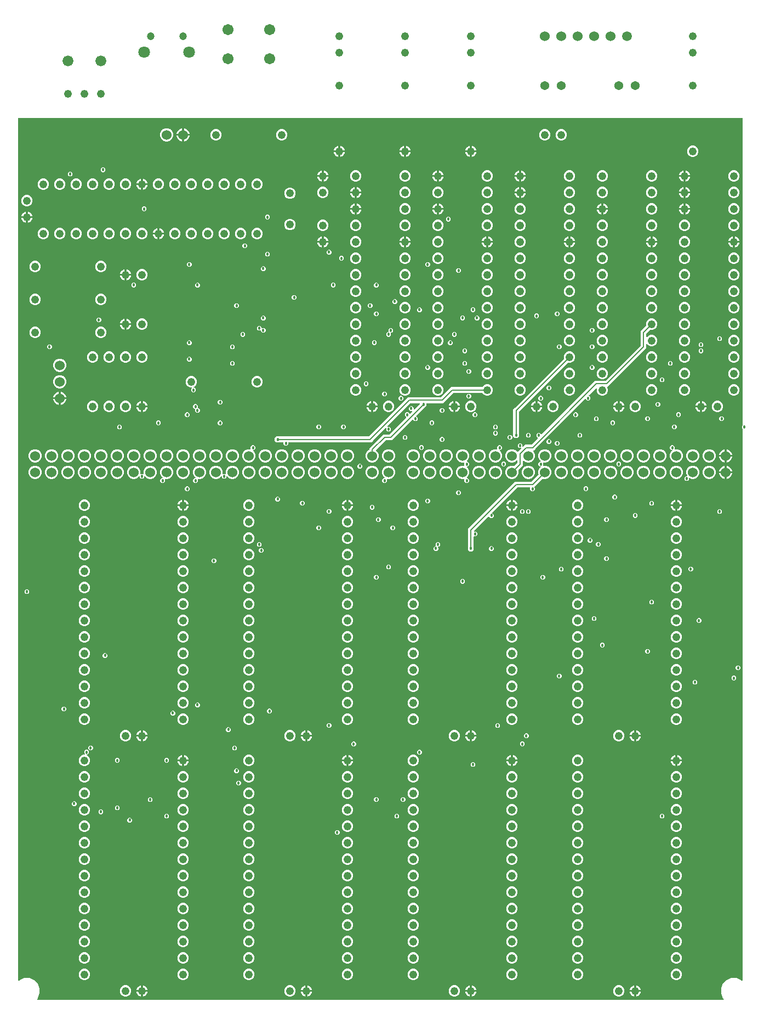
<source format=gbr>
G04 EAGLE Gerber RS-274X export*
G75*
%MOMM*%
%FSLAX34Y34*%
%LPD*%
%INCopper Layer 2*%
%IPPOS*%
%AMOC8*
5,1,8,0,0,1.08239X$1,22.5*%
G01*
%ADD10C,1.524000*%
%ADD11C,1.219200*%
%ADD12C,1.500000*%
%ADD13C,1.676400*%
%ADD14C,1.371600*%
%ADD15C,1.800000*%
%ADD16C,1.200000*%
%ADD17C,1.714500*%
%ADD18C,0.457200*%
%ADD19C,0.127000*%

G36*
X1101278Y11950D02*
X1101278Y11950D01*
X1101349Y11952D01*
X1101398Y11970D01*
X1101450Y11979D01*
X1101513Y12012D01*
X1101580Y12037D01*
X1101621Y12069D01*
X1101667Y12094D01*
X1101716Y12146D01*
X1101772Y12190D01*
X1101800Y12234D01*
X1101836Y12272D01*
X1101867Y12337D01*
X1101905Y12397D01*
X1101918Y12448D01*
X1101940Y12495D01*
X1101948Y12566D01*
X1101965Y12636D01*
X1101961Y12688D01*
X1101967Y12739D01*
X1101952Y12810D01*
X1101946Y12881D01*
X1101926Y12929D01*
X1101915Y12980D01*
X1101878Y13041D01*
X1101850Y13107D01*
X1101805Y13163D01*
X1101789Y13191D01*
X1101771Y13206D01*
X1101745Y13238D01*
X1100805Y14178D01*
X1097789Y21459D01*
X1097789Y29341D01*
X1100805Y36622D01*
X1106378Y42195D01*
X1113659Y45211D01*
X1121541Y45211D01*
X1128822Y42195D01*
X1129762Y41255D01*
X1129820Y41213D01*
X1129872Y41164D01*
X1129919Y41142D01*
X1129961Y41111D01*
X1130030Y41090D01*
X1130095Y41060D01*
X1130147Y41054D01*
X1130197Y41039D01*
X1130268Y41041D01*
X1130339Y41033D01*
X1130390Y41044D01*
X1130442Y41045D01*
X1130510Y41070D01*
X1130580Y41085D01*
X1130624Y41112D01*
X1130673Y41130D01*
X1130729Y41175D01*
X1130791Y41211D01*
X1130825Y41251D01*
X1130865Y41284D01*
X1130904Y41344D01*
X1130951Y41398D01*
X1130970Y41447D01*
X1130998Y41490D01*
X1131016Y41560D01*
X1131043Y41626D01*
X1131051Y41698D01*
X1131059Y41729D01*
X1131057Y41752D01*
X1131061Y41793D01*
X1131061Y892418D01*
X1131047Y892509D01*
X1131039Y892599D01*
X1131027Y892629D01*
X1131022Y892661D01*
X1130979Y892742D01*
X1130943Y892826D01*
X1130917Y892858D01*
X1130906Y892879D01*
X1130883Y892901D01*
X1130838Y892957D01*
X1129918Y893877D01*
X1129918Y896823D01*
X1130838Y897743D01*
X1130891Y897817D01*
X1130951Y897887D01*
X1130963Y897917D01*
X1130982Y897943D01*
X1131009Y898030D01*
X1131043Y898115D01*
X1131047Y898156D01*
X1131054Y898178D01*
X1131053Y898210D01*
X1131061Y898282D01*
X1131061Y1371600D01*
X1131058Y1371620D01*
X1131060Y1371639D01*
X1131038Y1371741D01*
X1131022Y1371843D01*
X1131012Y1371860D01*
X1131008Y1371880D01*
X1130955Y1371969D01*
X1130906Y1372060D01*
X1130892Y1372074D01*
X1130882Y1372091D01*
X1130803Y1372158D01*
X1130728Y1372230D01*
X1130710Y1372238D01*
X1130695Y1372251D01*
X1130599Y1372290D01*
X1130505Y1372333D01*
X1130485Y1372335D01*
X1130467Y1372343D01*
X1130300Y1372361D01*
X12700Y1372361D01*
X12680Y1372358D01*
X12661Y1372360D01*
X12559Y1372338D01*
X12457Y1372322D01*
X12440Y1372312D01*
X12420Y1372308D01*
X12331Y1372255D01*
X12240Y1372206D01*
X12226Y1372192D01*
X12209Y1372182D01*
X12142Y1372103D01*
X12071Y1372028D01*
X12062Y1372010D01*
X12049Y1371995D01*
X12010Y1371899D01*
X11967Y1371805D01*
X11965Y1371785D01*
X11957Y1371767D01*
X11939Y1371600D01*
X11939Y41793D01*
X11950Y41722D01*
X11952Y41651D01*
X11970Y41602D01*
X11979Y41550D01*
X12012Y41487D01*
X12037Y41420D01*
X12069Y41379D01*
X12094Y41333D01*
X12146Y41284D01*
X12190Y41228D01*
X12234Y41200D01*
X12272Y41164D01*
X12337Y41133D01*
X12397Y41095D01*
X12448Y41082D01*
X12495Y41060D01*
X12566Y41052D01*
X12636Y41035D01*
X12688Y41039D01*
X12739Y41033D01*
X12810Y41048D01*
X12881Y41054D01*
X12929Y41074D01*
X12980Y41085D01*
X13041Y41122D01*
X13107Y41150D01*
X13163Y41195D01*
X13191Y41211D01*
X13206Y41229D01*
X13238Y41255D01*
X14178Y42195D01*
X21459Y45211D01*
X29341Y45211D01*
X36622Y42195D01*
X42195Y36622D01*
X45211Y29341D01*
X45211Y21459D01*
X42195Y14178D01*
X41255Y13238D01*
X41213Y13180D01*
X41164Y13128D01*
X41142Y13081D01*
X41111Y13039D01*
X41090Y12970D01*
X41060Y12905D01*
X41054Y12853D01*
X41039Y12803D01*
X41041Y12732D01*
X41033Y12661D01*
X41044Y12610D01*
X41045Y12558D01*
X41070Y12490D01*
X41085Y12420D01*
X41112Y12376D01*
X41130Y12327D01*
X41175Y12271D01*
X41211Y12209D01*
X41251Y12175D01*
X41284Y12135D01*
X41344Y12096D01*
X41398Y12049D01*
X41447Y12030D01*
X41490Y12002D01*
X41560Y11984D01*
X41626Y11957D01*
X41698Y11949D01*
X41729Y11941D01*
X41752Y11943D01*
X41793Y11939D01*
X1101207Y11939D01*
X1101278Y11950D01*
G37*
%LPC*%
G36*
X556779Y840739D02*
X556779Y840739D01*
X553044Y842286D01*
X550186Y845144D01*
X548639Y848879D01*
X548639Y852921D01*
X550186Y856656D01*
X553044Y859514D01*
X553884Y859862D01*
X553984Y859924D01*
X554084Y859983D01*
X554088Y859988D01*
X554093Y859991D01*
X554168Y860082D01*
X554244Y860170D01*
X554246Y860176D01*
X554250Y860181D01*
X554292Y860289D01*
X554336Y860398D01*
X554337Y860406D01*
X554338Y860410D01*
X554339Y860429D01*
X554354Y860565D01*
X554354Y862267D01*
X576008Y883921D01*
X585218Y883921D01*
X585308Y883935D01*
X585399Y883943D01*
X585429Y883955D01*
X585461Y883960D01*
X585542Y884003D01*
X585625Y884039D01*
X585658Y884065D01*
X585678Y884076D01*
X585700Y884099D01*
X585756Y884144D01*
X611341Y909728D01*
X611352Y909744D01*
X611368Y909756D01*
X611424Y909844D01*
X611484Y909928D01*
X611490Y909947D01*
X611501Y909963D01*
X611526Y910064D01*
X611557Y910163D01*
X611556Y910183D01*
X611561Y910202D01*
X611553Y910305D01*
X611550Y910409D01*
X611543Y910427D01*
X611542Y910447D01*
X611501Y910542D01*
X611466Y910640D01*
X611453Y910655D01*
X611445Y910673D01*
X611341Y910804D01*
X609218Y912927D01*
X609218Y915873D01*
X611302Y917957D01*
X614248Y917957D01*
X616371Y915834D01*
X616387Y915823D01*
X616399Y915807D01*
X616486Y915751D01*
X616570Y915691D01*
X616589Y915685D01*
X616606Y915674D01*
X616707Y915649D01*
X616805Y915618D01*
X616825Y915619D01*
X616845Y915614D01*
X616948Y915622D01*
X617051Y915625D01*
X617070Y915632D01*
X617090Y915633D01*
X617185Y915674D01*
X617282Y915709D01*
X617298Y915722D01*
X617316Y915730D01*
X617447Y915834D01*
X620682Y919069D01*
X620723Y919127D01*
X620773Y919179D01*
X620795Y919226D01*
X620825Y919268D01*
X620846Y919337D01*
X620876Y919402D01*
X620882Y919454D01*
X620897Y919504D01*
X620896Y919575D01*
X620903Y919646D01*
X620892Y919697D01*
X620891Y919749D01*
X620866Y919817D01*
X620851Y919887D01*
X620824Y919932D01*
X620807Y919980D01*
X620762Y920036D01*
X620725Y920098D01*
X620685Y920132D01*
X620653Y920172D01*
X620593Y920211D01*
X620538Y920258D01*
X620490Y920277D01*
X620446Y920305D01*
X620377Y920323D01*
X620310Y920350D01*
X620239Y920358D01*
X620207Y920366D01*
X620184Y920364D01*
X620143Y920368D01*
X617652Y920368D01*
X615568Y922452D01*
X615568Y925398D01*
X617652Y927482D01*
X620598Y927482D01*
X622682Y925398D01*
X622682Y922907D01*
X622693Y922836D01*
X622695Y922764D01*
X622713Y922715D01*
X622721Y922664D01*
X622755Y922601D01*
X622780Y922533D01*
X622812Y922493D01*
X622837Y922447D01*
X622888Y922397D01*
X622933Y922341D01*
X622977Y922313D01*
X623015Y922277D01*
X623080Y922247D01*
X623140Y922208D01*
X623191Y922196D01*
X623238Y922174D01*
X623309Y922166D01*
X623379Y922148D01*
X623431Y922152D01*
X623482Y922147D01*
X623553Y922162D01*
X623624Y922167D01*
X623672Y922188D01*
X623723Y922199D01*
X623784Y922236D01*
X623850Y922264D01*
X623906Y922308D01*
X623934Y922325D01*
X623949Y922343D01*
X623981Y922368D01*
X632493Y930880D01*
X632534Y930938D01*
X632584Y930990D01*
X632606Y931037D01*
X632636Y931079D01*
X632657Y931148D01*
X632687Y931213D01*
X632693Y931265D01*
X632708Y931315D01*
X632707Y931386D01*
X632714Y931457D01*
X632703Y931508D01*
X632702Y931560D01*
X632677Y931628D01*
X632662Y931698D01*
X632636Y931742D01*
X632618Y931791D01*
X632573Y931847D01*
X632536Y931909D01*
X632496Y931943D01*
X632464Y931983D01*
X632404Y932022D01*
X632349Y932069D01*
X632301Y932088D01*
X632257Y932116D01*
X632188Y932134D01*
X632121Y932161D01*
X632050Y932169D01*
X632018Y932177D01*
X631995Y932175D01*
X631954Y932179D01*
X618107Y932179D01*
X618017Y932165D01*
X617926Y932157D01*
X617896Y932145D01*
X617864Y932140D01*
X617783Y932097D01*
X617700Y932061D01*
X617667Y932035D01*
X617647Y932024D01*
X617625Y932001D01*
X617569Y931956D01*
X582643Y897031D01*
X582602Y896973D01*
X582552Y896921D01*
X582530Y896874D01*
X582500Y896832D01*
X582479Y896763D01*
X582449Y896698D01*
X582443Y896646D01*
X582428Y896596D01*
X582429Y896525D01*
X582422Y896454D01*
X582433Y896403D01*
X582434Y896351D01*
X582459Y896283D01*
X582474Y896213D01*
X582501Y896168D01*
X582518Y896120D01*
X582563Y896064D01*
X582600Y896002D01*
X582640Y895968D01*
X582672Y895928D01*
X582732Y895889D01*
X582787Y895842D01*
X582835Y895823D01*
X582879Y895795D01*
X582948Y895777D01*
X583015Y895750D01*
X583086Y895742D01*
X583118Y895734D01*
X583141Y895736D01*
X583182Y895732D01*
X585673Y895732D01*
X587757Y893648D01*
X587757Y890702D01*
X585673Y888618D01*
X582727Y888618D01*
X580643Y890702D01*
X580643Y893193D01*
X580632Y893264D01*
X580630Y893336D01*
X580612Y893385D01*
X580604Y893436D01*
X580570Y893499D01*
X580545Y893567D01*
X580513Y893607D01*
X580488Y893653D01*
X580436Y893703D01*
X580392Y893759D01*
X580348Y893787D01*
X580310Y893823D01*
X580245Y893853D01*
X580185Y893892D01*
X580134Y893904D01*
X580087Y893926D01*
X580016Y893934D01*
X579946Y893952D01*
X579894Y893948D01*
X579843Y893953D01*
X579772Y893938D01*
X579701Y893933D01*
X579653Y893912D01*
X579602Y893901D01*
X579541Y893864D01*
X579475Y893836D01*
X579419Y893792D01*
X579391Y893775D01*
X579376Y893757D01*
X579344Y893732D01*
X560294Y874681D01*
X557467Y871854D01*
X429768Y871854D01*
X429748Y871851D01*
X429729Y871853D01*
X429627Y871831D01*
X429525Y871815D01*
X429508Y871805D01*
X429488Y871801D01*
X429399Y871748D01*
X429308Y871699D01*
X429294Y871685D01*
X429277Y871675D01*
X429210Y871596D01*
X429138Y871521D01*
X429130Y871503D01*
X429117Y871488D01*
X429078Y871392D01*
X429035Y871298D01*
X429033Y871278D01*
X429025Y871260D01*
X429007Y871093D01*
X429007Y868477D01*
X426923Y866393D01*
X423977Y866393D01*
X421893Y868477D01*
X421893Y871093D01*
X421890Y871113D01*
X421892Y871132D01*
X421870Y871234D01*
X421854Y871336D01*
X421844Y871353D01*
X421840Y871373D01*
X421787Y871462D01*
X421738Y871553D01*
X421724Y871567D01*
X421714Y871584D01*
X421635Y871651D01*
X421560Y871723D01*
X421542Y871731D01*
X421527Y871744D01*
X421431Y871783D01*
X421337Y871826D01*
X421317Y871828D01*
X421299Y871836D01*
X421132Y871854D01*
X410908Y871854D01*
X408304Y874458D01*
X408304Y878142D01*
X410908Y880746D01*
X553468Y880746D01*
X553558Y880760D01*
X553649Y880768D01*
X553679Y880780D01*
X553711Y880785D01*
X553792Y880828D01*
X553875Y880864D01*
X553908Y880890D01*
X553928Y880901D01*
X553950Y880924D01*
X554006Y880969D01*
X614108Y941071D01*
X664593Y941071D01*
X664683Y941085D01*
X664774Y941093D01*
X664804Y941105D01*
X664836Y941110D01*
X664917Y941153D01*
X665000Y941189D01*
X665033Y941215D01*
X665053Y941226D01*
X665075Y941249D01*
X665131Y941294D01*
X680783Y956946D01*
X728584Y956946D01*
X728699Y956965D01*
X728815Y956982D01*
X728821Y956984D01*
X728827Y956985D01*
X728930Y957040D01*
X729035Y957093D01*
X729039Y957098D01*
X729045Y957101D01*
X729124Y957185D01*
X729207Y957269D01*
X729211Y957275D01*
X729214Y957279D01*
X729222Y957296D01*
X729271Y957385D01*
X731708Y959822D01*
X734882Y961137D01*
X738318Y961137D01*
X741492Y959822D01*
X743922Y957392D01*
X745237Y954218D01*
X745237Y950782D01*
X743922Y947608D01*
X741492Y945178D01*
X738318Y943863D01*
X734882Y943863D01*
X731708Y945178D01*
X729266Y947620D01*
X729226Y947684D01*
X729166Y947784D01*
X729161Y947788D01*
X729158Y947793D01*
X729068Y947868D01*
X728979Y947944D01*
X728974Y947946D01*
X728969Y947950D01*
X728860Y947992D01*
X728751Y948036D01*
X728744Y948037D01*
X728739Y948038D01*
X728721Y948039D01*
X728584Y948054D01*
X684782Y948054D01*
X684692Y948040D01*
X684601Y948032D01*
X684571Y948020D01*
X684539Y948015D01*
X684458Y947972D01*
X684375Y947936D01*
X684342Y947910D01*
X684322Y947899D01*
X684300Y947876D01*
X684244Y947831D01*
X668592Y932179D01*
X643382Y932179D01*
X643362Y932176D01*
X643343Y932178D01*
X643241Y932156D01*
X643139Y932140D01*
X643122Y932130D01*
X643102Y932126D01*
X643013Y932073D01*
X642922Y932024D01*
X642908Y932010D01*
X642891Y932000D01*
X642824Y931921D01*
X642752Y931846D01*
X642744Y931828D01*
X642731Y931813D01*
X642692Y931717D01*
X642649Y931623D01*
X642647Y931603D01*
X642639Y931585D01*
X642621Y931418D01*
X642621Y928433D01*
X626909Y912722D01*
X626898Y912706D01*
X626882Y912694D01*
X626826Y912606D01*
X626766Y912522D01*
X626760Y912503D01*
X626749Y912487D01*
X626724Y912386D01*
X626693Y912287D01*
X626694Y912267D01*
X626689Y912248D01*
X626697Y912145D01*
X626700Y912041D01*
X626707Y912023D01*
X626708Y912003D01*
X626749Y911908D01*
X626784Y911810D01*
X626797Y911795D01*
X626805Y911777D01*
X626909Y911646D01*
X629032Y909523D01*
X629032Y906577D01*
X626948Y904493D01*
X624002Y904493D01*
X621879Y906616D01*
X621863Y906627D01*
X621851Y906643D01*
X621764Y906699D01*
X621680Y906759D01*
X621661Y906765D01*
X621644Y906776D01*
X621543Y906801D01*
X621445Y906832D01*
X621425Y906831D01*
X621405Y906836D01*
X621302Y906828D01*
X621199Y906825D01*
X621180Y906818D01*
X621160Y906817D01*
X621065Y906776D01*
X620968Y906741D01*
X620952Y906728D01*
X620934Y906720D01*
X620803Y906616D01*
X589217Y875029D01*
X580007Y875029D01*
X579917Y875015D01*
X579826Y875007D01*
X579796Y874995D01*
X579764Y874990D01*
X579683Y874947D01*
X579600Y874911D01*
X579567Y874885D01*
X579547Y874874D01*
X579525Y874851D01*
X579469Y874806D01*
X564904Y860242D01*
X564892Y860226D01*
X564877Y860213D01*
X564821Y860126D01*
X564761Y860042D01*
X564755Y860023D01*
X564744Y860006D01*
X564719Y859906D01*
X564688Y859807D01*
X564689Y859787D01*
X564684Y859768D01*
X564692Y859665D01*
X564695Y859561D01*
X564701Y859542D01*
X564703Y859523D01*
X564743Y859428D01*
X564779Y859330D01*
X564792Y859315D01*
X564799Y859296D01*
X564904Y859165D01*
X567414Y856656D01*
X568961Y852921D01*
X568961Y848879D01*
X567414Y845144D01*
X564556Y842286D01*
X560821Y840739D01*
X556779Y840739D01*
G37*
%LPD*%
%LPC*%
G36*
X772679Y815339D02*
X772679Y815339D01*
X768944Y816886D01*
X766086Y819744D01*
X764539Y823479D01*
X764539Y827521D01*
X766086Y831256D01*
X768944Y834114D01*
X772679Y835661D01*
X776721Y835661D01*
X777561Y835313D01*
X777675Y835286D01*
X777788Y835258D01*
X777794Y835258D01*
X777800Y835257D01*
X777917Y835268D01*
X778033Y835277D01*
X778039Y835279D01*
X778045Y835280D01*
X778153Y835328D01*
X778260Y835373D01*
X778265Y835378D01*
X778270Y835380D01*
X778284Y835393D01*
X778391Y835478D01*
X782731Y839819D01*
X782784Y839893D01*
X782844Y839962D01*
X782856Y839992D01*
X782875Y840018D01*
X782902Y840105D01*
X782936Y840190D01*
X782940Y840231D01*
X782947Y840253D01*
X782946Y840286D01*
X782954Y840357D01*
X782954Y842947D01*
X782943Y843018D01*
X782941Y843089D01*
X782923Y843138D01*
X782915Y843190D01*
X782881Y843253D01*
X782856Y843320D01*
X782824Y843361D01*
X782799Y843407D01*
X782747Y843456D01*
X782703Y843512D01*
X782659Y843541D01*
X782621Y843577D01*
X782556Y843607D01*
X782496Y843645D01*
X782445Y843658D01*
X782398Y843680D01*
X782327Y843688D01*
X782257Y843706D01*
X782205Y843701D01*
X782154Y843707D01*
X782083Y843692D01*
X782012Y843686D01*
X781964Y843666D01*
X781913Y843655D01*
X781852Y843618D01*
X781786Y843590D01*
X781730Y843545D01*
X781702Y843529D01*
X781687Y843511D01*
X781655Y843485D01*
X780456Y842286D01*
X776721Y840739D01*
X772679Y840739D01*
X768944Y842286D01*
X766086Y845144D01*
X764539Y848879D01*
X764539Y852921D01*
X766086Y856656D01*
X768944Y859514D01*
X772679Y861061D01*
X776721Y861061D01*
X780456Y859514D01*
X782965Y857004D01*
X782981Y856992D01*
X782994Y856977D01*
X783081Y856921D01*
X783165Y856861D01*
X783184Y856855D01*
X783201Y856844D01*
X783301Y856819D01*
X783400Y856788D01*
X783420Y856789D01*
X783439Y856784D01*
X783542Y856792D01*
X783646Y856795D01*
X783665Y856801D01*
X783685Y856803D01*
X783780Y856843D01*
X783877Y856879D01*
X783893Y856892D01*
X783911Y856899D01*
X784042Y857004D01*
X785781Y858744D01*
X788957Y861919D01*
X788998Y861977D01*
X789048Y862029D01*
X789070Y862076D01*
X789100Y862118D01*
X789121Y862187D01*
X789151Y862252D01*
X789157Y862304D01*
X789172Y862354D01*
X789171Y862425D01*
X789178Y862496D01*
X789167Y862547D01*
X789166Y862599D01*
X789141Y862667D01*
X789126Y862737D01*
X789099Y862782D01*
X789082Y862830D01*
X789037Y862886D01*
X789000Y862948D01*
X788960Y862982D01*
X788928Y863022D01*
X788868Y863061D01*
X788813Y863108D01*
X788765Y863127D01*
X788721Y863155D01*
X788652Y863173D01*
X788585Y863200D01*
X788514Y863208D01*
X788482Y863216D01*
X788459Y863214D01*
X788418Y863218D01*
X785927Y863218D01*
X783843Y865302D01*
X783843Y868248D01*
X785927Y870332D01*
X788873Y870332D01*
X790957Y868248D01*
X790957Y865757D01*
X790968Y865686D01*
X790970Y865614D01*
X790988Y865565D01*
X790996Y865514D01*
X791030Y865451D01*
X791055Y865383D01*
X791087Y865343D01*
X791112Y865297D01*
X791164Y865247D01*
X791208Y865191D01*
X791252Y865163D01*
X791290Y865127D01*
X791355Y865097D01*
X791415Y865058D01*
X791466Y865046D01*
X791513Y865024D01*
X791584Y865016D01*
X791654Y864998D01*
X791706Y865002D01*
X791757Y864997D01*
X791828Y865012D01*
X791899Y865017D01*
X791947Y865038D01*
X791998Y865049D01*
X792059Y865086D01*
X792125Y865114D01*
X792181Y865158D01*
X792209Y865175D01*
X792224Y865193D01*
X792256Y865218D01*
X795083Y868046D01*
X804293Y868046D01*
X804383Y868060D01*
X804474Y868068D01*
X804504Y868080D01*
X804536Y868085D01*
X804617Y868128D01*
X804701Y868164D01*
X804733Y868190D01*
X804753Y868201D01*
X804776Y868224D01*
X804831Y868269D01*
X814541Y877978D01*
X814552Y877994D01*
X814568Y878006D01*
X814624Y878094D01*
X814684Y878178D01*
X814690Y878197D01*
X814701Y878213D01*
X814726Y878314D01*
X814757Y878413D01*
X814756Y878433D01*
X814761Y878452D01*
X814753Y878555D01*
X814750Y878659D01*
X814743Y878677D01*
X814742Y878697D01*
X814701Y878792D01*
X814666Y878890D01*
X814653Y878905D01*
X814645Y878923D01*
X814541Y879054D01*
X812418Y881177D01*
X812418Y884123D01*
X814502Y886207D01*
X817448Y886207D01*
X819571Y884084D01*
X819587Y884073D01*
X819599Y884057D01*
X819687Y884001D01*
X819770Y883941D01*
X819789Y883935D01*
X819806Y883924D01*
X819907Y883899D01*
X820005Y883868D01*
X820025Y883869D01*
X820045Y883864D01*
X820148Y883872D01*
X820251Y883875D01*
X820270Y883882D01*
X820290Y883883D01*
X820385Y883924D01*
X820482Y883959D01*
X820498Y883972D01*
X820516Y883980D01*
X820647Y884084D01*
X900206Y963644D01*
X903033Y966471D01*
X918593Y966471D01*
X918683Y966485D01*
X918774Y966493D01*
X918804Y966505D01*
X918836Y966510D01*
X918917Y966553D01*
X919000Y966589D01*
X919033Y966615D01*
X919053Y966626D01*
X919075Y966649D01*
X919131Y966694D01*
X973231Y1020794D01*
X973284Y1020867D01*
X973344Y1020937D01*
X973356Y1020967D01*
X973375Y1020993D01*
X973402Y1021080D01*
X973436Y1021165D01*
X973440Y1021206D01*
X973447Y1021228D01*
X973446Y1021261D01*
X973454Y1021332D01*
X973454Y1043242D01*
X976281Y1046069D01*
X981789Y1051576D01*
X981856Y1051670D01*
X981927Y1051765D01*
X981928Y1051770D01*
X981932Y1051776D01*
X981966Y1051887D01*
X982003Y1051998D01*
X982003Y1052005D01*
X982004Y1052011D01*
X982001Y1052127D01*
X982000Y1052244D01*
X981998Y1052252D01*
X981998Y1052256D01*
X981992Y1052274D01*
X981963Y1052372D01*
X981963Y1055818D01*
X983278Y1058992D01*
X985708Y1061422D01*
X988882Y1062737D01*
X992318Y1062737D01*
X995492Y1061422D01*
X997922Y1058992D01*
X999237Y1055818D01*
X999237Y1052382D01*
X997922Y1049208D01*
X995492Y1046778D01*
X992318Y1045463D01*
X988864Y1045463D01*
X988792Y1045480D01*
X988678Y1045509D01*
X988672Y1045508D01*
X988666Y1045510D01*
X988550Y1045499D01*
X988433Y1045490D01*
X988427Y1045487D01*
X988421Y1045487D01*
X988314Y1045439D01*
X988207Y1045393D01*
X988201Y1045389D01*
X988196Y1045387D01*
X988183Y1045374D01*
X988076Y1045289D01*
X982569Y1039781D01*
X982516Y1039708D01*
X982456Y1039638D01*
X982444Y1039608D01*
X982425Y1039582D01*
X982398Y1039495D01*
X982364Y1039410D01*
X982360Y1039369D01*
X982353Y1039347D01*
X982354Y1039314D01*
X982346Y1039243D01*
X982346Y1034498D01*
X982357Y1034427D01*
X982359Y1034355D01*
X982377Y1034306D01*
X982385Y1034255D01*
X982419Y1034192D01*
X982444Y1034124D01*
X982476Y1034084D01*
X982501Y1034038D01*
X982553Y1033988D01*
X982597Y1033932D01*
X982641Y1033904D01*
X982679Y1033868D01*
X982744Y1033838D01*
X982804Y1033799D01*
X982855Y1033787D01*
X982902Y1033765D01*
X982973Y1033757D01*
X983043Y1033739D01*
X983095Y1033743D01*
X983146Y1033738D01*
X983217Y1033753D01*
X983288Y1033758D01*
X983336Y1033779D01*
X983387Y1033790D01*
X983448Y1033827D01*
X983514Y1033855D01*
X983570Y1033899D01*
X983598Y1033916D01*
X983613Y1033934D01*
X983645Y1033959D01*
X985708Y1036022D01*
X988882Y1037337D01*
X992318Y1037337D01*
X995492Y1036022D01*
X997922Y1033592D01*
X999237Y1030418D01*
X999237Y1026982D01*
X997922Y1023808D01*
X995492Y1021378D01*
X992318Y1020063D01*
X988882Y1020063D01*
X985708Y1021378D01*
X983645Y1023441D01*
X983587Y1023482D01*
X983535Y1023532D01*
X983488Y1023554D01*
X983446Y1023584D01*
X983377Y1023605D01*
X983312Y1023635D01*
X983260Y1023641D01*
X983210Y1023656D01*
X983139Y1023655D01*
X983068Y1023662D01*
X983017Y1023651D01*
X982965Y1023650D01*
X982897Y1023625D01*
X982827Y1023610D01*
X982782Y1023584D01*
X982734Y1023566D01*
X982678Y1023521D01*
X982616Y1023484D01*
X982582Y1023444D01*
X982542Y1023412D01*
X982503Y1023352D01*
X982456Y1023297D01*
X982437Y1023249D01*
X982409Y1023205D01*
X982391Y1023136D01*
X982364Y1023069D01*
X982356Y1022998D01*
X982348Y1022966D01*
X982350Y1022943D01*
X982346Y1022902D01*
X982346Y1017333D01*
X922554Y957542D01*
X922541Y957540D01*
X922500Y957518D01*
X922456Y957505D01*
X922392Y957461D01*
X922324Y957424D01*
X922292Y957391D01*
X922254Y957365D01*
X922208Y957303D01*
X922154Y957246D01*
X922135Y957204D01*
X922107Y957168D01*
X922083Y957094D01*
X922051Y957023D01*
X922046Y956977D01*
X922031Y956934D01*
X922032Y956856D01*
X922023Y956779D01*
X922033Y956734D01*
X922034Y956688D01*
X922072Y956556D01*
X922076Y956538D01*
X922078Y956534D01*
X922080Y956527D01*
X923037Y954218D01*
X923037Y950782D01*
X921722Y947608D01*
X919292Y945178D01*
X916118Y943863D01*
X912682Y943863D01*
X909508Y945178D01*
X907078Y947608D01*
X905763Y950782D01*
X905763Y954218D01*
X906002Y954793D01*
X906024Y954888D01*
X906052Y954981D01*
X906052Y955007D01*
X906058Y955033D01*
X906049Y955129D01*
X906046Y955227D01*
X906037Y955251D01*
X906035Y955277D01*
X905995Y955366D01*
X905962Y955458D01*
X905945Y955478D01*
X905935Y955502D01*
X905869Y955574D01*
X905808Y955650D01*
X905786Y955664D01*
X905768Y955683D01*
X905683Y955730D01*
X905601Y955783D01*
X905576Y955789D01*
X905553Y955802D01*
X905457Y955819D01*
X905362Y955843D01*
X905336Y955841D01*
X905311Y955846D01*
X905214Y955831D01*
X905117Y955824D01*
X905093Y955814D01*
X905067Y955810D01*
X904980Y955766D01*
X904891Y955728D01*
X904865Y955707D01*
X904848Y955698D01*
X904825Y955675D01*
X904760Y955623D01*
X893609Y944472D01*
X893598Y944456D01*
X893582Y944444D01*
X893526Y944356D01*
X893466Y944272D01*
X893460Y944253D01*
X893449Y944237D01*
X893424Y944136D01*
X893393Y944037D01*
X893394Y944017D01*
X893389Y943998D01*
X893397Y943895D01*
X893400Y943791D01*
X893407Y943773D01*
X893408Y943753D01*
X893449Y943658D01*
X893484Y943560D01*
X893497Y943545D01*
X893505Y943527D01*
X893609Y943396D01*
X895732Y941273D01*
X895732Y938327D01*
X893648Y936243D01*
X890702Y936243D01*
X888579Y938366D01*
X888563Y938377D01*
X888551Y938393D01*
X888463Y938449D01*
X888380Y938509D01*
X888361Y938515D01*
X888344Y938526D01*
X888243Y938551D01*
X888145Y938582D01*
X888125Y938581D01*
X888105Y938586D01*
X888002Y938578D01*
X887899Y938575D01*
X887880Y938568D01*
X887860Y938567D01*
X887765Y938526D01*
X887668Y938491D01*
X887652Y938478D01*
X887634Y938470D01*
X887503Y938366D01*
X811119Y861981D01*
X808292Y859154D01*
X808053Y859154D01*
X807982Y859143D01*
X807911Y859141D01*
X807862Y859123D01*
X807810Y859115D01*
X807747Y859081D01*
X807680Y859056D01*
X807639Y859024D01*
X807593Y858999D01*
X807544Y858947D01*
X807488Y858903D01*
X807459Y858859D01*
X807423Y858821D01*
X807393Y858756D01*
X807355Y858696D01*
X807342Y858645D01*
X807320Y858598D01*
X807312Y858527D01*
X807294Y858457D01*
X807299Y858405D01*
X807293Y858354D01*
X807308Y858283D01*
X807314Y858212D01*
X807334Y858164D01*
X807345Y858113D01*
X807382Y858052D01*
X807410Y857986D01*
X807455Y857930D01*
X807471Y857902D01*
X807489Y857887D01*
X807515Y857855D01*
X808714Y856656D01*
X810261Y852921D01*
X810261Y848879D01*
X808714Y845144D01*
X805856Y842286D01*
X802121Y840739D01*
X798079Y840739D01*
X794344Y842286D01*
X793145Y843485D01*
X793087Y843527D01*
X793035Y843577D01*
X792988Y843598D01*
X792946Y843629D01*
X792877Y843650D01*
X792812Y843680D01*
X792760Y843686D01*
X792710Y843701D01*
X792639Y843699D01*
X792568Y843707D01*
X792517Y843696D01*
X792465Y843695D01*
X792397Y843670D01*
X792327Y843655D01*
X792282Y843628D01*
X792234Y843610D01*
X792178Y843566D01*
X792116Y843529D01*
X792082Y843489D01*
X792042Y843457D01*
X792003Y843396D01*
X791956Y843342D01*
X791937Y843294D01*
X791909Y843250D01*
X791891Y843180D01*
X791864Y843114D01*
X791856Y843042D01*
X791848Y843011D01*
X791850Y842988D01*
X791846Y842947D01*
X791846Y836358D01*
X784678Y829191D01*
X784609Y829095D01*
X784540Y829002D01*
X784538Y828996D01*
X784534Y828991D01*
X784500Y828879D01*
X784464Y828768D01*
X784464Y828762D01*
X784462Y828756D01*
X784465Y828639D01*
X784466Y828522D01*
X784468Y828515D01*
X784468Y828510D01*
X784475Y828493D01*
X784513Y828361D01*
X784861Y827521D01*
X784861Y823479D01*
X783314Y819744D01*
X780456Y816886D01*
X776721Y815339D01*
X772679Y815339D01*
G37*
%LPD*%
%LPC*%
G36*
X709358Y703579D02*
X709358Y703579D01*
X706754Y706183D01*
X706754Y738442D01*
X779208Y810896D01*
X804293Y810896D01*
X804383Y810910D01*
X804474Y810918D01*
X804504Y810930D01*
X804536Y810935D01*
X804617Y810978D01*
X804700Y811014D01*
X804733Y811040D01*
X804753Y811051D01*
X804775Y811074D01*
X804831Y811119D01*
X815522Y821809D01*
X815591Y821905D01*
X815660Y821998D01*
X815662Y822004D01*
X815666Y822009D01*
X815700Y822121D01*
X815736Y822232D01*
X815736Y822238D01*
X815738Y822244D01*
X815735Y822361D01*
X815734Y822478D01*
X815732Y822485D01*
X815732Y822490D01*
X815725Y822507D01*
X815687Y822639D01*
X815339Y823479D01*
X815339Y827521D01*
X816886Y831256D01*
X818974Y833344D01*
X819016Y833402D01*
X819066Y833454D01*
X819087Y833501D01*
X819118Y833543D01*
X819139Y833612D01*
X819169Y833677D01*
X819175Y833729D01*
X819190Y833779D01*
X819188Y833850D01*
X819196Y833921D01*
X819185Y833972D01*
X819184Y834024D01*
X819159Y834092D01*
X819144Y834162D01*
X819117Y834207D01*
X819099Y834255D01*
X819055Y834311D01*
X819018Y834373D01*
X818978Y834407D01*
X818946Y834447D01*
X818885Y834486D01*
X818831Y834533D01*
X818783Y834552D01*
X818739Y834580D01*
X818669Y834598D01*
X818603Y834625D01*
X818531Y834633D01*
X818500Y834641D01*
X818477Y834639D01*
X818436Y834643D01*
X817677Y834643D01*
X815593Y836727D01*
X815593Y839673D01*
X817677Y841757D01*
X818436Y841757D01*
X818507Y841768D01*
X818578Y841770D01*
X818627Y841788D01*
X818679Y841796D01*
X818742Y841830D01*
X818809Y841855D01*
X818850Y841887D01*
X818896Y841912D01*
X818945Y841964D01*
X819001Y842008D01*
X819030Y842052D01*
X819066Y842090D01*
X819096Y842155D01*
X819134Y842215D01*
X819147Y842266D01*
X819169Y842313D01*
X819177Y842384D01*
X819195Y842454D01*
X819190Y842506D01*
X819196Y842557D01*
X819181Y842628D01*
X819175Y842699D01*
X819155Y842747D01*
X819144Y842798D01*
X819107Y842859D01*
X819079Y842925D01*
X819034Y842981D01*
X819018Y843009D01*
X819000Y843024D01*
X818974Y843056D01*
X816886Y845144D01*
X815339Y848879D01*
X815339Y852921D01*
X816886Y856656D01*
X819744Y859514D01*
X823479Y861061D01*
X827521Y861061D01*
X831256Y859514D01*
X834114Y856656D01*
X835661Y852921D01*
X835661Y848879D01*
X834114Y845144D01*
X831256Y842286D01*
X827521Y840739D01*
X823468Y840739D01*
X823448Y840736D01*
X823429Y840738D01*
X823327Y840716D01*
X823225Y840700D01*
X823208Y840690D01*
X823188Y840686D01*
X823099Y840633D01*
X823008Y840584D01*
X822994Y840570D01*
X822977Y840560D01*
X822910Y840481D01*
X822838Y840406D01*
X822830Y840388D01*
X822817Y840373D01*
X822778Y840277D01*
X822735Y840183D01*
X822733Y840163D01*
X822725Y840145D01*
X822707Y839978D01*
X822707Y836422D01*
X822710Y836402D01*
X822708Y836383D01*
X822730Y836281D01*
X822746Y836179D01*
X822756Y836162D01*
X822760Y836142D01*
X822813Y836053D01*
X822862Y835962D01*
X822876Y835948D01*
X822886Y835931D01*
X822965Y835864D01*
X823040Y835792D01*
X823058Y835784D01*
X823073Y835771D01*
X823169Y835732D01*
X823263Y835689D01*
X823283Y835687D01*
X823301Y835679D01*
X823468Y835661D01*
X827521Y835661D01*
X831256Y834114D01*
X834114Y831256D01*
X835661Y827521D01*
X835661Y823479D01*
X834114Y819744D01*
X831256Y816886D01*
X827521Y815339D01*
X823479Y815339D01*
X822639Y815687D01*
X822525Y815714D01*
X822412Y815742D01*
X822406Y815742D01*
X822400Y815743D01*
X822283Y815732D01*
X822167Y815723D01*
X822161Y815721D01*
X822155Y815720D01*
X822047Y815672D01*
X821940Y815627D01*
X821935Y815622D01*
X821930Y815620D01*
X821916Y815607D01*
X821809Y815522D01*
X809472Y803185D01*
X809460Y803168D01*
X809445Y803156D01*
X809389Y803069D01*
X809328Y802985D01*
X809323Y802966D01*
X809312Y802949D01*
X809286Y802849D01*
X809256Y802750D01*
X809257Y802730D01*
X809252Y802711D01*
X809260Y802608D01*
X809262Y802504D01*
X809269Y802485D01*
X809271Y802465D01*
X809311Y802370D01*
X809347Y802273D01*
X809359Y802257D01*
X809367Y802239D01*
X809472Y802108D01*
X810007Y801573D01*
X810007Y798627D01*
X807923Y796543D01*
X804977Y796543D01*
X802893Y798627D01*
X802893Y801243D01*
X802890Y801263D01*
X802892Y801282D01*
X802870Y801384D01*
X802854Y801486D01*
X802844Y801503D01*
X802840Y801523D01*
X802787Y801612D01*
X802738Y801703D01*
X802724Y801717D01*
X802714Y801734D01*
X802635Y801801D01*
X802560Y801873D01*
X802542Y801881D01*
X802527Y801894D01*
X802431Y801933D01*
X802337Y801976D01*
X802317Y801978D01*
X802299Y801986D01*
X802132Y802004D01*
X783207Y802004D01*
X783117Y801990D01*
X783026Y801982D01*
X782996Y801970D01*
X782964Y801965D01*
X782883Y801922D01*
X782800Y801886D01*
X782767Y801860D01*
X782747Y801849D01*
X782725Y801826D01*
X782669Y801781D01*
X744384Y763497D01*
X744373Y763481D01*
X744357Y763469D01*
X744301Y763381D01*
X744241Y763297D01*
X744235Y763278D01*
X744224Y763262D01*
X744199Y763161D01*
X744168Y763062D01*
X744169Y763042D01*
X744164Y763023D01*
X744172Y762920D01*
X744175Y762816D01*
X744182Y762798D01*
X744183Y762778D01*
X744224Y762683D01*
X744259Y762585D01*
X744272Y762570D01*
X744280Y762552D01*
X744384Y762421D01*
X746507Y760298D01*
X746507Y757352D01*
X744423Y755268D01*
X741477Y755268D01*
X739354Y757391D01*
X739338Y757402D01*
X739326Y757418D01*
X739239Y757474D01*
X739155Y757534D01*
X739136Y757540D01*
X739119Y757551D01*
X739018Y757576D01*
X738920Y757607D01*
X738900Y757606D01*
X738880Y757611D01*
X738777Y757603D01*
X738674Y757600D01*
X738655Y757593D01*
X738635Y757592D01*
X738540Y757551D01*
X738443Y757516D01*
X738427Y757503D01*
X738409Y757495D01*
X738278Y757391D01*
X715993Y735106D01*
X715952Y735048D01*
X715902Y734996D01*
X715880Y734949D01*
X715850Y734907D01*
X715829Y734838D01*
X715799Y734773D01*
X715793Y734721D01*
X715778Y734671D01*
X715779Y734600D01*
X715772Y734529D01*
X715783Y734478D01*
X715784Y734426D01*
X715809Y734358D01*
X715824Y734288D01*
X715851Y734243D01*
X715868Y734195D01*
X715913Y734139D01*
X715950Y734077D01*
X715990Y734043D01*
X716022Y734003D01*
X716082Y733964D01*
X716137Y733917D01*
X716185Y733898D01*
X716229Y733870D01*
X716298Y733852D01*
X716365Y733825D01*
X716436Y733817D01*
X716468Y733809D01*
X716491Y733811D01*
X716532Y733807D01*
X719023Y733807D01*
X721107Y731723D01*
X721107Y728777D01*
X719023Y726693D01*
X716407Y726693D01*
X716387Y726690D01*
X716368Y726692D01*
X716266Y726670D01*
X716164Y726654D01*
X716147Y726644D01*
X716127Y726640D01*
X716038Y726587D01*
X715947Y726538D01*
X715933Y726524D01*
X715916Y726514D01*
X715849Y726435D01*
X715777Y726360D01*
X715769Y726342D01*
X715756Y726327D01*
X715717Y726231D01*
X715674Y726137D01*
X715672Y726117D01*
X715664Y726099D01*
X715646Y725932D01*
X715646Y706183D01*
X713042Y703579D01*
X709358Y703579D01*
G37*
%LPD*%
%LPC*%
G36*
X779208Y878204D02*
X779208Y878204D01*
X776604Y880808D01*
X776604Y922592D01*
X779431Y925419D01*
X854789Y1000776D01*
X854856Y1000870D01*
X854927Y1000965D01*
X854928Y1000970D01*
X854932Y1000976D01*
X854966Y1001087D01*
X855003Y1001198D01*
X855003Y1001205D01*
X855004Y1001211D01*
X855001Y1001327D01*
X855000Y1001444D01*
X854998Y1001452D01*
X854998Y1001457D01*
X854992Y1001474D01*
X854963Y1001572D01*
X854963Y1005018D01*
X856278Y1008192D01*
X858708Y1010622D01*
X861882Y1011937D01*
X865318Y1011937D01*
X868492Y1010622D01*
X870922Y1008192D01*
X872237Y1005018D01*
X872237Y1001582D01*
X870922Y998408D01*
X868492Y995978D01*
X865318Y994663D01*
X861864Y994663D01*
X861792Y994680D01*
X861678Y994709D01*
X861672Y994708D01*
X861666Y994710D01*
X861550Y994699D01*
X861433Y994690D01*
X861427Y994687D01*
X861421Y994687D01*
X861314Y994639D01*
X861207Y994593D01*
X861201Y994589D01*
X861196Y994587D01*
X861183Y994574D01*
X861076Y994489D01*
X785719Y919131D01*
X785666Y919058D01*
X785650Y919039D01*
X785627Y919016D01*
X785625Y919010D01*
X785606Y918988D01*
X785594Y918958D01*
X785575Y918932D01*
X785549Y918846D01*
X785524Y918793D01*
X785523Y918781D01*
X785514Y918760D01*
X785510Y918719D01*
X785503Y918697D01*
X785504Y918664D01*
X785496Y918593D01*
X785496Y880808D01*
X782892Y878204D01*
X779208Y878204D01*
G37*
%LPD*%
%LPC*%
G36*
X703377Y809243D02*
X703377Y809243D01*
X701293Y811327D01*
X701293Y814578D01*
X701290Y814598D01*
X701292Y814617D01*
X701270Y814719D01*
X701254Y814821D01*
X701244Y814838D01*
X701240Y814858D01*
X701187Y814947D01*
X701138Y815038D01*
X701124Y815052D01*
X701114Y815069D01*
X701035Y815136D01*
X700960Y815208D01*
X700942Y815216D01*
X700927Y815229D01*
X700831Y815268D01*
X700737Y815311D01*
X700717Y815313D01*
X700699Y815321D01*
X700532Y815339D01*
X696479Y815339D01*
X692744Y816886D01*
X689886Y819744D01*
X688339Y823479D01*
X688339Y827521D01*
X689886Y831256D01*
X692744Y834114D01*
X696479Y835661D01*
X700532Y835661D01*
X700552Y835664D01*
X700571Y835662D01*
X700673Y835684D01*
X700775Y835700D01*
X700792Y835710D01*
X700812Y835714D01*
X700901Y835767D01*
X700992Y835816D01*
X701006Y835830D01*
X701023Y835840D01*
X701090Y835919D01*
X701162Y835994D01*
X701170Y836012D01*
X701183Y836027D01*
X701222Y836123D01*
X701265Y836217D01*
X701267Y836237D01*
X701275Y836255D01*
X701293Y836422D01*
X701293Y839978D01*
X701290Y839998D01*
X701292Y840017D01*
X701270Y840119D01*
X701254Y840221D01*
X701244Y840238D01*
X701240Y840258D01*
X701187Y840347D01*
X701138Y840438D01*
X701124Y840452D01*
X701114Y840469D01*
X701035Y840536D01*
X700960Y840608D01*
X700942Y840616D01*
X700927Y840629D01*
X700831Y840668D01*
X700737Y840711D01*
X700717Y840713D01*
X700699Y840721D01*
X700532Y840739D01*
X696479Y840739D01*
X692744Y842286D01*
X689886Y845144D01*
X688339Y848879D01*
X688339Y852921D01*
X689886Y856656D01*
X692744Y859514D01*
X696479Y861061D01*
X700521Y861061D01*
X704256Y859514D01*
X707114Y856656D01*
X708661Y852921D01*
X708661Y848879D01*
X707114Y845144D01*
X705026Y843056D01*
X704984Y842998D01*
X704934Y842946D01*
X704913Y842899D01*
X704882Y842857D01*
X704861Y842788D01*
X704831Y842723D01*
X704825Y842671D01*
X704810Y842621D01*
X704812Y842550D01*
X704804Y842479D01*
X704815Y842428D01*
X704816Y842376D01*
X704841Y842308D01*
X704856Y842238D01*
X704883Y842193D01*
X704901Y842145D01*
X704945Y842089D01*
X704982Y842027D01*
X705022Y841993D01*
X705054Y841953D01*
X705115Y841914D01*
X705169Y841867D01*
X705217Y841848D01*
X705261Y841820D01*
X705331Y841802D01*
X705397Y841775D01*
X705469Y841767D01*
X705500Y841759D01*
X705523Y841761D01*
X705564Y841757D01*
X706323Y841757D01*
X708407Y839673D01*
X708407Y836727D01*
X706323Y834643D01*
X705564Y834643D01*
X705493Y834632D01*
X705422Y834630D01*
X705373Y834612D01*
X705321Y834604D01*
X705258Y834570D01*
X705191Y834545D01*
X705150Y834513D01*
X705104Y834488D01*
X705055Y834436D01*
X704999Y834392D01*
X704970Y834348D01*
X704934Y834310D01*
X704904Y834245D01*
X704866Y834185D01*
X704853Y834134D01*
X704831Y834087D01*
X704823Y834016D01*
X704805Y833946D01*
X704810Y833894D01*
X704804Y833843D01*
X704819Y833772D01*
X704825Y833701D01*
X704845Y833653D01*
X704856Y833602D01*
X704893Y833541D01*
X704921Y833475D01*
X704966Y833419D01*
X704982Y833391D01*
X705000Y833376D01*
X705026Y833344D01*
X707114Y831256D01*
X708661Y827521D01*
X708661Y823479D01*
X707114Y819744D01*
X705026Y817656D01*
X704984Y817598D01*
X704934Y817546D01*
X704913Y817499D01*
X704882Y817457D01*
X704861Y817388D01*
X704831Y817323D01*
X704825Y817271D01*
X704810Y817221D01*
X704812Y817150D01*
X704804Y817079D01*
X704815Y817028D01*
X704816Y816976D01*
X704841Y816908D01*
X704856Y816838D01*
X704883Y816793D01*
X704901Y816745D01*
X704945Y816689D01*
X704982Y816627D01*
X705022Y816593D01*
X705054Y816553D01*
X705115Y816514D01*
X705169Y816467D01*
X705217Y816448D01*
X705261Y816420D01*
X705331Y816402D01*
X705397Y816375D01*
X705469Y816367D01*
X705500Y816359D01*
X705523Y816361D01*
X705564Y816357D01*
X706323Y816357D01*
X708407Y814273D01*
X708407Y811327D01*
X706323Y809243D01*
X703377Y809243D01*
G37*
%LPD*%
%LPC*%
G36*
X315479Y815339D02*
X315479Y815339D01*
X311744Y816886D01*
X308886Y819744D01*
X307339Y823479D01*
X307339Y827521D01*
X308886Y831256D01*
X311744Y834114D01*
X315479Y835661D01*
X319521Y835661D01*
X323256Y834114D01*
X326114Y831256D01*
X327661Y827521D01*
X327661Y823468D01*
X327664Y823448D01*
X327662Y823429D01*
X327684Y823327D01*
X327700Y823225D01*
X327710Y823208D01*
X327714Y823188D01*
X327767Y823099D01*
X327816Y823008D01*
X327830Y822994D01*
X327840Y822977D01*
X327919Y822910D01*
X327994Y822838D01*
X328012Y822830D01*
X328027Y822817D01*
X328123Y822778D01*
X328217Y822735D01*
X328237Y822733D01*
X328255Y822725D01*
X328422Y822707D01*
X331978Y822707D01*
X331998Y822710D01*
X332017Y822708D01*
X332119Y822730D01*
X332221Y822746D01*
X332238Y822756D01*
X332258Y822760D01*
X332347Y822813D01*
X332438Y822862D01*
X332452Y822876D01*
X332469Y822886D01*
X332536Y822965D01*
X332608Y823040D01*
X332616Y823058D01*
X332629Y823073D01*
X332668Y823169D01*
X332711Y823263D01*
X332713Y823283D01*
X332721Y823301D01*
X332739Y823468D01*
X332739Y827521D01*
X334286Y831256D01*
X337144Y834114D01*
X340879Y835661D01*
X344921Y835661D01*
X348656Y834114D01*
X351514Y831256D01*
X353061Y827521D01*
X353061Y823479D01*
X351514Y819744D01*
X348656Y816886D01*
X344921Y815339D01*
X340879Y815339D01*
X337144Y816886D01*
X335056Y818974D01*
X334998Y819016D01*
X334946Y819066D01*
X334899Y819087D01*
X334857Y819118D01*
X334788Y819139D01*
X334723Y819169D01*
X334671Y819175D01*
X334621Y819190D01*
X334550Y819188D01*
X334479Y819196D01*
X334428Y819185D01*
X334376Y819184D01*
X334308Y819159D01*
X334238Y819144D01*
X334193Y819117D01*
X334145Y819099D01*
X334089Y819055D01*
X334027Y819018D01*
X333993Y818978D01*
X333953Y818946D01*
X333914Y818885D01*
X333867Y818831D01*
X333848Y818783D01*
X333820Y818739D01*
X333802Y818669D01*
X333775Y818603D01*
X333767Y818531D01*
X333759Y818500D01*
X333761Y818477D01*
X333757Y818436D01*
X333757Y817677D01*
X331673Y815593D01*
X328727Y815593D01*
X326643Y817677D01*
X326643Y818436D01*
X326632Y818507D01*
X326630Y818578D01*
X326612Y818627D01*
X326604Y818679D01*
X326570Y818742D01*
X326545Y818809D01*
X326513Y818850D01*
X326488Y818896D01*
X326436Y818945D01*
X326392Y819001D01*
X326348Y819030D01*
X326310Y819066D01*
X326245Y819096D01*
X326185Y819134D01*
X326134Y819147D01*
X326087Y819169D01*
X326016Y819177D01*
X325946Y819195D01*
X325894Y819190D01*
X325843Y819196D01*
X325772Y819181D01*
X325701Y819175D01*
X325653Y819155D01*
X325602Y819144D01*
X325541Y819107D01*
X325475Y819079D01*
X325419Y819034D01*
X325391Y819018D01*
X325376Y819000D01*
X325344Y818974D01*
X323256Y816886D01*
X319521Y815339D01*
X315479Y815339D01*
G37*
%LPD*%
%LPC*%
G36*
X188479Y815339D02*
X188479Y815339D01*
X184744Y816886D01*
X181886Y819744D01*
X180339Y823479D01*
X180339Y827521D01*
X181886Y831256D01*
X184744Y834114D01*
X188479Y835661D01*
X192521Y835661D01*
X196256Y834114D01*
X199114Y831256D01*
X200661Y827521D01*
X200661Y823468D01*
X200664Y823448D01*
X200662Y823429D01*
X200684Y823327D01*
X200700Y823225D01*
X200710Y823208D01*
X200714Y823188D01*
X200767Y823099D01*
X200816Y823008D01*
X200830Y822994D01*
X200840Y822977D01*
X200919Y822910D01*
X200994Y822838D01*
X201012Y822830D01*
X201027Y822817D01*
X201123Y822778D01*
X201217Y822735D01*
X201237Y822733D01*
X201255Y822725D01*
X201422Y822707D01*
X204978Y822707D01*
X204998Y822710D01*
X205017Y822708D01*
X205119Y822730D01*
X205221Y822746D01*
X205238Y822756D01*
X205258Y822760D01*
X205347Y822813D01*
X205438Y822862D01*
X205452Y822876D01*
X205469Y822886D01*
X205536Y822965D01*
X205608Y823040D01*
X205616Y823058D01*
X205629Y823073D01*
X205668Y823169D01*
X205711Y823263D01*
X205713Y823283D01*
X205721Y823301D01*
X205739Y823468D01*
X205739Y827521D01*
X207286Y831256D01*
X210144Y834114D01*
X213879Y835661D01*
X217921Y835661D01*
X221656Y834114D01*
X224514Y831256D01*
X226061Y827521D01*
X226061Y823479D01*
X224514Y819744D01*
X221656Y816886D01*
X217921Y815339D01*
X213879Y815339D01*
X210144Y816886D01*
X208056Y818974D01*
X207998Y819016D01*
X207946Y819066D01*
X207899Y819087D01*
X207857Y819118D01*
X207788Y819139D01*
X207723Y819169D01*
X207671Y819175D01*
X207621Y819190D01*
X207550Y819188D01*
X207479Y819196D01*
X207428Y819185D01*
X207376Y819184D01*
X207308Y819159D01*
X207238Y819144D01*
X207193Y819117D01*
X207145Y819099D01*
X207089Y819055D01*
X207027Y819018D01*
X206993Y818978D01*
X206953Y818946D01*
X206914Y818885D01*
X206867Y818831D01*
X206848Y818783D01*
X206820Y818739D01*
X206802Y818669D01*
X206775Y818603D01*
X206767Y818531D01*
X206759Y818500D01*
X206761Y818477D01*
X206757Y818436D01*
X206757Y817677D01*
X204673Y815593D01*
X201727Y815593D01*
X199643Y817677D01*
X199643Y818436D01*
X199632Y818507D01*
X199630Y818578D01*
X199612Y818627D01*
X199604Y818679D01*
X199570Y818742D01*
X199545Y818809D01*
X199513Y818850D01*
X199488Y818896D01*
X199436Y818945D01*
X199392Y819001D01*
X199348Y819030D01*
X199310Y819066D01*
X199245Y819096D01*
X199185Y819134D01*
X199134Y819147D01*
X199087Y819169D01*
X199016Y819177D01*
X198946Y819195D01*
X198894Y819190D01*
X198843Y819196D01*
X198772Y819181D01*
X198701Y819175D01*
X198653Y819155D01*
X198602Y819144D01*
X198541Y819107D01*
X198475Y819079D01*
X198419Y819034D01*
X198391Y819018D01*
X198376Y819000D01*
X198344Y818974D01*
X196256Y816886D01*
X192521Y815339D01*
X188479Y815339D01*
G37*
%LPD*%
%LPC*%
G36*
X366279Y840739D02*
X366279Y840739D01*
X362544Y842286D01*
X359686Y845144D01*
X358139Y848879D01*
X358139Y852921D01*
X359686Y856656D01*
X362544Y859514D01*
X366279Y861061D01*
X370332Y861061D01*
X370352Y861064D01*
X370371Y861062D01*
X370473Y861084D01*
X370575Y861100D01*
X370592Y861110D01*
X370612Y861114D01*
X370701Y861167D01*
X370792Y861216D01*
X370806Y861230D01*
X370823Y861240D01*
X370890Y861319D01*
X370962Y861394D01*
X370970Y861412D01*
X370983Y861427D01*
X371022Y861523D01*
X371065Y861617D01*
X371067Y861637D01*
X371075Y861655D01*
X371093Y861822D01*
X371093Y865073D01*
X373177Y867157D01*
X376123Y867157D01*
X378207Y865073D01*
X378207Y862127D01*
X376123Y860043D01*
X375364Y860043D01*
X375293Y860032D01*
X375222Y860030D01*
X375173Y860012D01*
X375121Y860004D01*
X375058Y859970D01*
X374991Y859945D01*
X374950Y859913D01*
X374904Y859888D01*
X374855Y859836D01*
X374799Y859792D01*
X374770Y859748D01*
X374734Y859710D01*
X374704Y859645D01*
X374666Y859585D01*
X374653Y859534D01*
X374631Y859487D01*
X374623Y859416D01*
X374605Y859346D01*
X374610Y859294D01*
X374604Y859243D01*
X374619Y859172D01*
X374625Y859101D01*
X374645Y859053D01*
X374656Y859002D01*
X374693Y858941D01*
X374721Y858875D01*
X374766Y858819D01*
X374782Y858791D01*
X374800Y858776D01*
X374826Y858744D01*
X376914Y856656D01*
X378461Y852921D01*
X378461Y848879D01*
X376914Y845144D01*
X374056Y842286D01*
X370321Y840739D01*
X366279Y840739D01*
G37*
%LPD*%
%LPC*%
G36*
X576377Y809243D02*
X576377Y809243D01*
X574293Y811327D01*
X574293Y814273D01*
X576377Y816357D01*
X577136Y816357D01*
X577207Y816368D01*
X577278Y816370D01*
X577327Y816388D01*
X577379Y816396D01*
X577442Y816430D01*
X577509Y816455D01*
X577550Y816487D01*
X577596Y816512D01*
X577645Y816564D01*
X577701Y816608D01*
X577730Y816652D01*
X577766Y816690D01*
X577796Y816755D01*
X577834Y816815D01*
X577847Y816866D01*
X577869Y816913D01*
X577877Y816984D01*
X577895Y817054D01*
X577890Y817106D01*
X577896Y817157D01*
X577881Y817228D01*
X577875Y817299D01*
X577855Y817347D01*
X577844Y817398D01*
X577807Y817459D01*
X577779Y817525D01*
X577734Y817581D01*
X577718Y817609D01*
X577700Y817624D01*
X577674Y817656D01*
X575586Y819744D01*
X574039Y823479D01*
X574039Y827521D01*
X575586Y831256D01*
X578444Y834114D01*
X582179Y835661D01*
X586221Y835661D01*
X589956Y834114D01*
X592814Y831256D01*
X594361Y827521D01*
X594361Y823479D01*
X592814Y819744D01*
X589956Y816886D01*
X586221Y815339D01*
X582168Y815339D01*
X582148Y815336D01*
X582129Y815338D01*
X582027Y815316D01*
X581925Y815300D01*
X581908Y815290D01*
X581888Y815286D01*
X581799Y815233D01*
X581708Y815184D01*
X581694Y815170D01*
X581677Y815160D01*
X581610Y815081D01*
X581538Y815006D01*
X581530Y814988D01*
X581517Y814973D01*
X581478Y814877D01*
X581435Y814783D01*
X581433Y814763D01*
X581425Y814745D01*
X581407Y814578D01*
X581407Y811327D01*
X579323Y809243D01*
X576377Y809243D01*
G37*
%LPD*%
%LPC*%
G36*
X747279Y840739D02*
X747279Y840739D01*
X743544Y842286D01*
X740686Y845144D01*
X739139Y848879D01*
X739139Y852921D01*
X740686Y856656D01*
X743544Y859514D01*
X747279Y861061D01*
X751332Y861061D01*
X751352Y861064D01*
X751371Y861062D01*
X751473Y861084D01*
X751575Y861100D01*
X751592Y861110D01*
X751612Y861114D01*
X751701Y861167D01*
X751792Y861216D01*
X751806Y861230D01*
X751823Y861240D01*
X751890Y861319D01*
X751962Y861394D01*
X751970Y861412D01*
X751983Y861427D01*
X752022Y861523D01*
X752065Y861617D01*
X752067Y861637D01*
X752075Y861655D01*
X752093Y861822D01*
X752093Y865073D01*
X754177Y867157D01*
X757123Y867157D01*
X759207Y865073D01*
X759207Y862127D01*
X757123Y860043D01*
X756364Y860043D01*
X756293Y860032D01*
X756222Y860030D01*
X756173Y860012D01*
X756121Y860004D01*
X756058Y859970D01*
X755991Y859945D01*
X755950Y859913D01*
X755904Y859888D01*
X755855Y859836D01*
X755799Y859792D01*
X755770Y859748D01*
X755734Y859710D01*
X755704Y859645D01*
X755666Y859585D01*
X755653Y859534D01*
X755631Y859487D01*
X755623Y859416D01*
X755605Y859346D01*
X755610Y859294D01*
X755604Y859243D01*
X755619Y859172D01*
X755625Y859101D01*
X755645Y859053D01*
X755656Y859002D01*
X755693Y858941D01*
X755721Y858875D01*
X755766Y858819D01*
X755782Y858791D01*
X755800Y858776D01*
X755826Y858744D01*
X757914Y856656D01*
X759461Y852921D01*
X759461Y848879D01*
X757914Y845144D01*
X755056Y842286D01*
X751321Y840739D01*
X747279Y840739D01*
G37*
%LPD*%
%LPC*%
G36*
X284277Y809243D02*
X284277Y809243D01*
X282193Y811327D01*
X282193Y814273D01*
X284277Y816357D01*
X285036Y816357D01*
X285107Y816368D01*
X285178Y816370D01*
X285227Y816388D01*
X285279Y816396D01*
X285342Y816430D01*
X285409Y816455D01*
X285450Y816487D01*
X285496Y816512D01*
X285545Y816564D01*
X285601Y816608D01*
X285630Y816652D01*
X285666Y816690D01*
X285696Y816755D01*
X285734Y816815D01*
X285747Y816866D01*
X285769Y816913D01*
X285777Y816984D01*
X285795Y817054D01*
X285790Y817106D01*
X285796Y817157D01*
X285781Y817228D01*
X285775Y817299D01*
X285755Y817347D01*
X285744Y817398D01*
X285707Y817459D01*
X285679Y817525D01*
X285634Y817581D01*
X285618Y817609D01*
X285600Y817624D01*
X285574Y817656D01*
X283486Y819744D01*
X281939Y823479D01*
X281939Y827521D01*
X283486Y831256D01*
X286344Y834114D01*
X290079Y835661D01*
X294121Y835661D01*
X297856Y834114D01*
X300714Y831256D01*
X302261Y827521D01*
X302261Y823479D01*
X300714Y819744D01*
X297856Y816886D01*
X294121Y815339D01*
X290068Y815339D01*
X290048Y815336D01*
X290029Y815338D01*
X289927Y815316D01*
X289825Y815300D01*
X289808Y815290D01*
X289788Y815286D01*
X289699Y815233D01*
X289608Y815184D01*
X289594Y815170D01*
X289577Y815160D01*
X289510Y815081D01*
X289438Y815006D01*
X289430Y814988D01*
X289417Y814973D01*
X289378Y814877D01*
X289335Y814783D01*
X289333Y814763D01*
X289325Y814745D01*
X289307Y814578D01*
X289307Y811327D01*
X287223Y809243D01*
X284277Y809243D01*
G37*
%LPD*%
%LPC*%
G36*
X233477Y809243D02*
X233477Y809243D01*
X231393Y811327D01*
X231393Y814273D01*
X233477Y816357D01*
X234236Y816357D01*
X234307Y816368D01*
X234378Y816370D01*
X234427Y816388D01*
X234479Y816396D01*
X234542Y816430D01*
X234609Y816455D01*
X234650Y816487D01*
X234696Y816512D01*
X234745Y816564D01*
X234801Y816608D01*
X234830Y816652D01*
X234866Y816690D01*
X234896Y816755D01*
X234934Y816815D01*
X234947Y816866D01*
X234969Y816913D01*
X234977Y816984D01*
X234995Y817054D01*
X234990Y817106D01*
X234996Y817157D01*
X234981Y817228D01*
X234975Y817299D01*
X234955Y817347D01*
X234944Y817398D01*
X234907Y817459D01*
X234879Y817525D01*
X234834Y817581D01*
X234818Y817609D01*
X234800Y817624D01*
X234774Y817656D01*
X232686Y819744D01*
X231139Y823479D01*
X231139Y827521D01*
X232686Y831256D01*
X235544Y834114D01*
X239279Y835661D01*
X243321Y835661D01*
X247056Y834114D01*
X249914Y831256D01*
X251461Y827521D01*
X251461Y823479D01*
X249914Y819744D01*
X247056Y816886D01*
X243321Y815339D01*
X239268Y815339D01*
X239248Y815336D01*
X239229Y815338D01*
X239127Y815316D01*
X239025Y815300D01*
X239008Y815290D01*
X238988Y815286D01*
X238899Y815233D01*
X238808Y815184D01*
X238794Y815170D01*
X238777Y815160D01*
X238710Y815081D01*
X238638Y815006D01*
X238630Y814988D01*
X238617Y814973D01*
X238578Y814877D01*
X238535Y814783D01*
X238533Y814763D01*
X238525Y814745D01*
X238507Y814578D01*
X238507Y811327D01*
X236423Y809243D01*
X233477Y809243D01*
G37*
%LPD*%
%LPC*%
G36*
X1026679Y840739D02*
X1026679Y840739D01*
X1022944Y842286D01*
X1020086Y845144D01*
X1018539Y848879D01*
X1018539Y852921D01*
X1020086Y856656D01*
X1022174Y858744D01*
X1022216Y858802D01*
X1022266Y858854D01*
X1022287Y858901D01*
X1022318Y858943D01*
X1022339Y859012D01*
X1022369Y859077D01*
X1022375Y859129D01*
X1022390Y859179D01*
X1022388Y859250D01*
X1022396Y859321D01*
X1022385Y859372D01*
X1022384Y859424D01*
X1022359Y859492D01*
X1022344Y859562D01*
X1022317Y859607D01*
X1022299Y859655D01*
X1022255Y859711D01*
X1022218Y859773D01*
X1022178Y859807D01*
X1022146Y859847D01*
X1022085Y859886D01*
X1022031Y859933D01*
X1021983Y859952D01*
X1021939Y859980D01*
X1021869Y859998D01*
X1021803Y860025D01*
X1021731Y860033D01*
X1021700Y860041D01*
X1021677Y860039D01*
X1021636Y860043D01*
X1020877Y860043D01*
X1018793Y862127D01*
X1018793Y865073D01*
X1020877Y867157D01*
X1023823Y867157D01*
X1025907Y865073D01*
X1025907Y861822D01*
X1025910Y861802D01*
X1025908Y861783D01*
X1025930Y861681D01*
X1025946Y861579D01*
X1025956Y861562D01*
X1025960Y861542D01*
X1026013Y861453D01*
X1026062Y861362D01*
X1026076Y861348D01*
X1026086Y861331D01*
X1026165Y861264D01*
X1026240Y861192D01*
X1026258Y861184D01*
X1026273Y861171D01*
X1026369Y861132D01*
X1026463Y861089D01*
X1026483Y861087D01*
X1026501Y861079D01*
X1026668Y861061D01*
X1030721Y861061D01*
X1034456Y859514D01*
X1037314Y856656D01*
X1038861Y852921D01*
X1038861Y848879D01*
X1037314Y845144D01*
X1034456Y842286D01*
X1030721Y840739D01*
X1026679Y840739D01*
G37*
%LPD*%
%LPC*%
G36*
X1043102Y812418D02*
X1043102Y812418D01*
X1041018Y814502D01*
X1041018Y817448D01*
X1043102Y819532D01*
X1044435Y819532D01*
X1044480Y819539D01*
X1044526Y819537D01*
X1044601Y819559D01*
X1044678Y819571D01*
X1044718Y819593D01*
X1044762Y819606D01*
X1044826Y819650D01*
X1044895Y819687D01*
X1044927Y819720D01*
X1044964Y819746D01*
X1045011Y819809D01*
X1045064Y819865D01*
X1045084Y819907D01*
X1045111Y819943D01*
X1045135Y820017D01*
X1045168Y820088D01*
X1045173Y820134D01*
X1045187Y820177D01*
X1045187Y820255D01*
X1045195Y820332D01*
X1045185Y820377D01*
X1045185Y820423D01*
X1045147Y820555D01*
X1045143Y820573D01*
X1045140Y820577D01*
X1045138Y820584D01*
X1043939Y823479D01*
X1043939Y827521D01*
X1045486Y831256D01*
X1048344Y834114D01*
X1052079Y835661D01*
X1056121Y835661D01*
X1059856Y834114D01*
X1062714Y831256D01*
X1064261Y827521D01*
X1064261Y823479D01*
X1062714Y819744D01*
X1059856Y816886D01*
X1056121Y815339D01*
X1052079Y815339D01*
X1049184Y816538D01*
X1049140Y816549D01*
X1049098Y816568D01*
X1049021Y816577D01*
X1048945Y816594D01*
X1048899Y816590D01*
X1048854Y816595D01*
X1048777Y816579D01*
X1048700Y816571D01*
X1048658Y816553D01*
X1048613Y816543D01*
X1048546Y816503D01*
X1048475Y816471D01*
X1048441Y816440D01*
X1048402Y816417D01*
X1048351Y816358D01*
X1048294Y816305D01*
X1048272Y816265D01*
X1048242Y816230D01*
X1048213Y816158D01*
X1048176Y816089D01*
X1048167Y816044D01*
X1048150Y816002D01*
X1048135Y815866D01*
X1048132Y815847D01*
X1048133Y815842D01*
X1048132Y815835D01*
X1048132Y814502D01*
X1046048Y812418D01*
X1043102Y812418D01*
G37*
%LPD*%
%LPC*%
G36*
X518679Y840739D02*
X518679Y840739D01*
X514944Y842286D01*
X512086Y845144D01*
X510539Y848879D01*
X510539Y852921D01*
X512086Y856656D01*
X514944Y859514D01*
X518679Y861061D01*
X522721Y861061D01*
X526456Y859514D01*
X529314Y856656D01*
X530861Y852921D01*
X530861Y848879D01*
X529314Y845144D01*
X526456Y842286D01*
X522721Y840739D01*
X518679Y840739D01*
G37*
%LPD*%
%LPC*%
G36*
X86879Y840739D02*
X86879Y840739D01*
X83144Y842286D01*
X80286Y845144D01*
X78739Y848879D01*
X78739Y852921D01*
X80286Y856656D01*
X83144Y859514D01*
X86879Y861061D01*
X90921Y861061D01*
X94656Y859514D01*
X97514Y856656D01*
X99061Y852921D01*
X99061Y848879D01*
X97514Y845144D01*
X94656Y842286D01*
X90921Y840739D01*
X86879Y840739D01*
G37*
%LPD*%
%LPC*%
G36*
X721879Y815339D02*
X721879Y815339D01*
X718144Y816886D01*
X715286Y819744D01*
X713739Y823479D01*
X713739Y827521D01*
X715286Y831256D01*
X718144Y834114D01*
X721879Y835661D01*
X725921Y835661D01*
X729656Y834114D01*
X732514Y831256D01*
X734061Y827521D01*
X734061Y823479D01*
X732514Y819744D01*
X729656Y816886D01*
X725921Y815339D01*
X721879Y815339D01*
G37*
%LPD*%
%LPC*%
G36*
X518679Y815339D02*
X518679Y815339D01*
X514944Y816886D01*
X512086Y819744D01*
X510539Y823479D01*
X510539Y827521D01*
X512086Y831256D01*
X514944Y834114D01*
X518679Y835661D01*
X522721Y835661D01*
X526456Y834114D01*
X529314Y831256D01*
X530861Y827521D01*
X530861Y823479D01*
X529314Y819744D01*
X526456Y816886D01*
X522721Y815339D01*
X518679Y815339D01*
G37*
%LPD*%
%LPC*%
G36*
X556779Y815339D02*
X556779Y815339D01*
X553044Y816886D01*
X550186Y819744D01*
X548639Y823479D01*
X548639Y827521D01*
X550186Y831256D01*
X553044Y834114D01*
X556779Y835661D01*
X560821Y835661D01*
X564556Y834114D01*
X567414Y831256D01*
X568961Y827521D01*
X568961Y823479D01*
X567414Y819744D01*
X564556Y816886D01*
X560821Y815339D01*
X556779Y815339D01*
G37*
%LPD*%
%LPC*%
G36*
X264679Y815339D02*
X264679Y815339D01*
X260944Y816886D01*
X258086Y819744D01*
X256539Y823479D01*
X256539Y827521D01*
X258086Y831256D01*
X260944Y834114D01*
X264679Y835661D01*
X268721Y835661D01*
X272456Y834114D01*
X275314Y831256D01*
X276861Y827521D01*
X276861Y823479D01*
X275314Y819744D01*
X272456Y816886D01*
X268721Y815339D01*
X264679Y815339D01*
G37*
%LPD*%
%LPC*%
G36*
X620279Y815339D02*
X620279Y815339D01*
X616544Y816886D01*
X613686Y819744D01*
X612139Y823479D01*
X612139Y827521D01*
X613686Y831256D01*
X616544Y834114D01*
X620279Y835661D01*
X624321Y835661D01*
X628056Y834114D01*
X630914Y831256D01*
X632461Y827521D01*
X632461Y823479D01*
X630914Y819744D01*
X628056Y816886D01*
X624321Y815339D01*
X620279Y815339D01*
G37*
%LPD*%
%LPC*%
G36*
X645679Y815339D02*
X645679Y815339D01*
X641944Y816886D01*
X639086Y819744D01*
X637539Y823479D01*
X637539Y827521D01*
X639086Y831256D01*
X641944Y834114D01*
X645679Y835661D01*
X649721Y835661D01*
X653456Y834114D01*
X656314Y831256D01*
X657861Y827521D01*
X657861Y823479D01*
X656314Y819744D01*
X653456Y816886D01*
X649721Y815339D01*
X645679Y815339D01*
G37*
%LPD*%
%LPC*%
G36*
X671079Y815339D02*
X671079Y815339D01*
X667344Y816886D01*
X664486Y819744D01*
X662939Y823479D01*
X662939Y827521D01*
X664486Y831256D01*
X667344Y834114D01*
X671079Y835661D01*
X675121Y835661D01*
X678856Y834114D01*
X681714Y831256D01*
X683261Y827521D01*
X683261Y823479D01*
X681714Y819744D01*
X678856Y816886D01*
X675121Y815339D01*
X671079Y815339D01*
G37*
%LPD*%
%LPC*%
G36*
X747279Y815339D02*
X747279Y815339D01*
X743544Y816886D01*
X740686Y819744D01*
X739139Y823479D01*
X739139Y827521D01*
X740686Y831256D01*
X743544Y834114D01*
X747279Y835661D01*
X751321Y835661D01*
X755056Y834114D01*
X757914Y831256D01*
X759461Y827521D01*
X759461Y823479D01*
X757914Y819744D01*
X755056Y816886D01*
X751321Y815339D01*
X747279Y815339D01*
G37*
%LPD*%
%LPC*%
G36*
X848879Y840739D02*
X848879Y840739D01*
X845144Y842286D01*
X842286Y845144D01*
X840739Y848879D01*
X840739Y852921D01*
X842286Y856656D01*
X845144Y859514D01*
X848879Y861061D01*
X852921Y861061D01*
X856656Y859514D01*
X859514Y856656D01*
X861061Y852921D01*
X861061Y848879D01*
X859514Y845144D01*
X856656Y842286D01*
X852921Y840739D01*
X848879Y840739D01*
G37*
%LPD*%
%LPC*%
G36*
X874279Y840739D02*
X874279Y840739D01*
X870544Y842286D01*
X867686Y845144D01*
X866139Y848879D01*
X866139Y852921D01*
X867686Y856656D01*
X870544Y859514D01*
X874279Y861061D01*
X878321Y861061D01*
X882056Y859514D01*
X884914Y856656D01*
X886461Y852921D01*
X886461Y848879D01*
X884914Y845144D01*
X882056Y842286D01*
X878321Y840739D01*
X874279Y840739D01*
G37*
%LPD*%
%LPC*%
G36*
X671079Y840739D02*
X671079Y840739D01*
X667344Y842286D01*
X664486Y845144D01*
X662939Y848879D01*
X662939Y852921D01*
X664486Y856656D01*
X667344Y859514D01*
X671079Y861061D01*
X675121Y861061D01*
X678856Y859514D01*
X681714Y856656D01*
X683261Y852921D01*
X683261Y848879D01*
X681714Y845144D01*
X678856Y842286D01*
X675121Y840739D01*
X671079Y840739D01*
G37*
%LPD*%
%LPC*%
G36*
X925079Y840739D02*
X925079Y840739D01*
X921344Y842286D01*
X918486Y845144D01*
X916939Y848879D01*
X916939Y852921D01*
X918486Y856656D01*
X921344Y859514D01*
X925079Y861061D01*
X929121Y861061D01*
X932856Y859514D01*
X935714Y856656D01*
X937261Y852921D01*
X937261Y848879D01*
X935714Y845144D01*
X932856Y842286D01*
X929121Y840739D01*
X925079Y840739D01*
G37*
%LPD*%
%LPC*%
G36*
X950479Y840739D02*
X950479Y840739D01*
X946744Y842286D01*
X943886Y845144D01*
X942339Y848879D01*
X942339Y852921D01*
X943886Y856656D01*
X946744Y859514D01*
X950479Y861061D01*
X954521Y861061D01*
X958256Y859514D01*
X961114Y856656D01*
X962661Y852921D01*
X962661Y848879D01*
X961114Y845144D01*
X958256Y842286D01*
X954521Y840739D01*
X950479Y840739D01*
G37*
%LPD*%
%LPC*%
G36*
X975879Y840739D02*
X975879Y840739D01*
X972144Y842286D01*
X969286Y845144D01*
X967739Y848879D01*
X967739Y852921D01*
X969286Y856656D01*
X972144Y859514D01*
X975879Y861061D01*
X979921Y861061D01*
X983656Y859514D01*
X986514Y856656D01*
X988061Y852921D01*
X988061Y848879D01*
X986514Y845144D01*
X983656Y842286D01*
X979921Y840739D01*
X975879Y840739D01*
G37*
%LPD*%
%LPC*%
G36*
X1001279Y840739D02*
X1001279Y840739D01*
X997544Y842286D01*
X994686Y845144D01*
X993139Y848879D01*
X993139Y852921D01*
X994686Y856656D01*
X997544Y859514D01*
X1001279Y861061D01*
X1005321Y861061D01*
X1009056Y859514D01*
X1011914Y856656D01*
X1013461Y852921D01*
X1013461Y848879D01*
X1011914Y845144D01*
X1009056Y842286D01*
X1005321Y840739D01*
X1001279Y840739D01*
G37*
%LPD*%
%LPC*%
G36*
X1052079Y840739D02*
X1052079Y840739D01*
X1048344Y842286D01*
X1045486Y845144D01*
X1043939Y848879D01*
X1043939Y852921D01*
X1045486Y856656D01*
X1048344Y859514D01*
X1052079Y861061D01*
X1056121Y861061D01*
X1059856Y859514D01*
X1062714Y856656D01*
X1064261Y852921D01*
X1064261Y848879D01*
X1062714Y845144D01*
X1059856Y842286D01*
X1056121Y840739D01*
X1052079Y840739D01*
G37*
%LPD*%
%LPC*%
G36*
X582179Y840739D02*
X582179Y840739D01*
X578444Y842286D01*
X575586Y845144D01*
X574039Y848879D01*
X574039Y852921D01*
X575586Y856656D01*
X578444Y859514D01*
X582179Y861061D01*
X586221Y861061D01*
X589956Y859514D01*
X592814Y856656D01*
X594361Y852921D01*
X594361Y848879D01*
X592814Y845144D01*
X589956Y842286D01*
X586221Y840739D01*
X582179Y840739D01*
G37*
%LPD*%
%LPC*%
G36*
X290079Y840739D02*
X290079Y840739D01*
X286344Y842286D01*
X283486Y845144D01*
X281939Y848879D01*
X281939Y852921D01*
X283486Y856656D01*
X286344Y859514D01*
X290079Y861061D01*
X294121Y861061D01*
X297856Y859514D01*
X300714Y856656D01*
X302261Y852921D01*
X302261Y848879D01*
X300714Y845144D01*
X297856Y842286D01*
X294121Y840739D01*
X290079Y840739D01*
G37*
%LPD*%
%LPC*%
G36*
X213879Y840739D02*
X213879Y840739D01*
X210144Y842286D01*
X207286Y845144D01*
X205739Y848879D01*
X205739Y852921D01*
X207286Y856656D01*
X210144Y859514D01*
X213879Y861061D01*
X217921Y861061D01*
X221656Y859514D01*
X224514Y856656D01*
X226061Y852921D01*
X226061Y848879D01*
X224514Y845144D01*
X221656Y842286D01*
X217921Y840739D01*
X213879Y840739D01*
G37*
%LPD*%
%LPC*%
G36*
X188479Y840739D02*
X188479Y840739D01*
X184744Y842286D01*
X181886Y845144D01*
X180339Y848879D01*
X180339Y852921D01*
X181886Y856656D01*
X184744Y859514D01*
X188479Y861061D01*
X192521Y861061D01*
X196256Y859514D01*
X199114Y856656D01*
X200661Y852921D01*
X200661Y848879D01*
X199114Y845144D01*
X196256Y842286D01*
X192521Y840739D01*
X188479Y840739D01*
G37*
%LPD*%
%LPC*%
G36*
X163079Y840739D02*
X163079Y840739D01*
X159344Y842286D01*
X156486Y845144D01*
X154939Y848879D01*
X154939Y852921D01*
X156486Y856656D01*
X159344Y859514D01*
X163079Y861061D01*
X167121Y861061D01*
X170856Y859514D01*
X173714Y856656D01*
X175261Y852921D01*
X175261Y848879D01*
X173714Y845144D01*
X170856Y842286D01*
X167121Y840739D01*
X163079Y840739D01*
G37*
%LPD*%
%LPC*%
G36*
X137679Y840739D02*
X137679Y840739D01*
X133944Y842286D01*
X131086Y845144D01*
X129539Y848879D01*
X129539Y852921D01*
X131086Y856656D01*
X133944Y859514D01*
X137679Y861061D01*
X141721Y861061D01*
X145456Y859514D01*
X148314Y856656D01*
X149861Y852921D01*
X149861Y848879D01*
X148314Y845144D01*
X145456Y842286D01*
X141721Y840739D01*
X137679Y840739D01*
G37*
%LPD*%
%LPC*%
G36*
X620279Y840739D02*
X620279Y840739D01*
X616544Y842286D01*
X613686Y845144D01*
X612139Y848879D01*
X612139Y852921D01*
X613686Y856656D01*
X616544Y859514D01*
X620279Y861061D01*
X624321Y861061D01*
X628056Y859514D01*
X630914Y856656D01*
X632461Y852921D01*
X632461Y848879D01*
X630914Y845144D01*
X628056Y842286D01*
X624321Y840739D01*
X620279Y840739D01*
G37*
%LPD*%
%LPC*%
G36*
X112279Y840739D02*
X112279Y840739D01*
X108544Y842286D01*
X105686Y845144D01*
X104139Y848879D01*
X104139Y852921D01*
X105686Y856656D01*
X108544Y859514D01*
X112279Y861061D01*
X116321Y861061D01*
X120056Y859514D01*
X122914Y856656D01*
X124461Y852921D01*
X124461Y848879D01*
X122914Y845144D01*
X120056Y842286D01*
X116321Y840739D01*
X112279Y840739D01*
G37*
%LPD*%
%LPC*%
G36*
X848879Y815339D02*
X848879Y815339D01*
X845144Y816886D01*
X842286Y819744D01*
X840739Y823479D01*
X840739Y827521D01*
X842286Y831256D01*
X845144Y834114D01*
X848879Y835661D01*
X852921Y835661D01*
X856656Y834114D01*
X859514Y831256D01*
X861061Y827521D01*
X861061Y823479D01*
X859514Y819744D01*
X856656Y816886D01*
X852921Y815339D01*
X848879Y815339D01*
G37*
%LPD*%
%LPC*%
G36*
X61479Y840739D02*
X61479Y840739D01*
X57744Y842286D01*
X54886Y845144D01*
X53339Y848879D01*
X53339Y852921D01*
X54886Y856656D01*
X57744Y859514D01*
X61479Y861061D01*
X65521Y861061D01*
X69256Y859514D01*
X72114Y856656D01*
X73661Y852921D01*
X73661Y848879D01*
X72114Y845144D01*
X69256Y842286D01*
X65521Y840739D01*
X61479Y840739D01*
G37*
%LPD*%
%LPC*%
G36*
X36079Y840739D02*
X36079Y840739D01*
X32344Y842286D01*
X29486Y845144D01*
X27939Y848879D01*
X27939Y852921D01*
X29486Y856656D01*
X32344Y859514D01*
X36079Y861061D01*
X40121Y861061D01*
X43856Y859514D01*
X46714Y856656D01*
X48261Y852921D01*
X48261Y848879D01*
X46714Y845144D01*
X43856Y842286D01*
X40121Y840739D01*
X36079Y840739D01*
G37*
%LPD*%
%LPC*%
G36*
X645679Y840739D02*
X645679Y840739D01*
X641944Y842286D01*
X639086Y845144D01*
X637539Y848879D01*
X637539Y852921D01*
X639086Y856656D01*
X641944Y859514D01*
X645679Y861061D01*
X649721Y861061D01*
X653456Y859514D01*
X656314Y856656D01*
X657861Y852921D01*
X657861Y848879D01*
X656314Y845144D01*
X653456Y842286D01*
X649721Y840739D01*
X645679Y840739D01*
G37*
%LPD*%
%LPC*%
G36*
X899679Y840739D02*
X899679Y840739D01*
X895944Y842286D01*
X893086Y845144D01*
X891539Y848879D01*
X891539Y852921D01*
X893086Y856656D01*
X895944Y859514D01*
X899679Y861061D01*
X903721Y861061D01*
X907456Y859514D01*
X910314Y856656D01*
X911861Y852921D01*
X911861Y848879D01*
X910314Y845144D01*
X907456Y842286D01*
X903721Y840739D01*
X899679Y840739D01*
G37*
%LPD*%
%LPC*%
G36*
X264679Y840739D02*
X264679Y840739D01*
X260944Y842286D01*
X258086Y845144D01*
X256539Y848879D01*
X256539Y852921D01*
X258086Y856656D01*
X260944Y859514D01*
X264679Y861061D01*
X268721Y861061D01*
X272456Y859514D01*
X275314Y856656D01*
X276861Y852921D01*
X276861Y848879D01*
X275314Y845144D01*
X272456Y842286D01*
X268721Y840739D01*
X264679Y840739D01*
G37*
%LPD*%
%LPC*%
G36*
X239279Y840739D02*
X239279Y840739D01*
X235544Y842286D01*
X232686Y845144D01*
X231139Y848879D01*
X231139Y852921D01*
X232686Y856656D01*
X235544Y859514D01*
X239279Y861061D01*
X243321Y861061D01*
X247056Y859514D01*
X249914Y856656D01*
X251461Y852921D01*
X251461Y848879D01*
X249914Y845144D01*
X247056Y842286D01*
X243321Y840739D01*
X239279Y840739D01*
G37*
%LPD*%
%LPC*%
G36*
X721879Y840739D02*
X721879Y840739D01*
X718144Y842286D01*
X715286Y845144D01*
X713739Y848879D01*
X713739Y852921D01*
X715286Y856656D01*
X718144Y859514D01*
X721879Y861061D01*
X725921Y861061D01*
X729656Y859514D01*
X732514Y856656D01*
X734061Y852921D01*
X734061Y848879D01*
X732514Y845144D01*
X729656Y842286D01*
X725921Y840739D01*
X721879Y840739D01*
G37*
%LPD*%
%LPC*%
G36*
X874279Y815339D02*
X874279Y815339D01*
X870544Y816886D01*
X867686Y819744D01*
X866139Y823479D01*
X866139Y827521D01*
X867686Y831256D01*
X870544Y834114D01*
X874279Y835661D01*
X878321Y835661D01*
X882056Y834114D01*
X884914Y831256D01*
X886461Y827521D01*
X886461Y823479D01*
X884914Y819744D01*
X882056Y816886D01*
X878321Y815339D01*
X874279Y815339D01*
G37*
%LPD*%
%LPC*%
G36*
X493279Y840739D02*
X493279Y840739D01*
X489544Y842286D01*
X486686Y845144D01*
X485139Y848879D01*
X485139Y852921D01*
X486686Y856656D01*
X489544Y859514D01*
X493279Y861061D01*
X497321Y861061D01*
X501056Y859514D01*
X503914Y856656D01*
X505461Y852921D01*
X505461Y848879D01*
X503914Y845144D01*
X501056Y842286D01*
X497321Y840739D01*
X493279Y840739D01*
G37*
%LPD*%
%LPC*%
G36*
X315479Y840739D02*
X315479Y840739D01*
X311744Y842286D01*
X308886Y845144D01*
X307339Y848879D01*
X307339Y852921D01*
X308886Y856656D01*
X311744Y859514D01*
X315479Y861061D01*
X319521Y861061D01*
X323256Y859514D01*
X326114Y856656D01*
X327661Y852921D01*
X327661Y848879D01*
X326114Y845144D01*
X323256Y842286D01*
X319521Y840739D01*
X315479Y840739D01*
G37*
%LPD*%
%LPC*%
G36*
X899679Y815339D02*
X899679Y815339D01*
X895944Y816886D01*
X893086Y819744D01*
X891539Y823479D01*
X891539Y827521D01*
X893086Y831256D01*
X895944Y834114D01*
X899679Y835661D01*
X903721Y835661D01*
X907456Y834114D01*
X910314Y831256D01*
X911861Y827521D01*
X911861Y823479D01*
X910314Y819744D01*
X907456Y816886D01*
X903721Y815339D01*
X899679Y815339D01*
G37*
%LPD*%
%LPC*%
G36*
X340879Y840739D02*
X340879Y840739D01*
X337144Y842286D01*
X334286Y845144D01*
X332739Y848879D01*
X332739Y852921D01*
X334286Y856656D01*
X337144Y859514D01*
X340879Y861061D01*
X344921Y861061D01*
X348656Y859514D01*
X351514Y856656D01*
X353061Y852921D01*
X353061Y848879D01*
X351514Y845144D01*
X348656Y842286D01*
X344921Y840739D01*
X340879Y840739D01*
G37*
%LPD*%
%LPC*%
G36*
X391679Y840739D02*
X391679Y840739D01*
X387944Y842286D01*
X385086Y845144D01*
X383539Y848879D01*
X383539Y852921D01*
X385086Y856656D01*
X387944Y859514D01*
X391679Y861061D01*
X395721Y861061D01*
X399456Y859514D01*
X402314Y856656D01*
X403861Y852921D01*
X403861Y848879D01*
X402314Y845144D01*
X399456Y842286D01*
X395721Y840739D01*
X391679Y840739D01*
G37*
%LPD*%
%LPC*%
G36*
X417079Y840739D02*
X417079Y840739D01*
X413344Y842286D01*
X410486Y845144D01*
X408939Y848879D01*
X408939Y852921D01*
X410486Y856656D01*
X413344Y859514D01*
X417079Y861061D01*
X421121Y861061D01*
X424856Y859514D01*
X427714Y856656D01*
X429261Y852921D01*
X429261Y848879D01*
X427714Y845144D01*
X424856Y842286D01*
X421121Y840739D01*
X417079Y840739D01*
G37*
%LPD*%
%LPC*%
G36*
X442479Y840739D02*
X442479Y840739D01*
X438744Y842286D01*
X435886Y845144D01*
X434339Y848879D01*
X434339Y852921D01*
X435886Y856656D01*
X438744Y859514D01*
X442479Y861061D01*
X446521Y861061D01*
X450256Y859514D01*
X453114Y856656D01*
X454661Y852921D01*
X454661Y848879D01*
X453114Y845144D01*
X450256Y842286D01*
X446521Y840739D01*
X442479Y840739D01*
G37*
%LPD*%
%LPC*%
G36*
X1077479Y840739D02*
X1077479Y840739D01*
X1073744Y842286D01*
X1070886Y845144D01*
X1069339Y848879D01*
X1069339Y852921D01*
X1070886Y856656D01*
X1073744Y859514D01*
X1077479Y861061D01*
X1081521Y861061D01*
X1085256Y859514D01*
X1088114Y856656D01*
X1089661Y852921D01*
X1089661Y848879D01*
X1088114Y845144D01*
X1085256Y842286D01*
X1081521Y840739D01*
X1077479Y840739D01*
G37*
%LPD*%
%LPC*%
G36*
X467879Y840739D02*
X467879Y840739D01*
X464144Y842286D01*
X461286Y845144D01*
X459739Y848879D01*
X459739Y852921D01*
X461286Y856656D01*
X464144Y859514D01*
X467879Y861061D01*
X471921Y861061D01*
X475656Y859514D01*
X478514Y856656D01*
X480061Y852921D01*
X480061Y848879D01*
X478514Y845144D01*
X475656Y842286D01*
X471921Y840739D01*
X467879Y840739D01*
G37*
%LPD*%
%LPC*%
G36*
X950479Y815339D02*
X950479Y815339D01*
X946744Y816886D01*
X943886Y819744D01*
X942339Y823479D01*
X942339Y827521D01*
X943886Y831256D01*
X946744Y834114D01*
X950479Y835661D01*
X954521Y835661D01*
X958256Y834114D01*
X961114Y831256D01*
X962661Y827521D01*
X962661Y823479D01*
X961114Y819744D01*
X958256Y816886D01*
X954521Y815339D01*
X950479Y815339D01*
G37*
%LPD*%
%LPC*%
G36*
X975879Y815339D02*
X975879Y815339D01*
X972144Y816886D01*
X969286Y819744D01*
X967739Y823479D01*
X967739Y827521D01*
X969286Y831256D01*
X972144Y834114D01*
X975879Y835661D01*
X979921Y835661D01*
X983656Y834114D01*
X986514Y831256D01*
X988061Y827521D01*
X988061Y823479D01*
X986514Y819744D01*
X983656Y816886D01*
X979921Y815339D01*
X975879Y815339D01*
G37*
%LPD*%
%LPC*%
G36*
X1001279Y815339D02*
X1001279Y815339D01*
X997544Y816886D01*
X994686Y819744D01*
X993139Y823479D01*
X993139Y827521D01*
X994686Y831256D01*
X997544Y834114D01*
X1001279Y835661D01*
X1005321Y835661D01*
X1009056Y834114D01*
X1011914Y831256D01*
X1013461Y827521D01*
X1013461Y823479D01*
X1011914Y819744D01*
X1009056Y816886D01*
X1005321Y815339D01*
X1001279Y815339D01*
G37*
%LPD*%
%LPC*%
G36*
X1026679Y815339D02*
X1026679Y815339D01*
X1022944Y816886D01*
X1020086Y819744D01*
X1018539Y823479D01*
X1018539Y827521D01*
X1020086Y831256D01*
X1022944Y834114D01*
X1026679Y835661D01*
X1030721Y835661D01*
X1034456Y834114D01*
X1037314Y831256D01*
X1038861Y827521D01*
X1038861Y823479D01*
X1037314Y819744D01*
X1034456Y816886D01*
X1030721Y815339D01*
X1026679Y815339D01*
G37*
%LPD*%
%LPC*%
G36*
X925079Y815339D02*
X925079Y815339D01*
X921344Y816886D01*
X918486Y819744D01*
X916939Y823479D01*
X916939Y827521D01*
X918486Y831256D01*
X921344Y834114D01*
X925079Y835661D01*
X929121Y835661D01*
X932856Y834114D01*
X935714Y831256D01*
X937261Y827521D01*
X937261Y823479D01*
X935714Y819744D01*
X932856Y816886D01*
X929121Y815339D01*
X925079Y815339D01*
G37*
%LPD*%
%LPC*%
G36*
X493279Y815339D02*
X493279Y815339D01*
X489544Y816886D01*
X486686Y819744D01*
X485139Y823479D01*
X485139Y827521D01*
X486686Y831256D01*
X489544Y834114D01*
X493279Y835661D01*
X497321Y835661D01*
X501056Y834114D01*
X503914Y831256D01*
X505461Y827521D01*
X505461Y823479D01*
X503914Y819744D01*
X501056Y816886D01*
X497321Y815339D01*
X493279Y815339D01*
G37*
%LPD*%
%LPC*%
G36*
X467879Y815339D02*
X467879Y815339D01*
X464144Y816886D01*
X461286Y819744D01*
X459739Y823479D01*
X459739Y827521D01*
X461286Y831256D01*
X464144Y834114D01*
X467879Y835661D01*
X471921Y835661D01*
X475656Y834114D01*
X478514Y831256D01*
X480061Y827521D01*
X480061Y823479D01*
X478514Y819744D01*
X475656Y816886D01*
X471921Y815339D01*
X467879Y815339D01*
G37*
%LPD*%
%LPC*%
G36*
X1077479Y815339D02*
X1077479Y815339D01*
X1073744Y816886D01*
X1070886Y819744D01*
X1069339Y823479D01*
X1069339Y827521D01*
X1070886Y831256D01*
X1073744Y834114D01*
X1077479Y835661D01*
X1081521Y835661D01*
X1085256Y834114D01*
X1088114Y831256D01*
X1089661Y827521D01*
X1089661Y823479D01*
X1088114Y819744D01*
X1085256Y816886D01*
X1081521Y815339D01*
X1077479Y815339D01*
G37*
%LPD*%
%LPC*%
G36*
X239279Y1336039D02*
X239279Y1336039D01*
X235544Y1337586D01*
X232686Y1340444D01*
X231139Y1344179D01*
X231139Y1348221D01*
X232686Y1351956D01*
X235544Y1354814D01*
X239279Y1356361D01*
X243321Y1356361D01*
X247056Y1354814D01*
X249914Y1351956D01*
X251461Y1348221D01*
X251461Y1344179D01*
X249914Y1340444D01*
X247056Y1337586D01*
X243321Y1336039D01*
X239279Y1336039D01*
G37*
%LPD*%
%LPC*%
G36*
X163079Y815339D02*
X163079Y815339D01*
X159344Y816886D01*
X156486Y819744D01*
X154939Y823479D01*
X154939Y827521D01*
X156486Y831256D01*
X159344Y834114D01*
X163079Y835661D01*
X167121Y835661D01*
X170856Y834114D01*
X173714Y831256D01*
X175261Y827521D01*
X175261Y823479D01*
X173714Y819744D01*
X170856Y816886D01*
X167121Y815339D01*
X163079Y815339D01*
G37*
%LPD*%
%LPC*%
G36*
X366279Y815339D02*
X366279Y815339D01*
X362544Y816886D01*
X359686Y819744D01*
X358139Y823479D01*
X358139Y827521D01*
X359686Y831256D01*
X362544Y834114D01*
X366279Y835661D01*
X370321Y835661D01*
X374056Y834114D01*
X376914Y831256D01*
X378461Y827521D01*
X378461Y823479D01*
X376914Y819744D01*
X374056Y816886D01*
X370321Y815339D01*
X366279Y815339D01*
G37*
%LPD*%
%LPC*%
G36*
X391679Y815339D02*
X391679Y815339D01*
X387944Y816886D01*
X385086Y819744D01*
X383539Y823479D01*
X383539Y827521D01*
X385086Y831256D01*
X387944Y834114D01*
X391679Y835661D01*
X395721Y835661D01*
X399456Y834114D01*
X402314Y831256D01*
X403861Y827521D01*
X403861Y823479D01*
X402314Y819744D01*
X399456Y816886D01*
X395721Y815339D01*
X391679Y815339D01*
G37*
%LPD*%
%LPC*%
G36*
X417079Y815339D02*
X417079Y815339D01*
X413344Y816886D01*
X410486Y819744D01*
X408939Y823479D01*
X408939Y827521D01*
X410486Y831256D01*
X413344Y834114D01*
X417079Y835661D01*
X421121Y835661D01*
X424856Y834114D01*
X427714Y831256D01*
X429261Y827521D01*
X429261Y823479D01*
X427714Y819744D01*
X424856Y816886D01*
X421121Y815339D01*
X417079Y815339D01*
G37*
%LPD*%
%LPC*%
G36*
X442479Y815339D02*
X442479Y815339D01*
X438744Y816886D01*
X435886Y819744D01*
X434339Y823479D01*
X434339Y827521D01*
X435886Y831256D01*
X438744Y834114D01*
X442479Y835661D01*
X446521Y835661D01*
X450256Y834114D01*
X453114Y831256D01*
X454661Y827521D01*
X454661Y823479D01*
X453114Y819744D01*
X450256Y816886D01*
X446521Y815339D01*
X442479Y815339D01*
G37*
%LPD*%
%LPC*%
G36*
X36079Y815339D02*
X36079Y815339D01*
X32344Y816886D01*
X29486Y819744D01*
X27939Y823479D01*
X27939Y827521D01*
X29486Y831256D01*
X32344Y834114D01*
X36079Y835661D01*
X40121Y835661D01*
X43856Y834114D01*
X46714Y831256D01*
X48261Y827521D01*
X48261Y823479D01*
X46714Y819744D01*
X43856Y816886D01*
X40121Y815339D01*
X36079Y815339D01*
G37*
%LPD*%
%LPC*%
G36*
X61479Y815339D02*
X61479Y815339D01*
X57744Y816886D01*
X54886Y819744D01*
X53339Y823479D01*
X53339Y827521D01*
X54886Y831256D01*
X57744Y834114D01*
X61479Y835661D01*
X65521Y835661D01*
X69256Y834114D01*
X72114Y831256D01*
X73661Y827521D01*
X73661Y823479D01*
X72114Y819744D01*
X69256Y816886D01*
X65521Y815339D01*
X61479Y815339D01*
G37*
%LPD*%
%LPC*%
G36*
X86879Y815339D02*
X86879Y815339D01*
X83144Y816886D01*
X80286Y819744D01*
X78739Y823479D01*
X78739Y827521D01*
X80286Y831256D01*
X83144Y834114D01*
X86879Y835661D01*
X90921Y835661D01*
X94656Y834114D01*
X97514Y831256D01*
X99061Y827521D01*
X99061Y823479D01*
X97514Y819744D01*
X94656Y816886D01*
X90921Y815339D01*
X86879Y815339D01*
G37*
%LPD*%
%LPC*%
G36*
X112279Y815339D02*
X112279Y815339D01*
X108544Y816886D01*
X105686Y819744D01*
X104139Y823479D01*
X104139Y827521D01*
X105686Y831256D01*
X108544Y834114D01*
X112279Y835661D01*
X116321Y835661D01*
X120056Y834114D01*
X122914Y831256D01*
X124461Y827521D01*
X124461Y823479D01*
X122914Y819744D01*
X120056Y816886D01*
X116321Y815339D01*
X112279Y815339D01*
G37*
%LPD*%
%LPC*%
G36*
X137679Y815339D02*
X137679Y815339D01*
X133944Y816886D01*
X131086Y819744D01*
X129539Y823479D01*
X129539Y827521D01*
X131086Y831256D01*
X133944Y834114D01*
X137679Y835661D01*
X141721Y835661D01*
X145456Y834114D01*
X148314Y831256D01*
X149861Y827521D01*
X149861Y823479D01*
X148314Y819744D01*
X145456Y816886D01*
X141721Y815339D01*
X137679Y815339D01*
G37*
%LPD*%
%LPC*%
G36*
X74179Y955039D02*
X74179Y955039D01*
X70444Y956586D01*
X67586Y959444D01*
X66039Y963179D01*
X66039Y967221D01*
X67586Y970956D01*
X70444Y973814D01*
X74179Y975361D01*
X78221Y975361D01*
X81956Y973814D01*
X84814Y970956D01*
X86361Y967221D01*
X86361Y963179D01*
X84814Y959444D01*
X81956Y956586D01*
X78221Y955039D01*
X74179Y955039D01*
G37*
%LPD*%
%LPC*%
G36*
X74179Y980439D02*
X74179Y980439D01*
X70444Y981986D01*
X67586Y984844D01*
X66039Y988579D01*
X66039Y992621D01*
X67586Y996356D01*
X70444Y999214D01*
X74179Y1000761D01*
X78221Y1000761D01*
X81956Y999214D01*
X84814Y996356D01*
X86361Y992621D01*
X86361Y988579D01*
X84814Y984844D01*
X81956Y981986D01*
X78221Y980439D01*
X74179Y980439D01*
G37*
%LPD*%
%LPC*%
G36*
X798079Y815339D02*
X798079Y815339D01*
X794344Y816886D01*
X791486Y819744D01*
X789939Y823479D01*
X789939Y827521D01*
X791486Y831256D01*
X794344Y834114D01*
X798079Y835661D01*
X802121Y835661D01*
X805856Y834114D01*
X808714Y831256D01*
X810261Y827521D01*
X810261Y823479D01*
X808714Y819744D01*
X805856Y816886D01*
X802121Y815339D01*
X798079Y815339D01*
G37*
%LPD*%
%LPC*%
G36*
X112582Y372363D02*
X112582Y372363D01*
X109408Y373678D01*
X106978Y376108D01*
X105663Y379282D01*
X105663Y382718D01*
X106978Y385892D01*
X109408Y388322D01*
X112582Y389637D01*
X114670Y389637D01*
X114741Y389648D01*
X114813Y389650D01*
X114862Y389668D01*
X114913Y389676D01*
X114977Y389710D01*
X115044Y389735D01*
X115085Y389767D01*
X115131Y389792D01*
X115180Y389844D01*
X115236Y389888D01*
X115264Y389932D01*
X115300Y389970D01*
X115330Y390035D01*
X115369Y390095D01*
X115382Y390146D01*
X115404Y390193D01*
X115412Y390264D01*
X115429Y390334D01*
X115425Y390386D01*
X115431Y390437D01*
X115415Y390508D01*
X115410Y390579D01*
X115390Y390627D01*
X115378Y390678D01*
X115342Y390739D01*
X115314Y390805D01*
X115269Y390861D01*
X115252Y390889D01*
X115234Y390904D01*
X115209Y390936D01*
X113918Y392227D01*
X113918Y395173D01*
X116002Y397257D01*
X118948Y397257D01*
X121032Y395173D01*
X121032Y392227D01*
X118948Y390143D01*
X118622Y390143D01*
X118526Y390128D01*
X118429Y390118D01*
X118405Y390108D01*
X118379Y390104D01*
X118293Y390058D01*
X118204Y390018D01*
X118185Y390001D01*
X118162Y389988D01*
X118095Y389918D01*
X118023Y389852D01*
X118011Y389829D01*
X117993Y389810D01*
X117952Y389722D01*
X117905Y389636D01*
X117900Y389611D01*
X117889Y389587D01*
X117878Y389490D01*
X117861Y389394D01*
X117865Y389368D01*
X117862Y389343D01*
X117883Y389247D01*
X117897Y389151D01*
X117909Y389128D01*
X117914Y389102D01*
X117964Y389018D01*
X118008Y388932D01*
X118027Y388914D01*
X118040Y388891D01*
X118114Y388828D01*
X118184Y388760D01*
X118212Y388744D01*
X118227Y388731D01*
X118258Y388719D01*
X118331Y388679D01*
X119192Y388322D01*
X121622Y385892D01*
X122937Y382718D01*
X122937Y379282D01*
X121622Y376108D01*
X119192Y373678D01*
X116018Y372363D01*
X112582Y372363D01*
G37*
%LPD*%
%LPC*%
G36*
X281102Y948943D02*
X281102Y948943D01*
X279018Y951027D01*
X279018Y953973D01*
X280309Y955264D01*
X280351Y955322D01*
X280400Y955374D01*
X280422Y955421D01*
X280452Y955463D01*
X280473Y955532D01*
X280504Y955597D01*
X280509Y955649D01*
X280525Y955699D01*
X280523Y955770D01*
X280531Y955841D01*
X280520Y955892D01*
X280518Y955944D01*
X280494Y956012D01*
X280478Y956082D01*
X280452Y956127D01*
X280434Y956175D01*
X280389Y956231D01*
X280352Y956293D01*
X280313Y956327D01*
X280280Y956367D01*
X280220Y956406D01*
X280165Y956453D01*
X280117Y956472D01*
X280073Y956500D01*
X280004Y956518D01*
X279937Y956545D01*
X279866Y956553D01*
X279835Y956561D01*
X279811Y956559D01*
X279770Y956563D01*
X277682Y956563D01*
X274508Y957878D01*
X272078Y960308D01*
X270763Y963482D01*
X270763Y966918D01*
X272078Y970092D01*
X274508Y972522D01*
X277682Y973837D01*
X281118Y973837D01*
X284292Y972522D01*
X286722Y970092D01*
X288037Y966918D01*
X288037Y963482D01*
X286722Y960308D01*
X284292Y957878D01*
X283431Y957521D01*
X283348Y957470D01*
X283262Y957424D01*
X283244Y957405D01*
X283222Y957392D01*
X283160Y957317D01*
X283093Y957246D01*
X283082Y957222D01*
X283065Y957202D01*
X283030Y957111D01*
X282989Y957023D01*
X282986Y956997D01*
X282977Y956973D01*
X282973Y956875D01*
X282962Y956779D01*
X282967Y956753D01*
X282966Y956727D01*
X282993Y956633D01*
X283014Y956538D01*
X283028Y956516D01*
X283035Y956491D01*
X283090Y956411D01*
X283140Y956327D01*
X283160Y956310D01*
X283175Y956289D01*
X283253Y956230D01*
X283327Y956167D01*
X283352Y956157D01*
X283372Y956142D01*
X283465Y956112D01*
X283555Y956075D01*
X283588Y956072D01*
X283606Y956066D01*
X283639Y956066D01*
X283722Y956057D01*
X284048Y956057D01*
X286132Y953973D01*
X286132Y951027D01*
X284048Y948943D01*
X281102Y948943D01*
G37*
%LPD*%
%LPC*%
G36*
X264982Y92963D02*
X264982Y92963D01*
X261808Y94278D01*
X259378Y96708D01*
X258063Y99882D01*
X258063Y103318D01*
X259378Y106492D01*
X261808Y108922D01*
X264982Y110237D01*
X268418Y110237D01*
X271592Y108922D01*
X274022Y106492D01*
X275337Y103318D01*
X275337Y99882D01*
X274022Y96708D01*
X271592Y94278D01*
X268418Y92963D01*
X264982Y92963D01*
G37*
%LPD*%
%LPC*%
G36*
X112582Y92963D02*
X112582Y92963D01*
X109408Y94278D01*
X106978Y96708D01*
X105663Y99882D01*
X105663Y103318D01*
X106978Y106492D01*
X109408Y108922D01*
X112582Y110237D01*
X116018Y110237D01*
X119192Y108922D01*
X121622Y106492D01*
X122937Y103318D01*
X122937Y99882D01*
X121622Y96708D01*
X119192Y94278D01*
X116018Y92963D01*
X112582Y92963D01*
G37*
%LPD*%
%LPC*%
G36*
X264982Y461263D02*
X264982Y461263D01*
X261808Y462578D01*
X259378Y465008D01*
X258063Y468182D01*
X258063Y471618D01*
X259378Y474792D01*
X261808Y477222D01*
X264982Y478537D01*
X268418Y478537D01*
X271592Y477222D01*
X274022Y474792D01*
X275337Y471618D01*
X275337Y468182D01*
X274022Y465008D01*
X271592Y462578D01*
X268418Y461263D01*
X264982Y461263D01*
G37*
%LPD*%
%LPC*%
G36*
X1026982Y92963D02*
X1026982Y92963D01*
X1023808Y94278D01*
X1021378Y96708D01*
X1020063Y99882D01*
X1020063Y103318D01*
X1021378Y106492D01*
X1023808Y108922D01*
X1026982Y110237D01*
X1030418Y110237D01*
X1033592Y108922D01*
X1036022Y106492D01*
X1037337Y103318D01*
X1037337Y99882D01*
X1036022Y96708D01*
X1033592Y94278D01*
X1030418Y92963D01*
X1026982Y92963D01*
G37*
%LPD*%
%LPC*%
G36*
X366582Y461263D02*
X366582Y461263D01*
X363408Y462578D01*
X360978Y465008D01*
X359663Y468182D01*
X359663Y471618D01*
X360978Y474792D01*
X363408Y477222D01*
X366582Y478537D01*
X370018Y478537D01*
X373192Y477222D01*
X375622Y474792D01*
X376937Y471618D01*
X376937Y468182D01*
X375622Y465008D01*
X373192Y462578D01*
X370018Y461263D01*
X366582Y461263D01*
G37*
%LPD*%
%LPC*%
G36*
X430082Y1247393D02*
X430082Y1247393D01*
X426908Y1248708D01*
X424478Y1251138D01*
X423163Y1254312D01*
X423163Y1257748D01*
X424478Y1260922D01*
X426908Y1263352D01*
X430082Y1264667D01*
X433518Y1264667D01*
X436692Y1263352D01*
X439122Y1260922D01*
X440437Y1257748D01*
X440437Y1254312D01*
X439122Y1251138D01*
X436692Y1248708D01*
X433518Y1247393D01*
X430082Y1247393D01*
G37*
%LPD*%
%LPC*%
G36*
X518982Y118363D02*
X518982Y118363D01*
X515808Y119678D01*
X513378Y122108D01*
X512063Y125282D01*
X512063Y128718D01*
X513378Y131892D01*
X515808Y134322D01*
X518982Y135637D01*
X522418Y135637D01*
X525592Y134322D01*
X528022Y131892D01*
X529337Y128718D01*
X529337Y125282D01*
X528022Y122108D01*
X525592Y119678D01*
X522418Y118363D01*
X518982Y118363D01*
G37*
%LPD*%
%LPC*%
G36*
X620582Y118363D02*
X620582Y118363D01*
X617408Y119678D01*
X614978Y122108D01*
X613663Y125282D01*
X613663Y128718D01*
X614978Y131892D01*
X617408Y134322D01*
X620582Y135637D01*
X624018Y135637D01*
X627192Y134322D01*
X629622Y131892D01*
X630937Y128718D01*
X630937Y125282D01*
X629622Y122108D01*
X627192Y119678D01*
X624018Y118363D01*
X620582Y118363D01*
G37*
%LPD*%
%LPC*%
G36*
X366582Y118363D02*
X366582Y118363D01*
X363408Y119678D01*
X360978Y122108D01*
X359663Y125282D01*
X359663Y128718D01*
X360978Y131892D01*
X363408Y134322D01*
X366582Y135637D01*
X370018Y135637D01*
X373192Y134322D01*
X375622Y131892D01*
X376937Y128718D01*
X376937Y125282D01*
X375622Y122108D01*
X373192Y119678D01*
X370018Y118363D01*
X366582Y118363D01*
G37*
%LPD*%
%LPC*%
G36*
X874582Y118363D02*
X874582Y118363D01*
X871408Y119678D01*
X868978Y122108D01*
X867663Y125282D01*
X867663Y128718D01*
X868978Y131892D01*
X871408Y134322D01*
X874582Y135637D01*
X878018Y135637D01*
X881192Y134322D01*
X883622Y131892D01*
X884937Y128718D01*
X884937Y125282D01*
X883622Y122108D01*
X881192Y119678D01*
X878018Y118363D01*
X874582Y118363D01*
G37*
%LPD*%
%LPC*%
G36*
X772982Y118363D02*
X772982Y118363D01*
X769808Y119678D01*
X767378Y122108D01*
X766063Y125282D01*
X766063Y128718D01*
X767378Y131892D01*
X769808Y134322D01*
X772982Y135637D01*
X776418Y135637D01*
X779592Y134322D01*
X782022Y131892D01*
X783337Y128718D01*
X783337Y125282D01*
X782022Y122108D01*
X779592Y119678D01*
X776418Y118363D01*
X772982Y118363D01*
G37*
%LPD*%
%LPC*%
G36*
X264982Y118363D02*
X264982Y118363D01*
X261808Y119678D01*
X259378Y122108D01*
X258063Y125282D01*
X258063Y128718D01*
X259378Y131892D01*
X261808Y134322D01*
X264982Y135637D01*
X268418Y135637D01*
X271592Y134322D01*
X274022Y131892D01*
X275337Y128718D01*
X275337Y125282D01*
X274022Y122108D01*
X271592Y119678D01*
X268418Y118363D01*
X264982Y118363D01*
G37*
%LPD*%
%LPC*%
G36*
X112582Y118363D02*
X112582Y118363D01*
X109408Y119678D01*
X106978Y122108D01*
X105663Y125282D01*
X105663Y128718D01*
X106978Y131892D01*
X109408Y134322D01*
X112582Y135637D01*
X116018Y135637D01*
X119192Y134322D01*
X121622Y131892D01*
X122937Y128718D01*
X122937Y125282D01*
X121622Y122108D01*
X119192Y119678D01*
X116018Y118363D01*
X112582Y118363D01*
G37*
%LPD*%
%LPC*%
G36*
X1026982Y118363D02*
X1026982Y118363D01*
X1023808Y119678D01*
X1021378Y122108D01*
X1020063Y125282D01*
X1020063Y128718D01*
X1021378Y131892D01*
X1023808Y134322D01*
X1026982Y135637D01*
X1030418Y135637D01*
X1033592Y134322D01*
X1036022Y131892D01*
X1037337Y128718D01*
X1037337Y125282D01*
X1036022Y122108D01*
X1033592Y119678D01*
X1030418Y118363D01*
X1026982Y118363D01*
G37*
%LPD*%
%LPC*%
G36*
X366582Y143763D02*
X366582Y143763D01*
X363408Y145078D01*
X360978Y147508D01*
X359663Y150682D01*
X359663Y154118D01*
X360978Y157292D01*
X363408Y159722D01*
X366582Y161037D01*
X370018Y161037D01*
X373192Y159722D01*
X375622Y157292D01*
X376937Y154118D01*
X376937Y150682D01*
X375622Y147508D01*
X373192Y145078D01*
X370018Y143763D01*
X366582Y143763D01*
G37*
%LPD*%
%LPC*%
G36*
X23682Y1235963D02*
X23682Y1235963D01*
X20508Y1237278D01*
X18078Y1239708D01*
X16763Y1242882D01*
X16763Y1246318D01*
X18078Y1249492D01*
X20508Y1251922D01*
X23682Y1253237D01*
X27118Y1253237D01*
X30292Y1251922D01*
X32722Y1249492D01*
X34037Y1246318D01*
X34037Y1242882D01*
X32722Y1239708D01*
X30292Y1237278D01*
X27118Y1235963D01*
X23682Y1235963D01*
G37*
%LPD*%
%LPC*%
G36*
X607882Y1223263D02*
X607882Y1223263D01*
X604708Y1224578D01*
X602278Y1227008D01*
X600963Y1230182D01*
X600963Y1233618D01*
X602278Y1236792D01*
X604708Y1239222D01*
X607882Y1240537D01*
X611318Y1240537D01*
X614492Y1239222D01*
X616922Y1236792D01*
X618237Y1233618D01*
X618237Y1230182D01*
X616922Y1227008D01*
X614492Y1224578D01*
X611318Y1223263D01*
X607882Y1223263D01*
G37*
%LPD*%
%LPC*%
G36*
X988882Y1223263D02*
X988882Y1223263D01*
X985708Y1224578D01*
X983278Y1227008D01*
X981963Y1230182D01*
X981963Y1233618D01*
X983278Y1236792D01*
X985708Y1239222D01*
X988882Y1240537D01*
X992318Y1240537D01*
X995492Y1239222D01*
X997922Y1236792D01*
X999237Y1233618D01*
X999237Y1230182D01*
X997922Y1227008D01*
X995492Y1224578D01*
X992318Y1223263D01*
X988882Y1223263D01*
G37*
%LPD*%
%LPC*%
G36*
X861882Y1223263D02*
X861882Y1223263D01*
X858708Y1224578D01*
X856278Y1227008D01*
X854963Y1230182D01*
X854963Y1233618D01*
X856278Y1236792D01*
X858708Y1239222D01*
X861882Y1240537D01*
X865318Y1240537D01*
X868492Y1239222D01*
X870922Y1236792D01*
X872237Y1233618D01*
X872237Y1230182D01*
X870922Y1227008D01*
X868492Y1224578D01*
X865318Y1223263D01*
X861882Y1223263D01*
G37*
%LPD*%
%LPC*%
G36*
X785682Y1223263D02*
X785682Y1223263D01*
X782508Y1224578D01*
X780078Y1227008D01*
X778763Y1230182D01*
X778763Y1233618D01*
X780078Y1236792D01*
X782508Y1239222D01*
X785682Y1240537D01*
X789118Y1240537D01*
X792292Y1239222D01*
X794722Y1236792D01*
X796037Y1233618D01*
X796037Y1230182D01*
X794722Y1227008D01*
X792292Y1224578D01*
X789118Y1223263D01*
X785682Y1223263D01*
G37*
%LPD*%
%LPC*%
G36*
X1115882Y1223263D02*
X1115882Y1223263D01*
X1112708Y1224578D01*
X1110278Y1227008D01*
X1108963Y1230182D01*
X1108963Y1233618D01*
X1110278Y1236792D01*
X1112708Y1239222D01*
X1115882Y1240537D01*
X1119318Y1240537D01*
X1122492Y1239222D01*
X1124922Y1236792D01*
X1126237Y1233618D01*
X1126237Y1230182D01*
X1124922Y1227008D01*
X1122492Y1224578D01*
X1119318Y1223263D01*
X1115882Y1223263D01*
G37*
%LPD*%
%LPC*%
G36*
X734882Y1223263D02*
X734882Y1223263D01*
X731708Y1224578D01*
X729278Y1227008D01*
X727963Y1230182D01*
X727963Y1233618D01*
X729278Y1236792D01*
X731708Y1239222D01*
X734882Y1240537D01*
X738318Y1240537D01*
X741492Y1239222D01*
X743922Y1236792D01*
X745237Y1233618D01*
X745237Y1230182D01*
X743922Y1227008D01*
X741492Y1224578D01*
X738318Y1223263D01*
X734882Y1223263D01*
G37*
%LPD*%
%LPC*%
G36*
X772982Y461263D02*
X772982Y461263D01*
X769808Y462578D01*
X767378Y465008D01*
X766063Y468182D01*
X766063Y471618D01*
X767378Y474792D01*
X769808Y477222D01*
X772982Y478537D01*
X776418Y478537D01*
X779592Y477222D01*
X782022Y474792D01*
X783337Y471618D01*
X783337Y468182D01*
X782022Y465008D01*
X779592Y462578D01*
X776418Y461263D01*
X772982Y461263D01*
G37*
%LPD*%
%LPC*%
G36*
X264982Y143763D02*
X264982Y143763D01*
X261808Y145078D01*
X259378Y147508D01*
X258063Y150682D01*
X258063Y154118D01*
X259378Y157292D01*
X261808Y159722D01*
X264982Y161037D01*
X268418Y161037D01*
X271592Y159722D01*
X274022Y157292D01*
X275337Y154118D01*
X275337Y150682D01*
X274022Y147508D01*
X271592Y145078D01*
X268418Y143763D01*
X264982Y143763D01*
G37*
%LPD*%
%LPC*%
G36*
X112582Y143763D02*
X112582Y143763D01*
X109408Y145078D01*
X106978Y147508D01*
X105663Y150682D01*
X105663Y154118D01*
X106978Y157292D01*
X109408Y159722D01*
X112582Y161037D01*
X116018Y161037D01*
X119192Y159722D01*
X121622Y157292D01*
X122937Y154118D01*
X122937Y150682D01*
X121622Y147508D01*
X119192Y145078D01*
X116018Y143763D01*
X112582Y143763D01*
G37*
%LPD*%
%LPC*%
G36*
X874582Y461263D02*
X874582Y461263D01*
X871408Y462578D01*
X868978Y465008D01*
X867663Y468182D01*
X867663Y471618D01*
X868978Y474792D01*
X871408Y477222D01*
X874582Y478537D01*
X878018Y478537D01*
X881192Y477222D01*
X883622Y474792D01*
X884937Y471618D01*
X884937Y468182D01*
X883622Y465008D01*
X881192Y462578D01*
X878018Y461263D01*
X874582Y461263D01*
G37*
%LPD*%
%LPC*%
G36*
X518982Y143763D02*
X518982Y143763D01*
X515808Y145078D01*
X513378Y147508D01*
X512063Y150682D01*
X512063Y154118D01*
X513378Y157292D01*
X515808Y159722D01*
X518982Y161037D01*
X522418Y161037D01*
X525592Y159722D01*
X528022Y157292D01*
X529337Y154118D01*
X529337Y150682D01*
X528022Y147508D01*
X525592Y145078D01*
X522418Y143763D01*
X518982Y143763D01*
G37*
%LPD*%
%LPC*%
G36*
X1026982Y461263D02*
X1026982Y461263D01*
X1023808Y462578D01*
X1021378Y465008D01*
X1020063Y468182D01*
X1020063Y471618D01*
X1021378Y474792D01*
X1023808Y477222D01*
X1026982Y478537D01*
X1030418Y478537D01*
X1033592Y477222D01*
X1036022Y474792D01*
X1037337Y471618D01*
X1037337Y468182D01*
X1036022Y465008D01*
X1033592Y462578D01*
X1030418Y461263D01*
X1026982Y461263D01*
G37*
%LPD*%
%LPC*%
G36*
X620582Y143763D02*
X620582Y143763D01*
X617408Y145078D01*
X614978Y147508D01*
X613663Y150682D01*
X613663Y154118D01*
X614978Y157292D01*
X617408Y159722D01*
X620582Y161037D01*
X624018Y161037D01*
X627192Y159722D01*
X629622Y157292D01*
X630937Y154118D01*
X630937Y150682D01*
X629622Y147508D01*
X627192Y145078D01*
X624018Y143763D01*
X620582Y143763D01*
G37*
%LPD*%
%LPC*%
G36*
X518982Y461263D02*
X518982Y461263D01*
X515808Y462578D01*
X513378Y465008D01*
X512063Y468182D01*
X512063Y471618D01*
X513378Y474792D01*
X515808Y477222D01*
X518982Y478537D01*
X522418Y478537D01*
X525592Y477222D01*
X528022Y474792D01*
X529337Y471618D01*
X529337Y468182D01*
X528022Y465008D01*
X525592Y462578D01*
X522418Y461263D01*
X518982Y461263D01*
G37*
%LPD*%
%LPC*%
G36*
X620582Y461263D02*
X620582Y461263D01*
X617408Y462578D01*
X614978Y465008D01*
X613663Y468182D01*
X613663Y471618D01*
X614978Y474792D01*
X617408Y477222D01*
X620582Y478537D01*
X624018Y478537D01*
X627192Y477222D01*
X629622Y474792D01*
X630937Y471618D01*
X630937Y468182D01*
X629622Y465008D01*
X627192Y462578D01*
X624018Y461263D01*
X620582Y461263D01*
G37*
%LPD*%
%LPC*%
G36*
X1026982Y143763D02*
X1026982Y143763D01*
X1023808Y145078D01*
X1021378Y147508D01*
X1020063Y150682D01*
X1020063Y154118D01*
X1021378Y157292D01*
X1023808Y159722D01*
X1026982Y161037D01*
X1030418Y161037D01*
X1033592Y159722D01*
X1036022Y157292D01*
X1037337Y154118D01*
X1037337Y150682D01*
X1036022Y147508D01*
X1033592Y145078D01*
X1030418Y143763D01*
X1026982Y143763D01*
G37*
%LPD*%
%LPC*%
G36*
X874582Y143763D02*
X874582Y143763D01*
X871408Y145078D01*
X868978Y147508D01*
X867663Y150682D01*
X867663Y154118D01*
X868978Y157292D01*
X871408Y159722D01*
X874582Y161037D01*
X878018Y161037D01*
X881192Y159722D01*
X883622Y157292D01*
X884937Y154118D01*
X884937Y150682D01*
X883622Y147508D01*
X881192Y145078D01*
X878018Y143763D01*
X874582Y143763D01*
G37*
%LPD*%
%LPC*%
G36*
X772982Y143763D02*
X772982Y143763D01*
X769808Y145078D01*
X767378Y147508D01*
X766063Y150682D01*
X766063Y154118D01*
X767378Y157292D01*
X769808Y159722D01*
X772982Y161037D01*
X776418Y161037D01*
X779592Y159722D01*
X782022Y157292D01*
X783337Y154118D01*
X783337Y150682D01*
X782022Y147508D01*
X779592Y145078D01*
X776418Y143763D01*
X772982Y143763D01*
G37*
%LPD*%
%LPC*%
G36*
X112582Y169163D02*
X112582Y169163D01*
X109408Y170478D01*
X106978Y172908D01*
X105663Y176082D01*
X105663Y179518D01*
X106978Y182692D01*
X109408Y185122D01*
X112582Y186437D01*
X116018Y186437D01*
X119192Y185122D01*
X121622Y182692D01*
X122937Y179518D01*
X122937Y176082D01*
X121622Y172908D01*
X119192Y170478D01*
X116018Y169163D01*
X112582Y169163D01*
G37*
%LPD*%
%LPC*%
G36*
X264982Y169163D02*
X264982Y169163D01*
X261808Y170478D01*
X259378Y172908D01*
X258063Y176082D01*
X258063Y179518D01*
X259378Y182692D01*
X261808Y185122D01*
X264982Y186437D01*
X268418Y186437D01*
X271592Y185122D01*
X274022Y182692D01*
X275337Y179518D01*
X275337Y176082D01*
X274022Y172908D01*
X271592Y170478D01*
X268418Y169163D01*
X264982Y169163D01*
G37*
%LPD*%
%LPC*%
G36*
X366582Y169163D02*
X366582Y169163D01*
X363408Y170478D01*
X360978Y172908D01*
X359663Y176082D01*
X359663Y179518D01*
X360978Y182692D01*
X363408Y185122D01*
X366582Y186437D01*
X370018Y186437D01*
X373192Y185122D01*
X375622Y182692D01*
X376937Y179518D01*
X376937Y176082D01*
X375622Y172908D01*
X373192Y170478D01*
X370018Y169163D01*
X366582Y169163D01*
G37*
%LPD*%
%LPC*%
G36*
X518982Y169163D02*
X518982Y169163D01*
X515808Y170478D01*
X513378Y172908D01*
X512063Y176082D01*
X512063Y179518D01*
X513378Y182692D01*
X515808Y185122D01*
X518982Y186437D01*
X522418Y186437D01*
X525592Y185122D01*
X528022Y182692D01*
X529337Y179518D01*
X529337Y176082D01*
X528022Y172908D01*
X525592Y170478D01*
X522418Y169163D01*
X518982Y169163D01*
G37*
%LPD*%
%LPC*%
G36*
X874582Y169163D02*
X874582Y169163D01*
X871408Y170478D01*
X868978Y172908D01*
X867663Y176082D01*
X867663Y179518D01*
X868978Y182692D01*
X871408Y185122D01*
X874582Y186437D01*
X878018Y186437D01*
X881192Y185122D01*
X883622Y182692D01*
X884937Y179518D01*
X884937Y176082D01*
X883622Y172908D01*
X881192Y170478D01*
X878018Y169163D01*
X874582Y169163D01*
G37*
%LPD*%
%LPC*%
G36*
X1026982Y169163D02*
X1026982Y169163D01*
X1023808Y170478D01*
X1021378Y172908D01*
X1020063Y176082D01*
X1020063Y179518D01*
X1021378Y182692D01*
X1023808Y185122D01*
X1026982Y186437D01*
X1030418Y186437D01*
X1033592Y185122D01*
X1036022Y182692D01*
X1037337Y179518D01*
X1037337Y176082D01*
X1036022Y172908D01*
X1033592Y170478D01*
X1030418Y169163D01*
X1026982Y169163D01*
G37*
%LPD*%
%LPC*%
G36*
X620582Y169163D02*
X620582Y169163D01*
X617408Y170478D01*
X614978Y172908D01*
X613663Y176082D01*
X613663Y179518D01*
X614978Y182692D01*
X617408Y185122D01*
X620582Y186437D01*
X624018Y186437D01*
X627192Y185122D01*
X629622Y182692D01*
X630937Y179518D01*
X630937Y176082D01*
X629622Y172908D01*
X627192Y170478D01*
X624018Y169163D01*
X620582Y169163D01*
G37*
%LPD*%
%LPC*%
G36*
X772982Y169163D02*
X772982Y169163D01*
X769808Y170478D01*
X767378Y172908D01*
X766063Y176082D01*
X766063Y179518D01*
X767378Y182692D01*
X769808Y185122D01*
X772982Y186437D01*
X776418Y186437D01*
X779592Y185122D01*
X782022Y182692D01*
X783337Y179518D01*
X783337Y176082D01*
X782022Y172908D01*
X779592Y170478D01*
X776418Y169163D01*
X772982Y169163D01*
G37*
%LPD*%
%LPC*%
G36*
X112582Y194563D02*
X112582Y194563D01*
X109408Y195878D01*
X106978Y198308D01*
X105663Y201482D01*
X105663Y204918D01*
X106978Y208092D01*
X109408Y210522D01*
X112582Y211837D01*
X116018Y211837D01*
X119192Y210522D01*
X121622Y208092D01*
X122937Y204918D01*
X122937Y201482D01*
X121622Y198308D01*
X119192Y195878D01*
X116018Y194563D01*
X112582Y194563D01*
G37*
%LPD*%
%LPC*%
G36*
X264982Y194563D02*
X264982Y194563D01*
X261808Y195878D01*
X259378Y198308D01*
X258063Y201482D01*
X258063Y204918D01*
X259378Y208092D01*
X261808Y210522D01*
X264982Y211837D01*
X268418Y211837D01*
X271592Y210522D01*
X274022Y208092D01*
X275337Y204918D01*
X275337Y201482D01*
X274022Y198308D01*
X271592Y195878D01*
X268418Y194563D01*
X264982Y194563D01*
G37*
%LPD*%
%LPC*%
G36*
X518982Y486663D02*
X518982Y486663D01*
X515808Y487978D01*
X513378Y490408D01*
X512063Y493582D01*
X512063Y497018D01*
X513378Y500192D01*
X515808Y502622D01*
X518982Y503937D01*
X522418Y503937D01*
X525592Y502622D01*
X528022Y500192D01*
X529337Y497018D01*
X529337Y493582D01*
X528022Y490408D01*
X525592Y487978D01*
X522418Y486663D01*
X518982Y486663D01*
G37*
%LPD*%
%LPC*%
G36*
X620582Y486663D02*
X620582Y486663D01*
X617408Y487978D01*
X614978Y490408D01*
X613663Y493582D01*
X613663Y497018D01*
X614978Y500192D01*
X617408Y502622D01*
X620582Y503937D01*
X624018Y503937D01*
X627192Y502622D01*
X629622Y500192D01*
X630937Y497018D01*
X630937Y493582D01*
X629622Y490408D01*
X627192Y487978D01*
X624018Y486663D01*
X620582Y486663D01*
G37*
%LPD*%
%LPC*%
G36*
X112582Y486663D02*
X112582Y486663D01*
X109408Y487978D01*
X106978Y490408D01*
X105663Y493582D01*
X105663Y497018D01*
X106978Y500192D01*
X109408Y502622D01*
X112582Y503937D01*
X116018Y503937D01*
X119192Y502622D01*
X121622Y500192D01*
X122937Y497018D01*
X122937Y493582D01*
X121622Y490408D01*
X119192Y487978D01*
X116018Y486663D01*
X112582Y486663D01*
G37*
%LPD*%
%LPC*%
G36*
X366582Y194563D02*
X366582Y194563D01*
X363408Y195878D01*
X360978Y198308D01*
X359663Y201482D01*
X359663Y204918D01*
X360978Y208092D01*
X363408Y210522D01*
X366582Y211837D01*
X370018Y211837D01*
X373192Y210522D01*
X375622Y208092D01*
X376937Y204918D01*
X376937Y201482D01*
X375622Y198308D01*
X373192Y195878D01*
X370018Y194563D01*
X366582Y194563D01*
G37*
%LPD*%
%LPC*%
G36*
X518982Y194563D02*
X518982Y194563D01*
X515808Y195878D01*
X513378Y198308D01*
X512063Y201482D01*
X512063Y204918D01*
X513378Y208092D01*
X515808Y210522D01*
X518982Y211837D01*
X522418Y211837D01*
X525592Y210522D01*
X528022Y208092D01*
X529337Y204918D01*
X529337Y201482D01*
X528022Y198308D01*
X525592Y195878D01*
X522418Y194563D01*
X518982Y194563D01*
G37*
%LPD*%
%LPC*%
G36*
X874582Y194563D02*
X874582Y194563D01*
X871408Y195878D01*
X868978Y198308D01*
X867663Y201482D01*
X867663Y204918D01*
X868978Y208092D01*
X871408Y210522D01*
X874582Y211837D01*
X878018Y211837D01*
X881192Y210522D01*
X883622Y208092D01*
X884937Y204918D01*
X884937Y201482D01*
X883622Y198308D01*
X881192Y195878D01*
X878018Y194563D01*
X874582Y194563D01*
G37*
%LPD*%
%LPC*%
G36*
X430082Y1199133D02*
X430082Y1199133D01*
X426908Y1200448D01*
X424478Y1202878D01*
X423163Y1206052D01*
X423163Y1209488D01*
X424478Y1212662D01*
X426908Y1215092D01*
X430082Y1216407D01*
X433518Y1216407D01*
X436692Y1215092D01*
X439122Y1212662D01*
X440437Y1209488D01*
X440437Y1206052D01*
X439122Y1202878D01*
X436692Y1200448D01*
X433518Y1199133D01*
X430082Y1199133D01*
G37*
%LPD*%
%LPC*%
G36*
X785682Y1197863D02*
X785682Y1197863D01*
X782508Y1199178D01*
X780078Y1201608D01*
X778763Y1204782D01*
X778763Y1208218D01*
X780078Y1211392D01*
X782508Y1213822D01*
X785682Y1215137D01*
X789118Y1215137D01*
X792292Y1213822D01*
X794722Y1211392D01*
X796037Y1208218D01*
X796037Y1204782D01*
X794722Y1201608D01*
X792292Y1199178D01*
X789118Y1197863D01*
X785682Y1197863D01*
G37*
%LPD*%
%LPC*%
G36*
X1039682Y1197863D02*
X1039682Y1197863D01*
X1036508Y1199178D01*
X1034078Y1201608D01*
X1032763Y1204782D01*
X1032763Y1208218D01*
X1034078Y1211392D01*
X1036508Y1213822D01*
X1039682Y1215137D01*
X1043118Y1215137D01*
X1046292Y1213822D01*
X1048722Y1211392D01*
X1050037Y1208218D01*
X1050037Y1204782D01*
X1048722Y1201608D01*
X1046292Y1199178D01*
X1043118Y1197863D01*
X1039682Y1197863D01*
G37*
%LPD*%
%LPC*%
G36*
X988882Y1197863D02*
X988882Y1197863D01*
X985708Y1199178D01*
X983278Y1201608D01*
X981963Y1204782D01*
X981963Y1208218D01*
X983278Y1211392D01*
X985708Y1213822D01*
X988882Y1215137D01*
X992318Y1215137D01*
X995492Y1213822D01*
X997922Y1211392D01*
X999237Y1208218D01*
X999237Y1204782D01*
X997922Y1201608D01*
X995492Y1199178D01*
X992318Y1197863D01*
X988882Y1197863D01*
G37*
%LPD*%
%LPC*%
G36*
X912682Y1197863D02*
X912682Y1197863D01*
X909508Y1199178D01*
X907078Y1201608D01*
X905763Y1204782D01*
X905763Y1208218D01*
X907078Y1211392D01*
X909508Y1213822D01*
X912682Y1215137D01*
X916118Y1215137D01*
X919292Y1213822D01*
X921722Y1211392D01*
X923037Y1208218D01*
X923037Y1204782D01*
X921722Y1201608D01*
X919292Y1199178D01*
X916118Y1197863D01*
X912682Y1197863D01*
G37*
%LPD*%
%LPC*%
G36*
X861882Y1197863D02*
X861882Y1197863D01*
X858708Y1199178D01*
X856278Y1201608D01*
X854963Y1204782D01*
X854963Y1208218D01*
X856278Y1211392D01*
X858708Y1213822D01*
X861882Y1215137D01*
X865318Y1215137D01*
X868492Y1213822D01*
X870922Y1211392D01*
X872237Y1208218D01*
X872237Y1204782D01*
X870922Y1201608D01*
X868492Y1199178D01*
X865318Y1197863D01*
X861882Y1197863D01*
G37*
%LPD*%
%LPC*%
G36*
X480882Y1197863D02*
X480882Y1197863D01*
X477708Y1199178D01*
X475278Y1201608D01*
X473963Y1204782D01*
X473963Y1208218D01*
X475278Y1211392D01*
X477708Y1213822D01*
X480882Y1215137D01*
X484318Y1215137D01*
X487492Y1213822D01*
X489922Y1211392D01*
X491237Y1208218D01*
X491237Y1204782D01*
X489922Y1201608D01*
X487492Y1199178D01*
X484318Y1197863D01*
X480882Y1197863D01*
G37*
%LPD*%
%LPC*%
G36*
X734882Y1197863D02*
X734882Y1197863D01*
X731708Y1199178D01*
X729278Y1201608D01*
X727963Y1204782D01*
X727963Y1208218D01*
X729278Y1211392D01*
X731708Y1213822D01*
X734882Y1215137D01*
X738318Y1215137D01*
X741492Y1213822D01*
X743922Y1211392D01*
X745237Y1208218D01*
X745237Y1204782D01*
X743922Y1201608D01*
X741492Y1199178D01*
X738318Y1197863D01*
X734882Y1197863D01*
G37*
%LPD*%
%LPC*%
G36*
X658682Y1197863D02*
X658682Y1197863D01*
X655508Y1199178D01*
X653078Y1201608D01*
X651763Y1204782D01*
X651763Y1208218D01*
X653078Y1211392D01*
X655508Y1213822D01*
X658682Y1215137D01*
X662118Y1215137D01*
X665292Y1213822D01*
X667722Y1211392D01*
X669037Y1208218D01*
X669037Y1204782D01*
X667722Y1201608D01*
X665292Y1199178D01*
X662118Y1197863D01*
X658682Y1197863D01*
G37*
%LPD*%
%LPC*%
G36*
X607882Y1197863D02*
X607882Y1197863D01*
X604708Y1199178D01*
X602278Y1201608D01*
X600963Y1204782D01*
X600963Y1208218D01*
X602278Y1211392D01*
X604708Y1213822D01*
X607882Y1215137D01*
X611318Y1215137D01*
X614492Y1213822D01*
X616922Y1211392D01*
X618237Y1208218D01*
X618237Y1204782D01*
X616922Y1201608D01*
X614492Y1199178D01*
X611318Y1197863D01*
X607882Y1197863D01*
G37*
%LPD*%
%LPC*%
G36*
X531682Y1197863D02*
X531682Y1197863D01*
X528508Y1199178D01*
X526078Y1201608D01*
X524763Y1204782D01*
X524763Y1208218D01*
X526078Y1211392D01*
X528508Y1213822D01*
X531682Y1215137D01*
X535118Y1215137D01*
X538292Y1213822D01*
X540722Y1211392D01*
X542037Y1208218D01*
X542037Y1204782D01*
X540722Y1201608D01*
X538292Y1199178D01*
X535118Y1197863D01*
X531682Y1197863D01*
G37*
%LPD*%
%LPC*%
G36*
X1115882Y1197863D02*
X1115882Y1197863D01*
X1112708Y1199178D01*
X1110278Y1201608D01*
X1108963Y1204782D01*
X1108963Y1208218D01*
X1110278Y1211392D01*
X1112708Y1213822D01*
X1115882Y1215137D01*
X1119318Y1215137D01*
X1122492Y1213822D01*
X1124922Y1211392D01*
X1126237Y1208218D01*
X1126237Y1204782D01*
X1124922Y1201608D01*
X1122492Y1199178D01*
X1119318Y1197863D01*
X1115882Y1197863D01*
G37*
%LPD*%
%LPC*%
G36*
X176082Y1185163D02*
X176082Y1185163D01*
X172908Y1186478D01*
X170478Y1188908D01*
X169163Y1192082D01*
X169163Y1195518D01*
X170478Y1198692D01*
X172908Y1201122D01*
X176082Y1202437D01*
X179518Y1202437D01*
X182692Y1201122D01*
X185122Y1198692D01*
X186437Y1195518D01*
X186437Y1192082D01*
X185122Y1188908D01*
X182692Y1186478D01*
X179518Y1185163D01*
X176082Y1185163D01*
G37*
%LPD*%
%LPC*%
G36*
X74482Y1185163D02*
X74482Y1185163D01*
X71308Y1186478D01*
X68878Y1188908D01*
X67563Y1192082D01*
X67563Y1195518D01*
X68878Y1198692D01*
X71308Y1201122D01*
X74482Y1202437D01*
X77918Y1202437D01*
X81092Y1201122D01*
X83522Y1198692D01*
X84837Y1195518D01*
X84837Y1192082D01*
X83522Y1188908D01*
X81092Y1186478D01*
X77918Y1185163D01*
X74482Y1185163D01*
G37*
%LPD*%
%LPC*%
G36*
X125282Y1185163D02*
X125282Y1185163D01*
X122108Y1186478D01*
X119678Y1188908D01*
X118363Y1192082D01*
X118363Y1195518D01*
X119678Y1198692D01*
X122108Y1201122D01*
X125282Y1202437D01*
X128718Y1202437D01*
X131892Y1201122D01*
X134322Y1198692D01*
X135637Y1195518D01*
X135637Y1192082D01*
X134322Y1188908D01*
X131892Y1186478D01*
X128718Y1185163D01*
X125282Y1185163D01*
G37*
%LPD*%
%LPC*%
G36*
X49082Y1185163D02*
X49082Y1185163D01*
X45908Y1186478D01*
X43478Y1188908D01*
X42163Y1192082D01*
X42163Y1195518D01*
X43478Y1198692D01*
X45908Y1201122D01*
X49082Y1202437D01*
X52518Y1202437D01*
X55692Y1201122D01*
X58122Y1198692D01*
X59437Y1195518D01*
X59437Y1192082D01*
X58122Y1188908D01*
X55692Y1186478D01*
X52518Y1185163D01*
X49082Y1185163D01*
G37*
%LPD*%
%LPC*%
G36*
X379282Y1185163D02*
X379282Y1185163D01*
X376108Y1186478D01*
X373678Y1188908D01*
X372363Y1192082D01*
X372363Y1195518D01*
X373678Y1198692D01*
X376108Y1201122D01*
X379282Y1202437D01*
X382718Y1202437D01*
X385892Y1201122D01*
X388322Y1198692D01*
X389637Y1195518D01*
X389637Y1192082D01*
X388322Y1188908D01*
X385892Y1186478D01*
X382718Y1185163D01*
X379282Y1185163D01*
G37*
%LPD*%
%LPC*%
G36*
X353882Y1185163D02*
X353882Y1185163D01*
X350708Y1186478D01*
X348278Y1188908D01*
X346963Y1192082D01*
X346963Y1195518D01*
X348278Y1198692D01*
X350708Y1201122D01*
X353882Y1202437D01*
X357318Y1202437D01*
X360492Y1201122D01*
X362922Y1198692D01*
X364237Y1195518D01*
X364237Y1192082D01*
X362922Y1188908D01*
X360492Y1186478D01*
X357318Y1185163D01*
X353882Y1185163D01*
G37*
%LPD*%
%LPC*%
G36*
X328482Y1185163D02*
X328482Y1185163D01*
X325308Y1186478D01*
X322878Y1188908D01*
X321563Y1192082D01*
X321563Y1195518D01*
X322878Y1198692D01*
X325308Y1201122D01*
X328482Y1202437D01*
X331918Y1202437D01*
X335092Y1201122D01*
X337522Y1198692D01*
X338837Y1195518D01*
X338837Y1192082D01*
X337522Y1188908D01*
X335092Y1186478D01*
X331918Y1185163D01*
X328482Y1185163D01*
G37*
%LPD*%
%LPC*%
G36*
X303082Y1185163D02*
X303082Y1185163D01*
X299908Y1186478D01*
X297478Y1188908D01*
X296163Y1192082D01*
X296163Y1195518D01*
X297478Y1198692D01*
X299908Y1201122D01*
X303082Y1202437D01*
X306518Y1202437D01*
X309692Y1201122D01*
X312122Y1198692D01*
X313437Y1195518D01*
X313437Y1192082D01*
X312122Y1188908D01*
X309692Y1186478D01*
X306518Y1185163D01*
X303082Y1185163D01*
G37*
%LPD*%
%LPC*%
G36*
X277682Y1185163D02*
X277682Y1185163D01*
X274508Y1186478D01*
X272078Y1188908D01*
X270763Y1192082D01*
X270763Y1195518D01*
X272078Y1198692D01*
X274508Y1201122D01*
X277682Y1202437D01*
X281118Y1202437D01*
X284292Y1201122D01*
X286722Y1198692D01*
X288037Y1195518D01*
X288037Y1192082D01*
X286722Y1188908D01*
X284292Y1186478D01*
X281118Y1185163D01*
X277682Y1185163D01*
G37*
%LPD*%
%LPC*%
G36*
X252282Y1185163D02*
X252282Y1185163D01*
X249108Y1186478D01*
X246678Y1188908D01*
X245363Y1192082D01*
X245363Y1195518D01*
X246678Y1198692D01*
X249108Y1201122D01*
X252282Y1202437D01*
X255718Y1202437D01*
X258892Y1201122D01*
X261322Y1198692D01*
X262637Y1195518D01*
X262637Y1192082D01*
X261322Y1188908D01*
X258892Y1186478D01*
X255718Y1185163D01*
X252282Y1185163D01*
G37*
%LPD*%
%LPC*%
G36*
X201482Y1185163D02*
X201482Y1185163D01*
X198308Y1186478D01*
X195878Y1188908D01*
X194563Y1192082D01*
X194563Y1195518D01*
X195878Y1198692D01*
X198308Y1201122D01*
X201482Y1202437D01*
X204918Y1202437D01*
X208092Y1201122D01*
X210522Y1198692D01*
X211837Y1195518D01*
X211837Y1192082D01*
X210522Y1188908D01*
X208092Y1186478D01*
X204918Y1185163D01*
X201482Y1185163D01*
G37*
%LPD*%
%LPC*%
G36*
X150682Y1185163D02*
X150682Y1185163D01*
X147508Y1186478D01*
X145078Y1188908D01*
X143763Y1192082D01*
X143763Y1195518D01*
X145078Y1198692D01*
X147508Y1201122D01*
X150682Y1202437D01*
X154118Y1202437D01*
X157292Y1201122D01*
X159722Y1198692D01*
X161037Y1195518D01*
X161037Y1192082D01*
X159722Y1188908D01*
X157292Y1186478D01*
X154118Y1185163D01*
X150682Y1185163D01*
G37*
%LPD*%
%LPC*%
G36*
X99882Y1185163D02*
X99882Y1185163D01*
X96708Y1186478D01*
X94278Y1188908D01*
X92963Y1192082D01*
X92963Y1195518D01*
X94278Y1198692D01*
X96708Y1201122D01*
X99882Y1202437D01*
X103318Y1202437D01*
X106492Y1201122D01*
X108922Y1198692D01*
X110237Y1195518D01*
X110237Y1192082D01*
X108922Y1188908D01*
X106492Y1186478D01*
X103318Y1185163D01*
X99882Y1185163D01*
G37*
%LPD*%
%LPC*%
G36*
X1026982Y194563D02*
X1026982Y194563D01*
X1023808Y195878D01*
X1021378Y198308D01*
X1020063Y201482D01*
X1020063Y204918D01*
X1021378Y208092D01*
X1023808Y210522D01*
X1026982Y211837D01*
X1030418Y211837D01*
X1033592Y210522D01*
X1036022Y208092D01*
X1037337Y204918D01*
X1037337Y201482D01*
X1036022Y198308D01*
X1033592Y195878D01*
X1030418Y194563D01*
X1026982Y194563D01*
G37*
%LPD*%
%LPC*%
G36*
X874582Y486663D02*
X874582Y486663D01*
X871408Y487978D01*
X868978Y490408D01*
X867663Y493582D01*
X867663Y497018D01*
X868978Y500192D01*
X871408Y502622D01*
X874582Y503937D01*
X878018Y503937D01*
X881192Y502622D01*
X883622Y500192D01*
X884937Y497018D01*
X884937Y493582D01*
X883622Y490408D01*
X881192Y487978D01*
X878018Y486663D01*
X874582Y486663D01*
G37*
%LPD*%
%LPC*%
G36*
X620582Y194563D02*
X620582Y194563D01*
X617408Y195878D01*
X614978Y198308D01*
X613663Y201482D01*
X613663Y204918D01*
X614978Y208092D01*
X617408Y210522D01*
X620582Y211837D01*
X624018Y211837D01*
X627192Y210522D01*
X629622Y208092D01*
X630937Y204918D01*
X630937Y201482D01*
X629622Y198308D01*
X627192Y195878D01*
X624018Y194563D01*
X620582Y194563D01*
G37*
%LPD*%
%LPC*%
G36*
X772982Y194563D02*
X772982Y194563D01*
X769808Y195878D01*
X767378Y198308D01*
X766063Y201482D01*
X766063Y204918D01*
X767378Y208092D01*
X769808Y210522D01*
X772982Y211837D01*
X776418Y211837D01*
X779592Y210522D01*
X782022Y208092D01*
X783337Y204918D01*
X783337Y201482D01*
X782022Y198308D01*
X779592Y195878D01*
X776418Y194563D01*
X772982Y194563D01*
G37*
%LPD*%
%LPC*%
G36*
X366582Y219963D02*
X366582Y219963D01*
X363408Y221278D01*
X360978Y223708D01*
X359663Y226882D01*
X359663Y230318D01*
X360978Y233492D01*
X363408Y235922D01*
X366582Y237237D01*
X370018Y237237D01*
X373192Y235922D01*
X375622Y233492D01*
X376937Y230318D01*
X376937Y226882D01*
X375622Y223708D01*
X373192Y221278D01*
X370018Y219963D01*
X366582Y219963D01*
G37*
%LPD*%
%LPC*%
G36*
X1039682Y1172463D02*
X1039682Y1172463D01*
X1036508Y1173778D01*
X1034078Y1176208D01*
X1032763Y1179382D01*
X1032763Y1182818D01*
X1034078Y1185992D01*
X1036508Y1188422D01*
X1039682Y1189737D01*
X1043118Y1189737D01*
X1046292Y1188422D01*
X1048722Y1185992D01*
X1050037Y1182818D01*
X1050037Y1179382D01*
X1048722Y1176208D01*
X1046292Y1173778D01*
X1043118Y1172463D01*
X1039682Y1172463D01*
G37*
%LPD*%
%LPC*%
G36*
X912682Y1172463D02*
X912682Y1172463D01*
X909508Y1173778D01*
X907078Y1176208D01*
X905763Y1179382D01*
X905763Y1182818D01*
X907078Y1185992D01*
X909508Y1188422D01*
X912682Y1189737D01*
X916118Y1189737D01*
X919292Y1188422D01*
X921722Y1185992D01*
X923037Y1182818D01*
X923037Y1179382D01*
X921722Y1176208D01*
X919292Y1173778D01*
X916118Y1172463D01*
X912682Y1172463D01*
G37*
%LPD*%
%LPC*%
G36*
X785682Y1172463D02*
X785682Y1172463D01*
X782508Y1173778D01*
X780078Y1176208D01*
X778763Y1179382D01*
X778763Y1182818D01*
X780078Y1185992D01*
X782508Y1188422D01*
X785682Y1189737D01*
X789118Y1189737D01*
X792292Y1188422D01*
X794722Y1185992D01*
X796037Y1182818D01*
X796037Y1179382D01*
X794722Y1176208D01*
X792292Y1173778D01*
X789118Y1172463D01*
X785682Y1172463D01*
G37*
%LPD*%
%LPC*%
G36*
X658682Y1172463D02*
X658682Y1172463D01*
X655508Y1173778D01*
X653078Y1176208D01*
X651763Y1179382D01*
X651763Y1182818D01*
X653078Y1185992D01*
X655508Y1188422D01*
X658682Y1189737D01*
X662118Y1189737D01*
X665292Y1188422D01*
X667722Y1185992D01*
X669037Y1182818D01*
X669037Y1179382D01*
X667722Y1176208D01*
X665292Y1173778D01*
X662118Y1172463D01*
X658682Y1172463D01*
G37*
%LPD*%
%LPC*%
G36*
X531682Y1172463D02*
X531682Y1172463D01*
X528508Y1173778D01*
X526078Y1176208D01*
X524763Y1179382D01*
X524763Y1182818D01*
X526078Y1185992D01*
X528508Y1188422D01*
X531682Y1189737D01*
X535118Y1189737D01*
X538292Y1188422D01*
X540722Y1185992D01*
X542037Y1182818D01*
X542037Y1179382D01*
X540722Y1176208D01*
X538292Y1173778D01*
X535118Y1172463D01*
X531682Y1172463D01*
G37*
%LPD*%
%LPC*%
G36*
X1026982Y486663D02*
X1026982Y486663D01*
X1023808Y487978D01*
X1021378Y490408D01*
X1020063Y493582D01*
X1020063Y497018D01*
X1021378Y500192D01*
X1023808Y502622D01*
X1026982Y503937D01*
X1030418Y503937D01*
X1033592Y502622D01*
X1036022Y500192D01*
X1037337Y497018D01*
X1037337Y493582D01*
X1036022Y490408D01*
X1033592Y487978D01*
X1030418Y486663D01*
X1026982Y486663D01*
G37*
%LPD*%
%LPC*%
G36*
X264982Y486663D02*
X264982Y486663D01*
X261808Y487978D01*
X259378Y490408D01*
X258063Y493582D01*
X258063Y497018D01*
X259378Y500192D01*
X261808Y502622D01*
X264982Y503937D01*
X268418Y503937D01*
X271592Y502622D01*
X274022Y500192D01*
X275337Y497018D01*
X275337Y493582D01*
X274022Y490408D01*
X271592Y487978D01*
X268418Y486663D01*
X264982Y486663D01*
G37*
%LPD*%
%LPC*%
G36*
X264982Y219963D02*
X264982Y219963D01*
X261808Y221278D01*
X259378Y223708D01*
X258063Y226882D01*
X258063Y230318D01*
X259378Y233492D01*
X261808Y235922D01*
X264982Y237237D01*
X268418Y237237D01*
X271592Y235922D01*
X274022Y233492D01*
X275337Y230318D01*
X275337Y226882D01*
X274022Y223708D01*
X271592Y221278D01*
X268418Y219963D01*
X264982Y219963D01*
G37*
%LPD*%
%LPC*%
G36*
X366582Y486663D02*
X366582Y486663D01*
X363408Y487978D01*
X360978Y490408D01*
X359663Y493582D01*
X359663Y497018D01*
X360978Y500192D01*
X363408Y502622D01*
X366582Y503937D01*
X370018Y503937D01*
X373192Y502622D01*
X375622Y500192D01*
X376937Y497018D01*
X376937Y493582D01*
X375622Y490408D01*
X373192Y487978D01*
X370018Y486663D01*
X366582Y486663D01*
G37*
%LPD*%
%LPC*%
G36*
X772982Y486663D02*
X772982Y486663D01*
X769808Y487978D01*
X767378Y490408D01*
X766063Y493582D01*
X766063Y497018D01*
X767378Y500192D01*
X769808Y502622D01*
X772982Y503937D01*
X776418Y503937D01*
X779592Y502622D01*
X782022Y500192D01*
X783337Y497018D01*
X783337Y493582D01*
X782022Y490408D01*
X779592Y487978D01*
X776418Y486663D01*
X772982Y486663D01*
G37*
%LPD*%
%LPC*%
G36*
X366582Y512063D02*
X366582Y512063D01*
X363408Y513378D01*
X360978Y515808D01*
X359663Y518982D01*
X359663Y522418D01*
X360978Y525592D01*
X363408Y528022D01*
X366582Y529337D01*
X370018Y529337D01*
X373192Y528022D01*
X375622Y525592D01*
X376937Y522418D01*
X376937Y518982D01*
X375622Y515808D01*
X373192Y513378D01*
X370018Y512063D01*
X366582Y512063D01*
G37*
%LPD*%
%LPC*%
G36*
X518982Y512063D02*
X518982Y512063D01*
X515808Y513378D01*
X513378Y515808D01*
X512063Y518982D01*
X512063Y522418D01*
X513378Y525592D01*
X515808Y528022D01*
X518982Y529337D01*
X522418Y529337D01*
X525592Y528022D01*
X528022Y525592D01*
X529337Y522418D01*
X529337Y518982D01*
X528022Y515808D01*
X525592Y513378D01*
X522418Y512063D01*
X518982Y512063D01*
G37*
%LPD*%
%LPC*%
G36*
X112582Y219963D02*
X112582Y219963D01*
X109408Y221278D01*
X106978Y223708D01*
X105663Y226882D01*
X105663Y230318D01*
X106978Y233492D01*
X109408Y235922D01*
X112582Y237237D01*
X116018Y237237D01*
X119192Y235922D01*
X121622Y233492D01*
X122937Y230318D01*
X122937Y226882D01*
X121622Y223708D01*
X119192Y221278D01*
X116018Y219963D01*
X112582Y219963D01*
G37*
%LPD*%
%LPC*%
G36*
X518982Y219963D02*
X518982Y219963D01*
X515808Y221278D01*
X513378Y223708D01*
X512063Y226882D01*
X512063Y230318D01*
X513378Y233492D01*
X515808Y235922D01*
X518982Y237237D01*
X522418Y237237D01*
X525592Y235922D01*
X528022Y233492D01*
X529337Y230318D01*
X529337Y226882D01*
X528022Y223708D01*
X525592Y221278D01*
X522418Y219963D01*
X518982Y219963D01*
G37*
%LPD*%
%LPC*%
G36*
X620582Y219963D02*
X620582Y219963D01*
X617408Y221278D01*
X614978Y223708D01*
X613663Y226882D01*
X613663Y230318D01*
X614978Y233492D01*
X617408Y235922D01*
X620582Y237237D01*
X624018Y237237D01*
X627192Y235922D01*
X629622Y233492D01*
X630937Y230318D01*
X630937Y226882D01*
X629622Y223708D01*
X627192Y221278D01*
X624018Y219963D01*
X620582Y219963D01*
G37*
%LPD*%
%LPC*%
G36*
X1026982Y219963D02*
X1026982Y219963D01*
X1023808Y221278D01*
X1021378Y223708D01*
X1020063Y226882D01*
X1020063Y230318D01*
X1021378Y233492D01*
X1023808Y235922D01*
X1026982Y237237D01*
X1030418Y237237D01*
X1033592Y235922D01*
X1036022Y233492D01*
X1037337Y230318D01*
X1037337Y226882D01*
X1036022Y223708D01*
X1033592Y221278D01*
X1030418Y219963D01*
X1026982Y219963D01*
G37*
%LPD*%
%LPC*%
G36*
X874582Y219963D02*
X874582Y219963D01*
X871408Y221278D01*
X868978Y223708D01*
X867663Y226882D01*
X867663Y230318D01*
X868978Y233492D01*
X871408Y235922D01*
X874582Y237237D01*
X878018Y237237D01*
X881192Y235922D01*
X883622Y233492D01*
X884937Y230318D01*
X884937Y226882D01*
X883622Y223708D01*
X881192Y221278D01*
X878018Y219963D01*
X874582Y219963D01*
G37*
%LPD*%
%LPC*%
G36*
X772982Y219963D02*
X772982Y219963D01*
X769808Y221278D01*
X767378Y223708D01*
X766063Y226882D01*
X766063Y230318D01*
X767378Y233492D01*
X769808Y235922D01*
X772982Y237237D01*
X776418Y237237D01*
X779592Y235922D01*
X782022Y233492D01*
X783337Y230318D01*
X783337Y226882D01*
X782022Y223708D01*
X779592Y221278D01*
X776418Y219963D01*
X772982Y219963D01*
G37*
%LPD*%
%LPC*%
G36*
X112582Y245363D02*
X112582Y245363D01*
X109408Y246678D01*
X106978Y249108D01*
X105663Y252282D01*
X105663Y255718D01*
X106978Y258892D01*
X109408Y261322D01*
X112582Y262637D01*
X116018Y262637D01*
X119192Y261322D01*
X121622Y258892D01*
X122937Y255718D01*
X122937Y252282D01*
X121622Y249108D01*
X119192Y246678D01*
X116018Y245363D01*
X112582Y245363D01*
G37*
%LPD*%
%LPC*%
G36*
X264982Y245363D02*
X264982Y245363D01*
X261808Y246678D01*
X259378Y249108D01*
X258063Y252282D01*
X258063Y255718D01*
X259378Y258892D01*
X261808Y261322D01*
X264982Y262637D01*
X268418Y262637D01*
X271592Y261322D01*
X274022Y258892D01*
X275337Y255718D01*
X275337Y252282D01*
X274022Y249108D01*
X271592Y246678D01*
X268418Y245363D01*
X264982Y245363D01*
G37*
%LPD*%
%LPC*%
G36*
X366582Y245363D02*
X366582Y245363D01*
X363408Y246678D01*
X360978Y249108D01*
X359663Y252282D01*
X359663Y255718D01*
X360978Y258892D01*
X363408Y261322D01*
X366582Y262637D01*
X370018Y262637D01*
X373192Y261322D01*
X375622Y258892D01*
X376937Y255718D01*
X376937Y252282D01*
X375622Y249108D01*
X373192Y246678D01*
X370018Y245363D01*
X366582Y245363D01*
G37*
%LPD*%
%LPC*%
G36*
X518982Y245363D02*
X518982Y245363D01*
X515808Y246678D01*
X513378Y249108D01*
X512063Y252282D01*
X512063Y255718D01*
X513378Y258892D01*
X515808Y261322D01*
X518982Y262637D01*
X522418Y262637D01*
X525592Y261322D01*
X528022Y258892D01*
X529337Y255718D01*
X529337Y252282D01*
X528022Y249108D01*
X525592Y246678D01*
X522418Y245363D01*
X518982Y245363D01*
G37*
%LPD*%
%LPC*%
G36*
X620582Y245363D02*
X620582Y245363D01*
X617408Y246678D01*
X614978Y249108D01*
X613663Y252282D01*
X613663Y255718D01*
X614978Y258892D01*
X617408Y261322D01*
X620582Y262637D01*
X624018Y262637D01*
X627192Y261322D01*
X629622Y258892D01*
X630937Y255718D01*
X630937Y252282D01*
X629622Y249108D01*
X627192Y246678D01*
X624018Y245363D01*
X620582Y245363D01*
G37*
%LPD*%
%LPC*%
G36*
X772982Y245363D02*
X772982Y245363D01*
X769808Y246678D01*
X767378Y249108D01*
X766063Y252282D01*
X766063Y255718D01*
X767378Y258892D01*
X769808Y261322D01*
X772982Y262637D01*
X776418Y262637D01*
X779592Y261322D01*
X782022Y258892D01*
X783337Y255718D01*
X783337Y252282D01*
X782022Y249108D01*
X779592Y246678D01*
X776418Y245363D01*
X772982Y245363D01*
G37*
%LPD*%
%LPC*%
G36*
X874582Y245363D02*
X874582Y245363D01*
X871408Y246678D01*
X868978Y249108D01*
X867663Y252282D01*
X867663Y255718D01*
X868978Y258892D01*
X871408Y261322D01*
X874582Y262637D01*
X878018Y262637D01*
X881192Y261322D01*
X883622Y258892D01*
X884937Y255718D01*
X884937Y252282D01*
X883622Y249108D01*
X881192Y246678D01*
X878018Y245363D01*
X874582Y245363D01*
G37*
%LPD*%
%LPC*%
G36*
X1026982Y245363D02*
X1026982Y245363D01*
X1023808Y246678D01*
X1021378Y249108D01*
X1020063Y252282D01*
X1020063Y255718D01*
X1021378Y258892D01*
X1023808Y261322D01*
X1026982Y262637D01*
X1030418Y262637D01*
X1033592Y261322D01*
X1036022Y258892D01*
X1037337Y255718D01*
X1037337Y252282D01*
X1036022Y249108D01*
X1033592Y246678D01*
X1030418Y245363D01*
X1026982Y245363D01*
G37*
%LPD*%
%LPC*%
G36*
X620582Y512063D02*
X620582Y512063D01*
X617408Y513378D01*
X614978Y515808D01*
X613663Y518982D01*
X613663Y522418D01*
X614978Y525592D01*
X617408Y528022D01*
X620582Y529337D01*
X624018Y529337D01*
X627192Y528022D01*
X629622Y525592D01*
X630937Y522418D01*
X630937Y518982D01*
X629622Y515808D01*
X627192Y513378D01*
X624018Y512063D01*
X620582Y512063D01*
G37*
%LPD*%
%LPC*%
G36*
X366582Y270763D02*
X366582Y270763D01*
X363408Y272078D01*
X360978Y274508D01*
X359663Y277682D01*
X359663Y281118D01*
X360978Y284292D01*
X363408Y286722D01*
X366582Y288037D01*
X370018Y288037D01*
X373192Y286722D01*
X375622Y284292D01*
X376937Y281118D01*
X376937Y277682D01*
X375622Y274508D01*
X373192Y272078D01*
X370018Y270763D01*
X366582Y270763D01*
G37*
%LPD*%
%LPC*%
G36*
X518982Y270763D02*
X518982Y270763D01*
X515808Y272078D01*
X513378Y274508D01*
X512063Y277682D01*
X512063Y281118D01*
X513378Y284292D01*
X515808Y286722D01*
X518982Y288037D01*
X522418Y288037D01*
X525592Y286722D01*
X528022Y284292D01*
X529337Y281118D01*
X529337Y277682D01*
X528022Y274508D01*
X525592Y272078D01*
X522418Y270763D01*
X518982Y270763D01*
G37*
%LPD*%
%LPC*%
G36*
X772982Y270763D02*
X772982Y270763D01*
X769808Y272078D01*
X767378Y274508D01*
X766063Y277682D01*
X766063Y281118D01*
X767378Y284292D01*
X769808Y286722D01*
X772982Y288037D01*
X776418Y288037D01*
X779592Y286722D01*
X782022Y284292D01*
X783337Y281118D01*
X783337Y277682D01*
X782022Y274508D01*
X779592Y272078D01*
X776418Y270763D01*
X772982Y270763D01*
G37*
%LPD*%
%LPC*%
G36*
X1026982Y270763D02*
X1026982Y270763D01*
X1023808Y272078D01*
X1021378Y274508D01*
X1020063Y277682D01*
X1020063Y281118D01*
X1021378Y284292D01*
X1023808Y286722D01*
X1026982Y288037D01*
X1030418Y288037D01*
X1033592Y286722D01*
X1036022Y284292D01*
X1037337Y281118D01*
X1037337Y277682D01*
X1036022Y274508D01*
X1033592Y272078D01*
X1030418Y270763D01*
X1026982Y270763D01*
G37*
%LPD*%
%LPC*%
G36*
X112582Y270763D02*
X112582Y270763D01*
X109408Y272078D01*
X106978Y274508D01*
X105663Y277682D01*
X105663Y281118D01*
X106978Y284292D01*
X109408Y286722D01*
X112582Y288037D01*
X116018Y288037D01*
X119192Y286722D01*
X121622Y284292D01*
X122937Y281118D01*
X122937Y277682D01*
X121622Y274508D01*
X119192Y272078D01*
X116018Y270763D01*
X112582Y270763D01*
G37*
%LPD*%
%LPC*%
G36*
X620582Y270763D02*
X620582Y270763D01*
X617408Y272078D01*
X614978Y274508D01*
X613663Y277682D01*
X613663Y281118D01*
X614978Y284292D01*
X617408Y286722D01*
X620582Y288037D01*
X624018Y288037D01*
X627192Y286722D01*
X629622Y284292D01*
X630937Y281118D01*
X630937Y277682D01*
X629622Y274508D01*
X627192Y272078D01*
X624018Y270763D01*
X620582Y270763D01*
G37*
%LPD*%
%LPC*%
G36*
X264982Y270763D02*
X264982Y270763D01*
X261808Y272078D01*
X259378Y274508D01*
X258063Y277682D01*
X258063Y281118D01*
X259378Y284292D01*
X261808Y286722D01*
X264982Y288037D01*
X268418Y288037D01*
X271592Y286722D01*
X274022Y284292D01*
X275337Y281118D01*
X275337Y277682D01*
X274022Y274508D01*
X271592Y272078D01*
X268418Y270763D01*
X264982Y270763D01*
G37*
%LPD*%
%LPC*%
G36*
X874582Y270763D02*
X874582Y270763D01*
X871408Y272078D01*
X868978Y274508D01*
X867663Y277682D01*
X867663Y281118D01*
X868978Y284292D01*
X871408Y286722D01*
X874582Y288037D01*
X878018Y288037D01*
X881192Y286722D01*
X883622Y284292D01*
X884937Y281118D01*
X884937Y277682D01*
X883622Y274508D01*
X881192Y272078D01*
X878018Y270763D01*
X874582Y270763D01*
G37*
%LPD*%
%LPC*%
G36*
X772982Y512063D02*
X772982Y512063D01*
X769808Y513378D01*
X767378Y515808D01*
X766063Y518982D01*
X766063Y522418D01*
X767378Y525592D01*
X769808Y528022D01*
X772982Y529337D01*
X776418Y529337D01*
X779592Y528022D01*
X782022Y525592D01*
X783337Y522418D01*
X783337Y518982D01*
X782022Y515808D01*
X779592Y513378D01*
X776418Y512063D01*
X772982Y512063D01*
G37*
%LPD*%
%LPC*%
G36*
X874582Y512063D02*
X874582Y512063D01*
X871408Y513378D01*
X868978Y515808D01*
X867663Y518982D01*
X867663Y522418D01*
X868978Y525592D01*
X871408Y528022D01*
X874582Y529337D01*
X878018Y529337D01*
X881192Y528022D01*
X883622Y525592D01*
X884937Y522418D01*
X884937Y518982D01*
X883622Y515808D01*
X881192Y513378D01*
X878018Y512063D01*
X874582Y512063D01*
G37*
%LPD*%
%LPC*%
G36*
X1026982Y512063D02*
X1026982Y512063D01*
X1023808Y513378D01*
X1021378Y515808D01*
X1020063Y518982D01*
X1020063Y522418D01*
X1021378Y525592D01*
X1023808Y528022D01*
X1026982Y529337D01*
X1030418Y529337D01*
X1033592Y528022D01*
X1036022Y525592D01*
X1037337Y522418D01*
X1037337Y518982D01*
X1036022Y515808D01*
X1033592Y513378D01*
X1030418Y512063D01*
X1026982Y512063D01*
G37*
%LPD*%
%LPC*%
G36*
X861882Y1147063D02*
X861882Y1147063D01*
X858708Y1148378D01*
X856278Y1150808D01*
X854963Y1153982D01*
X854963Y1157418D01*
X856278Y1160592D01*
X858708Y1163022D01*
X861882Y1164337D01*
X865318Y1164337D01*
X868492Y1163022D01*
X870922Y1160592D01*
X872237Y1157418D01*
X872237Y1153982D01*
X870922Y1150808D01*
X868492Y1148378D01*
X865318Y1147063D01*
X861882Y1147063D01*
G37*
%LPD*%
%LPC*%
G36*
X988882Y1147063D02*
X988882Y1147063D01*
X985708Y1148378D01*
X983278Y1150808D01*
X981963Y1153982D01*
X981963Y1157418D01*
X983278Y1160592D01*
X985708Y1163022D01*
X988882Y1164337D01*
X992318Y1164337D01*
X995492Y1163022D01*
X997922Y1160592D01*
X999237Y1157418D01*
X999237Y1153982D01*
X997922Y1150808D01*
X995492Y1148378D01*
X992318Y1147063D01*
X988882Y1147063D01*
G37*
%LPD*%
%LPC*%
G36*
X912682Y1147063D02*
X912682Y1147063D01*
X909508Y1148378D01*
X907078Y1150808D01*
X905763Y1153982D01*
X905763Y1157418D01*
X907078Y1160592D01*
X909508Y1163022D01*
X912682Y1164337D01*
X916118Y1164337D01*
X919292Y1163022D01*
X921722Y1160592D01*
X923037Y1157418D01*
X923037Y1153982D01*
X921722Y1150808D01*
X919292Y1148378D01*
X916118Y1147063D01*
X912682Y1147063D01*
G37*
%LPD*%
%LPC*%
G36*
X785682Y1147063D02*
X785682Y1147063D01*
X782508Y1148378D01*
X780078Y1150808D01*
X778763Y1153982D01*
X778763Y1157418D01*
X780078Y1160592D01*
X782508Y1163022D01*
X785682Y1164337D01*
X789118Y1164337D01*
X792292Y1163022D01*
X794722Y1160592D01*
X796037Y1157418D01*
X796037Y1153982D01*
X794722Y1150808D01*
X792292Y1148378D01*
X789118Y1147063D01*
X785682Y1147063D01*
G37*
%LPD*%
%LPC*%
G36*
X607882Y1147063D02*
X607882Y1147063D01*
X604708Y1148378D01*
X602278Y1150808D01*
X600963Y1153982D01*
X600963Y1157418D01*
X602278Y1160592D01*
X604708Y1163022D01*
X607882Y1164337D01*
X611318Y1164337D01*
X614492Y1163022D01*
X616922Y1160592D01*
X618237Y1157418D01*
X618237Y1153982D01*
X616922Y1150808D01*
X614492Y1148378D01*
X611318Y1147063D01*
X607882Y1147063D01*
G37*
%LPD*%
%LPC*%
G36*
X734882Y1147063D02*
X734882Y1147063D01*
X731708Y1148378D01*
X729278Y1150808D01*
X727963Y1153982D01*
X727963Y1157418D01*
X729278Y1160592D01*
X731708Y1163022D01*
X734882Y1164337D01*
X738318Y1164337D01*
X741492Y1163022D01*
X743922Y1160592D01*
X745237Y1157418D01*
X745237Y1153982D01*
X743922Y1150808D01*
X741492Y1148378D01*
X738318Y1147063D01*
X734882Y1147063D01*
G37*
%LPD*%
%LPC*%
G36*
X658682Y1147063D02*
X658682Y1147063D01*
X655508Y1148378D01*
X653078Y1150808D01*
X651763Y1153982D01*
X651763Y1157418D01*
X653078Y1160592D01*
X655508Y1163022D01*
X658682Y1164337D01*
X662118Y1164337D01*
X665292Y1163022D01*
X667722Y1160592D01*
X669037Y1157418D01*
X669037Y1153982D01*
X667722Y1150808D01*
X665292Y1148378D01*
X662118Y1147063D01*
X658682Y1147063D01*
G37*
%LPD*%
%LPC*%
G36*
X531682Y1147063D02*
X531682Y1147063D01*
X528508Y1148378D01*
X526078Y1150808D01*
X524763Y1153982D01*
X524763Y1157418D01*
X526078Y1160592D01*
X528508Y1163022D01*
X531682Y1164337D01*
X535118Y1164337D01*
X538292Y1163022D01*
X540722Y1160592D01*
X542037Y1157418D01*
X542037Y1153982D01*
X540722Y1150808D01*
X538292Y1148378D01*
X535118Y1147063D01*
X531682Y1147063D01*
G37*
%LPD*%
%LPC*%
G36*
X1115882Y1147063D02*
X1115882Y1147063D01*
X1112708Y1148378D01*
X1110278Y1150808D01*
X1108963Y1153982D01*
X1108963Y1157418D01*
X1110278Y1160592D01*
X1112708Y1163022D01*
X1115882Y1164337D01*
X1119318Y1164337D01*
X1122492Y1163022D01*
X1124922Y1160592D01*
X1126237Y1157418D01*
X1126237Y1153982D01*
X1124922Y1150808D01*
X1122492Y1148378D01*
X1119318Y1147063D01*
X1115882Y1147063D01*
G37*
%LPD*%
%LPC*%
G36*
X1039682Y1147063D02*
X1039682Y1147063D01*
X1036508Y1148378D01*
X1034078Y1150808D01*
X1032763Y1153982D01*
X1032763Y1157418D01*
X1034078Y1160592D01*
X1036508Y1163022D01*
X1039682Y1164337D01*
X1043118Y1164337D01*
X1046292Y1163022D01*
X1048722Y1160592D01*
X1050037Y1157418D01*
X1050037Y1153982D01*
X1048722Y1150808D01*
X1046292Y1148378D01*
X1043118Y1147063D01*
X1039682Y1147063D01*
G37*
%LPD*%
%LPC*%
G36*
X112582Y512063D02*
X112582Y512063D01*
X109408Y513378D01*
X106978Y515808D01*
X105663Y518982D01*
X105663Y522418D01*
X106978Y525592D01*
X109408Y528022D01*
X112582Y529337D01*
X116018Y529337D01*
X119192Y528022D01*
X121622Y525592D01*
X122937Y522418D01*
X122937Y518982D01*
X121622Y515808D01*
X119192Y513378D01*
X116018Y512063D01*
X112582Y512063D01*
G37*
%LPD*%
%LPC*%
G36*
X137982Y1134363D02*
X137982Y1134363D01*
X134808Y1135678D01*
X132378Y1138108D01*
X131063Y1141282D01*
X131063Y1144718D01*
X132378Y1147892D01*
X134808Y1150322D01*
X137982Y1151637D01*
X141418Y1151637D01*
X144592Y1150322D01*
X147022Y1147892D01*
X148337Y1144718D01*
X148337Y1141282D01*
X147022Y1138108D01*
X144592Y1135678D01*
X141418Y1134363D01*
X137982Y1134363D01*
G37*
%LPD*%
%LPC*%
G36*
X36382Y1134363D02*
X36382Y1134363D01*
X33208Y1135678D01*
X30778Y1138108D01*
X29463Y1141282D01*
X29463Y1144718D01*
X30778Y1147892D01*
X33208Y1150322D01*
X36382Y1151637D01*
X39818Y1151637D01*
X42992Y1150322D01*
X45422Y1147892D01*
X46737Y1144718D01*
X46737Y1141282D01*
X45422Y1138108D01*
X42992Y1135678D01*
X39818Y1134363D01*
X36382Y1134363D01*
G37*
%LPD*%
%LPC*%
G36*
X264982Y512063D02*
X264982Y512063D01*
X261808Y513378D01*
X259378Y515808D01*
X258063Y518982D01*
X258063Y522418D01*
X259378Y525592D01*
X261808Y528022D01*
X264982Y529337D01*
X268418Y529337D01*
X271592Y528022D01*
X274022Y525592D01*
X275337Y522418D01*
X275337Y518982D01*
X274022Y515808D01*
X271592Y513378D01*
X268418Y512063D01*
X264982Y512063D01*
G37*
%LPD*%
%LPC*%
G36*
X112582Y537463D02*
X112582Y537463D01*
X109408Y538778D01*
X106978Y541208D01*
X105663Y544382D01*
X105663Y547818D01*
X106978Y550992D01*
X109408Y553422D01*
X112582Y554737D01*
X116018Y554737D01*
X119192Y553422D01*
X121622Y550992D01*
X122937Y547818D01*
X122937Y544382D01*
X121622Y541208D01*
X119192Y538778D01*
X116018Y537463D01*
X112582Y537463D01*
G37*
%LPD*%
%LPC*%
G36*
X264982Y537463D02*
X264982Y537463D01*
X261808Y538778D01*
X259378Y541208D01*
X258063Y544382D01*
X258063Y547818D01*
X259378Y550992D01*
X261808Y553422D01*
X264982Y554737D01*
X268418Y554737D01*
X271592Y553422D01*
X274022Y550992D01*
X275337Y547818D01*
X275337Y544382D01*
X274022Y541208D01*
X271592Y538778D01*
X268418Y537463D01*
X264982Y537463D01*
G37*
%LPD*%
%LPC*%
G36*
X366582Y537463D02*
X366582Y537463D01*
X363408Y538778D01*
X360978Y541208D01*
X359663Y544382D01*
X359663Y547818D01*
X360978Y550992D01*
X363408Y553422D01*
X366582Y554737D01*
X370018Y554737D01*
X373192Y553422D01*
X375622Y550992D01*
X376937Y547818D01*
X376937Y544382D01*
X375622Y541208D01*
X373192Y538778D01*
X370018Y537463D01*
X366582Y537463D01*
G37*
%LPD*%
%LPC*%
G36*
X912682Y1121663D02*
X912682Y1121663D01*
X909508Y1122978D01*
X907078Y1125408D01*
X905763Y1128582D01*
X905763Y1132018D01*
X907078Y1135192D01*
X909508Y1137622D01*
X912682Y1138937D01*
X916118Y1138937D01*
X919292Y1137622D01*
X921722Y1135192D01*
X923037Y1132018D01*
X923037Y1128582D01*
X921722Y1125408D01*
X919292Y1122978D01*
X916118Y1121663D01*
X912682Y1121663D01*
G37*
%LPD*%
%LPC*%
G36*
X861882Y1121663D02*
X861882Y1121663D01*
X858708Y1122978D01*
X856278Y1125408D01*
X854963Y1128582D01*
X854963Y1132018D01*
X856278Y1135192D01*
X858708Y1137622D01*
X861882Y1138937D01*
X865318Y1138937D01*
X868492Y1137622D01*
X870922Y1135192D01*
X872237Y1132018D01*
X872237Y1128582D01*
X870922Y1125408D01*
X868492Y1122978D01*
X865318Y1121663D01*
X861882Y1121663D01*
G37*
%LPD*%
%LPC*%
G36*
X1115882Y1121663D02*
X1115882Y1121663D01*
X1112708Y1122978D01*
X1110278Y1125408D01*
X1108963Y1128582D01*
X1108963Y1132018D01*
X1110278Y1135192D01*
X1112708Y1137622D01*
X1115882Y1138937D01*
X1119318Y1138937D01*
X1122492Y1137622D01*
X1124922Y1135192D01*
X1126237Y1132018D01*
X1126237Y1128582D01*
X1124922Y1125408D01*
X1122492Y1122978D01*
X1119318Y1121663D01*
X1115882Y1121663D01*
G37*
%LPD*%
%LPC*%
G36*
X1039682Y1121663D02*
X1039682Y1121663D01*
X1036508Y1122978D01*
X1034078Y1125408D01*
X1032763Y1128582D01*
X1032763Y1132018D01*
X1034078Y1135192D01*
X1036508Y1137622D01*
X1039682Y1138937D01*
X1043118Y1138937D01*
X1046292Y1137622D01*
X1048722Y1135192D01*
X1050037Y1132018D01*
X1050037Y1128582D01*
X1048722Y1125408D01*
X1046292Y1122978D01*
X1043118Y1121663D01*
X1039682Y1121663D01*
G37*
%LPD*%
%LPC*%
G36*
X988882Y1121663D02*
X988882Y1121663D01*
X985708Y1122978D01*
X983278Y1125408D01*
X981963Y1128582D01*
X981963Y1132018D01*
X983278Y1135192D01*
X985708Y1137622D01*
X988882Y1138937D01*
X992318Y1138937D01*
X995492Y1137622D01*
X997922Y1135192D01*
X999237Y1132018D01*
X999237Y1128582D01*
X997922Y1125408D01*
X995492Y1122978D01*
X992318Y1121663D01*
X988882Y1121663D01*
G37*
%LPD*%
%LPC*%
G36*
X785682Y1121663D02*
X785682Y1121663D01*
X782508Y1122978D01*
X780078Y1125408D01*
X778763Y1128582D01*
X778763Y1132018D01*
X780078Y1135192D01*
X782508Y1137622D01*
X785682Y1138937D01*
X789118Y1138937D01*
X792292Y1137622D01*
X794722Y1135192D01*
X796037Y1132018D01*
X796037Y1128582D01*
X794722Y1125408D01*
X792292Y1122978D01*
X789118Y1121663D01*
X785682Y1121663D01*
G37*
%LPD*%
%LPC*%
G36*
X734882Y1121663D02*
X734882Y1121663D01*
X731708Y1122978D01*
X729278Y1125408D01*
X727963Y1128582D01*
X727963Y1132018D01*
X729278Y1135192D01*
X731708Y1137622D01*
X734882Y1138937D01*
X738318Y1138937D01*
X741492Y1137622D01*
X743922Y1135192D01*
X745237Y1132018D01*
X745237Y1128582D01*
X743922Y1125408D01*
X741492Y1122978D01*
X738318Y1121663D01*
X734882Y1121663D01*
G37*
%LPD*%
%LPC*%
G36*
X658682Y1121663D02*
X658682Y1121663D01*
X655508Y1122978D01*
X653078Y1125408D01*
X651763Y1128582D01*
X651763Y1132018D01*
X653078Y1135192D01*
X655508Y1137622D01*
X658682Y1138937D01*
X662118Y1138937D01*
X665292Y1137622D01*
X667722Y1135192D01*
X669037Y1132018D01*
X669037Y1128582D01*
X667722Y1125408D01*
X665292Y1122978D01*
X662118Y1121663D01*
X658682Y1121663D01*
G37*
%LPD*%
%LPC*%
G36*
X607882Y1121663D02*
X607882Y1121663D01*
X604708Y1122978D01*
X602278Y1125408D01*
X600963Y1128582D01*
X600963Y1132018D01*
X602278Y1135192D01*
X604708Y1137622D01*
X607882Y1138937D01*
X611318Y1138937D01*
X614492Y1137622D01*
X616922Y1135192D01*
X618237Y1132018D01*
X618237Y1128582D01*
X616922Y1125408D01*
X614492Y1122978D01*
X611318Y1121663D01*
X607882Y1121663D01*
G37*
%LPD*%
%LPC*%
G36*
X531682Y1121663D02*
X531682Y1121663D01*
X528508Y1122978D01*
X526078Y1125408D01*
X524763Y1128582D01*
X524763Y1132018D01*
X526078Y1135192D01*
X528508Y1137622D01*
X531682Y1138937D01*
X535118Y1138937D01*
X538292Y1137622D01*
X540722Y1135192D01*
X542037Y1132018D01*
X542037Y1128582D01*
X540722Y1125408D01*
X538292Y1122978D01*
X535118Y1121663D01*
X531682Y1121663D01*
G37*
%LPD*%
%LPC*%
G36*
X201482Y1121663D02*
X201482Y1121663D01*
X198308Y1122978D01*
X195878Y1125408D01*
X194563Y1128582D01*
X194563Y1132018D01*
X195878Y1135192D01*
X198308Y1137622D01*
X201482Y1138937D01*
X204918Y1138937D01*
X208092Y1137622D01*
X210522Y1135192D01*
X211837Y1132018D01*
X211837Y1128582D01*
X210522Y1125408D01*
X208092Y1122978D01*
X204918Y1121663D01*
X201482Y1121663D01*
G37*
%LPD*%
%LPC*%
G36*
X518982Y537463D02*
X518982Y537463D01*
X515808Y538778D01*
X513378Y541208D01*
X512063Y544382D01*
X512063Y547818D01*
X513378Y550992D01*
X515808Y553422D01*
X518982Y554737D01*
X522418Y554737D01*
X525592Y553422D01*
X528022Y550992D01*
X529337Y547818D01*
X529337Y544382D01*
X528022Y541208D01*
X525592Y538778D01*
X522418Y537463D01*
X518982Y537463D01*
G37*
%LPD*%
%LPC*%
G36*
X620582Y537463D02*
X620582Y537463D01*
X617408Y538778D01*
X614978Y541208D01*
X613663Y544382D01*
X613663Y547818D01*
X614978Y550992D01*
X617408Y553422D01*
X620582Y554737D01*
X624018Y554737D01*
X627192Y553422D01*
X629622Y550992D01*
X630937Y547818D01*
X630937Y544382D01*
X629622Y541208D01*
X627192Y538778D01*
X624018Y537463D01*
X620582Y537463D01*
G37*
%LPD*%
%LPC*%
G36*
X772982Y537463D02*
X772982Y537463D01*
X769808Y538778D01*
X767378Y541208D01*
X766063Y544382D01*
X766063Y547818D01*
X767378Y550992D01*
X769808Y553422D01*
X772982Y554737D01*
X776418Y554737D01*
X779592Y553422D01*
X782022Y550992D01*
X783337Y547818D01*
X783337Y544382D01*
X782022Y541208D01*
X779592Y538778D01*
X776418Y537463D01*
X772982Y537463D01*
G37*
%LPD*%
%LPC*%
G36*
X874582Y537463D02*
X874582Y537463D01*
X871408Y538778D01*
X868978Y541208D01*
X867663Y544382D01*
X867663Y547818D01*
X868978Y550992D01*
X871408Y553422D01*
X874582Y554737D01*
X878018Y554737D01*
X881192Y553422D01*
X883622Y550992D01*
X884937Y547818D01*
X884937Y544382D01*
X883622Y541208D01*
X881192Y538778D01*
X878018Y537463D01*
X874582Y537463D01*
G37*
%LPD*%
%LPC*%
G36*
X1026982Y537463D02*
X1026982Y537463D01*
X1023808Y538778D01*
X1021378Y541208D01*
X1020063Y544382D01*
X1020063Y547818D01*
X1021378Y550992D01*
X1023808Y553422D01*
X1026982Y554737D01*
X1030418Y554737D01*
X1033592Y553422D01*
X1036022Y550992D01*
X1037337Y547818D01*
X1037337Y544382D01*
X1036022Y541208D01*
X1033592Y538778D01*
X1030418Y537463D01*
X1026982Y537463D01*
G37*
%LPD*%
%LPC*%
G36*
X518982Y562863D02*
X518982Y562863D01*
X515808Y564178D01*
X513378Y566608D01*
X512063Y569782D01*
X512063Y573218D01*
X513378Y576392D01*
X515808Y578822D01*
X518982Y580137D01*
X522418Y580137D01*
X525592Y578822D01*
X528022Y576392D01*
X529337Y573218D01*
X529337Y569782D01*
X528022Y566608D01*
X525592Y564178D01*
X522418Y562863D01*
X518982Y562863D01*
G37*
%LPD*%
%LPC*%
G36*
X366582Y562863D02*
X366582Y562863D01*
X363408Y564178D01*
X360978Y566608D01*
X359663Y569782D01*
X359663Y573218D01*
X360978Y576392D01*
X363408Y578822D01*
X366582Y580137D01*
X370018Y580137D01*
X373192Y578822D01*
X375622Y576392D01*
X376937Y573218D01*
X376937Y569782D01*
X375622Y566608D01*
X373192Y564178D01*
X370018Y562863D01*
X366582Y562863D01*
G37*
%LPD*%
%LPC*%
G36*
X112582Y562863D02*
X112582Y562863D01*
X109408Y564178D01*
X106978Y566608D01*
X105663Y569782D01*
X105663Y573218D01*
X106978Y576392D01*
X109408Y578822D01*
X112582Y580137D01*
X116018Y580137D01*
X119192Y578822D01*
X121622Y576392D01*
X122937Y573218D01*
X122937Y569782D01*
X121622Y566608D01*
X119192Y564178D01*
X116018Y562863D01*
X112582Y562863D01*
G37*
%LPD*%
%LPC*%
G36*
X264982Y562863D02*
X264982Y562863D01*
X261808Y564178D01*
X259378Y566608D01*
X258063Y569782D01*
X258063Y573218D01*
X259378Y576392D01*
X261808Y578822D01*
X264982Y580137D01*
X268418Y580137D01*
X271592Y578822D01*
X274022Y576392D01*
X275337Y573218D01*
X275337Y569782D01*
X274022Y566608D01*
X271592Y564178D01*
X268418Y562863D01*
X264982Y562863D01*
G37*
%LPD*%
%LPC*%
G36*
X607882Y1096263D02*
X607882Y1096263D01*
X604708Y1097578D01*
X602278Y1100008D01*
X600963Y1103182D01*
X600963Y1106618D01*
X602278Y1109792D01*
X604708Y1112222D01*
X607882Y1113537D01*
X611318Y1113537D01*
X614492Y1112222D01*
X616922Y1109792D01*
X618237Y1106618D01*
X618237Y1103182D01*
X616922Y1100008D01*
X614492Y1097578D01*
X611318Y1096263D01*
X607882Y1096263D01*
G37*
%LPD*%
%LPC*%
G36*
X531682Y1096263D02*
X531682Y1096263D01*
X528508Y1097578D01*
X526078Y1100008D01*
X524763Y1103182D01*
X524763Y1106618D01*
X526078Y1109792D01*
X528508Y1112222D01*
X531682Y1113537D01*
X535118Y1113537D01*
X538292Y1112222D01*
X540722Y1109792D01*
X542037Y1106618D01*
X542037Y1103182D01*
X540722Y1100008D01*
X538292Y1097578D01*
X535118Y1096263D01*
X531682Y1096263D01*
G37*
%LPD*%
%LPC*%
G36*
X1115882Y1096263D02*
X1115882Y1096263D01*
X1112708Y1097578D01*
X1110278Y1100008D01*
X1108963Y1103182D01*
X1108963Y1106618D01*
X1110278Y1109792D01*
X1112708Y1112222D01*
X1115882Y1113537D01*
X1119318Y1113537D01*
X1122492Y1112222D01*
X1124922Y1109792D01*
X1126237Y1106618D01*
X1126237Y1103182D01*
X1124922Y1100008D01*
X1122492Y1097578D01*
X1119318Y1096263D01*
X1115882Y1096263D01*
G37*
%LPD*%
%LPC*%
G36*
X1039682Y1096263D02*
X1039682Y1096263D01*
X1036508Y1097578D01*
X1034078Y1100008D01*
X1032763Y1103182D01*
X1032763Y1106618D01*
X1034078Y1109792D01*
X1036508Y1112222D01*
X1039682Y1113537D01*
X1043118Y1113537D01*
X1046292Y1112222D01*
X1048722Y1109792D01*
X1050037Y1106618D01*
X1050037Y1103182D01*
X1048722Y1100008D01*
X1046292Y1097578D01*
X1043118Y1096263D01*
X1039682Y1096263D01*
G37*
%LPD*%
%LPC*%
G36*
X988882Y1096263D02*
X988882Y1096263D01*
X985708Y1097578D01*
X983278Y1100008D01*
X981963Y1103182D01*
X981963Y1106618D01*
X983278Y1109792D01*
X985708Y1112222D01*
X988882Y1113537D01*
X992318Y1113537D01*
X995492Y1112222D01*
X997922Y1109792D01*
X999237Y1106618D01*
X999237Y1103182D01*
X997922Y1100008D01*
X995492Y1097578D01*
X992318Y1096263D01*
X988882Y1096263D01*
G37*
%LPD*%
%LPC*%
G36*
X912682Y1096263D02*
X912682Y1096263D01*
X909508Y1097578D01*
X907078Y1100008D01*
X905763Y1103182D01*
X905763Y1106618D01*
X907078Y1109792D01*
X909508Y1112222D01*
X912682Y1113537D01*
X916118Y1113537D01*
X919292Y1112222D01*
X921722Y1109792D01*
X923037Y1106618D01*
X923037Y1103182D01*
X921722Y1100008D01*
X919292Y1097578D01*
X916118Y1096263D01*
X912682Y1096263D01*
G37*
%LPD*%
%LPC*%
G36*
X861882Y1096263D02*
X861882Y1096263D01*
X858708Y1097578D01*
X856278Y1100008D01*
X854963Y1103182D01*
X854963Y1106618D01*
X856278Y1109792D01*
X858708Y1112222D01*
X861882Y1113537D01*
X865318Y1113537D01*
X868492Y1112222D01*
X870922Y1109792D01*
X872237Y1106618D01*
X872237Y1103182D01*
X870922Y1100008D01*
X868492Y1097578D01*
X865318Y1096263D01*
X861882Y1096263D01*
G37*
%LPD*%
%LPC*%
G36*
X785682Y1096263D02*
X785682Y1096263D01*
X782508Y1097578D01*
X780078Y1100008D01*
X778763Y1103182D01*
X778763Y1106618D01*
X780078Y1109792D01*
X782508Y1112222D01*
X785682Y1113537D01*
X789118Y1113537D01*
X792292Y1112222D01*
X794722Y1109792D01*
X796037Y1106618D01*
X796037Y1103182D01*
X794722Y1100008D01*
X792292Y1097578D01*
X789118Y1096263D01*
X785682Y1096263D01*
G37*
%LPD*%
%LPC*%
G36*
X734882Y1096263D02*
X734882Y1096263D01*
X731708Y1097578D01*
X729278Y1100008D01*
X727963Y1103182D01*
X727963Y1106618D01*
X729278Y1109792D01*
X731708Y1112222D01*
X734882Y1113537D01*
X738318Y1113537D01*
X741492Y1112222D01*
X743922Y1109792D01*
X745237Y1106618D01*
X745237Y1103182D01*
X743922Y1100008D01*
X741492Y1097578D01*
X738318Y1096263D01*
X734882Y1096263D01*
G37*
%LPD*%
%LPC*%
G36*
X658682Y1096263D02*
X658682Y1096263D01*
X655508Y1097578D01*
X653078Y1100008D01*
X651763Y1103182D01*
X651763Y1106618D01*
X653078Y1109792D01*
X655508Y1112222D01*
X658682Y1113537D01*
X662118Y1113537D01*
X665292Y1112222D01*
X667722Y1109792D01*
X669037Y1106618D01*
X669037Y1103182D01*
X667722Y1100008D01*
X665292Y1097578D01*
X662118Y1096263D01*
X658682Y1096263D01*
G37*
%LPD*%
%LPC*%
G36*
X137982Y1083563D02*
X137982Y1083563D01*
X134808Y1084878D01*
X132378Y1087308D01*
X131063Y1090482D01*
X131063Y1093918D01*
X132378Y1097092D01*
X134808Y1099522D01*
X137982Y1100837D01*
X141418Y1100837D01*
X144592Y1099522D01*
X147022Y1097092D01*
X148337Y1093918D01*
X148337Y1090482D01*
X147022Y1087308D01*
X144592Y1084878D01*
X141418Y1083563D01*
X137982Y1083563D01*
G37*
%LPD*%
%LPC*%
G36*
X36382Y1083563D02*
X36382Y1083563D01*
X33208Y1084878D01*
X30778Y1087308D01*
X29463Y1090482D01*
X29463Y1093918D01*
X30778Y1097092D01*
X33208Y1099522D01*
X36382Y1100837D01*
X39818Y1100837D01*
X42992Y1099522D01*
X45422Y1097092D01*
X46737Y1093918D01*
X46737Y1090482D01*
X45422Y1087308D01*
X42992Y1084878D01*
X39818Y1083563D01*
X36382Y1083563D01*
G37*
%LPD*%
%LPC*%
G36*
X1026982Y562863D02*
X1026982Y562863D01*
X1023808Y564178D01*
X1021378Y566608D01*
X1020063Y569782D01*
X1020063Y573218D01*
X1021378Y576392D01*
X1023808Y578822D01*
X1026982Y580137D01*
X1030418Y580137D01*
X1033592Y578822D01*
X1036022Y576392D01*
X1037337Y573218D01*
X1037337Y569782D01*
X1036022Y566608D01*
X1033592Y564178D01*
X1030418Y562863D01*
X1026982Y562863D01*
G37*
%LPD*%
%LPC*%
G36*
X607882Y1248663D02*
X607882Y1248663D01*
X604708Y1249978D01*
X602278Y1252408D01*
X600963Y1255582D01*
X600963Y1259018D01*
X602278Y1262192D01*
X604708Y1264622D01*
X607882Y1265937D01*
X611318Y1265937D01*
X614492Y1264622D01*
X616922Y1262192D01*
X618237Y1259018D01*
X618237Y1255582D01*
X616922Y1252408D01*
X614492Y1249978D01*
X611318Y1248663D01*
X607882Y1248663D01*
G37*
%LPD*%
%LPC*%
G36*
X861882Y1070863D02*
X861882Y1070863D01*
X858708Y1072178D01*
X856278Y1074608D01*
X854963Y1077782D01*
X854963Y1081218D01*
X856278Y1084392D01*
X858708Y1086822D01*
X861882Y1088137D01*
X865318Y1088137D01*
X868492Y1086822D01*
X870922Y1084392D01*
X872237Y1081218D01*
X872237Y1077782D01*
X870922Y1074608D01*
X868492Y1072178D01*
X865318Y1070863D01*
X861882Y1070863D01*
G37*
%LPD*%
%LPC*%
G36*
X785682Y1070863D02*
X785682Y1070863D01*
X782508Y1072178D01*
X780078Y1074608D01*
X778763Y1077782D01*
X778763Y1081218D01*
X780078Y1084392D01*
X782508Y1086822D01*
X785682Y1088137D01*
X789118Y1088137D01*
X792292Y1086822D01*
X794722Y1084392D01*
X796037Y1081218D01*
X796037Y1077782D01*
X794722Y1074608D01*
X792292Y1072178D01*
X789118Y1070863D01*
X785682Y1070863D01*
G37*
%LPD*%
%LPC*%
G36*
X1115882Y1070863D02*
X1115882Y1070863D01*
X1112708Y1072178D01*
X1110278Y1074608D01*
X1108963Y1077782D01*
X1108963Y1081218D01*
X1110278Y1084392D01*
X1112708Y1086822D01*
X1115882Y1088137D01*
X1119318Y1088137D01*
X1122492Y1086822D01*
X1124922Y1084392D01*
X1126237Y1081218D01*
X1126237Y1077782D01*
X1124922Y1074608D01*
X1122492Y1072178D01*
X1119318Y1070863D01*
X1115882Y1070863D01*
G37*
%LPD*%
%LPC*%
G36*
X1039682Y1070863D02*
X1039682Y1070863D01*
X1036508Y1072178D01*
X1034078Y1074608D01*
X1032763Y1077782D01*
X1032763Y1081218D01*
X1034078Y1084392D01*
X1036508Y1086822D01*
X1039682Y1088137D01*
X1043118Y1088137D01*
X1046292Y1086822D01*
X1048722Y1084392D01*
X1050037Y1081218D01*
X1050037Y1077782D01*
X1048722Y1074608D01*
X1046292Y1072178D01*
X1043118Y1070863D01*
X1039682Y1070863D01*
G37*
%LPD*%
%LPC*%
G36*
X988882Y1070863D02*
X988882Y1070863D01*
X985708Y1072178D01*
X983278Y1074608D01*
X981963Y1077782D01*
X981963Y1081218D01*
X983278Y1084392D01*
X985708Y1086822D01*
X988882Y1088137D01*
X992318Y1088137D01*
X995492Y1086822D01*
X997922Y1084392D01*
X999237Y1081218D01*
X999237Y1077782D01*
X997922Y1074608D01*
X995492Y1072178D01*
X992318Y1070863D01*
X988882Y1070863D01*
G37*
%LPD*%
%LPC*%
G36*
X912682Y1070863D02*
X912682Y1070863D01*
X909508Y1072178D01*
X907078Y1074608D01*
X905763Y1077782D01*
X905763Y1081218D01*
X907078Y1084392D01*
X909508Y1086822D01*
X912682Y1088137D01*
X916118Y1088137D01*
X919292Y1086822D01*
X921722Y1084392D01*
X923037Y1081218D01*
X923037Y1077782D01*
X921722Y1074608D01*
X919292Y1072178D01*
X916118Y1070863D01*
X912682Y1070863D01*
G37*
%LPD*%
%LPC*%
G36*
X734882Y1070863D02*
X734882Y1070863D01*
X731708Y1072178D01*
X729278Y1074608D01*
X727963Y1077782D01*
X727963Y1081218D01*
X729278Y1084392D01*
X731708Y1086822D01*
X734882Y1088137D01*
X738318Y1088137D01*
X741492Y1086822D01*
X743922Y1084392D01*
X745237Y1081218D01*
X745237Y1077782D01*
X743922Y1074608D01*
X741492Y1072178D01*
X738318Y1070863D01*
X734882Y1070863D01*
G37*
%LPD*%
%LPC*%
G36*
X658682Y1070863D02*
X658682Y1070863D01*
X655508Y1072178D01*
X653078Y1074608D01*
X651763Y1077782D01*
X651763Y1081218D01*
X653078Y1084392D01*
X655508Y1086822D01*
X658682Y1088137D01*
X662118Y1088137D01*
X665292Y1086822D01*
X667722Y1084392D01*
X669037Y1081218D01*
X669037Y1077782D01*
X667722Y1074608D01*
X665292Y1072178D01*
X662118Y1070863D01*
X658682Y1070863D01*
G37*
%LPD*%
%LPC*%
G36*
X607882Y1070863D02*
X607882Y1070863D01*
X604708Y1072178D01*
X602278Y1074608D01*
X600963Y1077782D01*
X600963Y1081218D01*
X602278Y1084392D01*
X604708Y1086822D01*
X607882Y1088137D01*
X611318Y1088137D01*
X614492Y1086822D01*
X616922Y1084392D01*
X618237Y1081218D01*
X618237Y1077782D01*
X616922Y1074608D01*
X614492Y1072178D01*
X611318Y1070863D01*
X607882Y1070863D01*
G37*
%LPD*%
%LPC*%
G36*
X531682Y1070863D02*
X531682Y1070863D01*
X528508Y1072178D01*
X526078Y1074608D01*
X524763Y1077782D01*
X524763Y1081218D01*
X526078Y1084392D01*
X528508Y1086822D01*
X531682Y1088137D01*
X535118Y1088137D01*
X538292Y1086822D01*
X540722Y1084392D01*
X542037Y1081218D01*
X542037Y1077782D01*
X540722Y1074608D01*
X538292Y1072178D01*
X535118Y1070863D01*
X531682Y1070863D01*
G37*
%LPD*%
%LPC*%
G36*
X620582Y562863D02*
X620582Y562863D01*
X617408Y564178D01*
X614978Y566608D01*
X613663Y569782D01*
X613663Y573218D01*
X614978Y576392D01*
X617408Y578822D01*
X620582Y580137D01*
X624018Y580137D01*
X627192Y578822D01*
X629622Y576392D01*
X630937Y573218D01*
X630937Y569782D01*
X629622Y566608D01*
X627192Y564178D01*
X624018Y562863D01*
X620582Y562863D01*
G37*
%LPD*%
%LPC*%
G36*
X772982Y562863D02*
X772982Y562863D01*
X769808Y564178D01*
X767378Y566608D01*
X766063Y569782D01*
X766063Y573218D01*
X767378Y576392D01*
X769808Y578822D01*
X772982Y580137D01*
X776418Y580137D01*
X779592Y578822D01*
X782022Y576392D01*
X783337Y573218D01*
X783337Y569782D01*
X782022Y566608D01*
X779592Y564178D01*
X776418Y562863D01*
X772982Y562863D01*
G37*
%LPD*%
%LPC*%
G36*
X112582Y588263D02*
X112582Y588263D01*
X109408Y589578D01*
X106978Y592008D01*
X105663Y595182D01*
X105663Y598618D01*
X106978Y601792D01*
X109408Y604222D01*
X112582Y605537D01*
X116018Y605537D01*
X119192Y604222D01*
X121622Y601792D01*
X122937Y598618D01*
X122937Y595182D01*
X121622Y592008D01*
X119192Y589578D01*
X116018Y588263D01*
X112582Y588263D01*
G37*
%LPD*%
%LPC*%
G36*
X264982Y588263D02*
X264982Y588263D01*
X261808Y589578D01*
X259378Y592008D01*
X258063Y595182D01*
X258063Y598618D01*
X259378Y601792D01*
X261808Y604222D01*
X264982Y605537D01*
X268418Y605537D01*
X271592Y604222D01*
X274022Y601792D01*
X275337Y598618D01*
X275337Y595182D01*
X274022Y592008D01*
X271592Y589578D01*
X268418Y588263D01*
X264982Y588263D01*
G37*
%LPD*%
%LPC*%
G36*
X366582Y588263D02*
X366582Y588263D01*
X363408Y589578D01*
X360978Y592008D01*
X359663Y595182D01*
X359663Y598618D01*
X360978Y601792D01*
X363408Y604222D01*
X366582Y605537D01*
X370018Y605537D01*
X373192Y604222D01*
X375622Y601792D01*
X376937Y598618D01*
X376937Y595182D01*
X375622Y592008D01*
X373192Y589578D01*
X370018Y588263D01*
X366582Y588263D01*
G37*
%LPD*%
%LPC*%
G36*
X518982Y588263D02*
X518982Y588263D01*
X515808Y589578D01*
X513378Y592008D01*
X512063Y595182D01*
X512063Y598618D01*
X513378Y601792D01*
X515808Y604222D01*
X518982Y605537D01*
X522418Y605537D01*
X525592Y604222D01*
X528022Y601792D01*
X529337Y598618D01*
X529337Y595182D01*
X528022Y592008D01*
X525592Y589578D01*
X522418Y588263D01*
X518982Y588263D01*
G37*
%LPD*%
%LPC*%
G36*
X874582Y588263D02*
X874582Y588263D01*
X871408Y589578D01*
X868978Y592008D01*
X867663Y595182D01*
X867663Y598618D01*
X868978Y601792D01*
X871408Y604222D01*
X874582Y605537D01*
X878018Y605537D01*
X881192Y604222D01*
X883622Y601792D01*
X884937Y598618D01*
X884937Y595182D01*
X883622Y592008D01*
X881192Y589578D01*
X878018Y588263D01*
X874582Y588263D01*
G37*
%LPD*%
%LPC*%
G36*
X1026982Y588263D02*
X1026982Y588263D01*
X1023808Y589578D01*
X1021378Y592008D01*
X1020063Y595182D01*
X1020063Y598618D01*
X1021378Y601792D01*
X1023808Y604222D01*
X1026982Y605537D01*
X1030418Y605537D01*
X1033592Y604222D01*
X1036022Y601792D01*
X1037337Y598618D01*
X1037337Y595182D01*
X1036022Y592008D01*
X1033592Y589578D01*
X1030418Y588263D01*
X1026982Y588263D01*
G37*
%LPD*%
%LPC*%
G36*
X620582Y588263D02*
X620582Y588263D01*
X617408Y589578D01*
X614978Y592008D01*
X613663Y595182D01*
X613663Y598618D01*
X614978Y601792D01*
X617408Y604222D01*
X620582Y605537D01*
X624018Y605537D01*
X627192Y604222D01*
X629622Y601792D01*
X630937Y598618D01*
X630937Y595182D01*
X629622Y592008D01*
X627192Y589578D01*
X624018Y588263D01*
X620582Y588263D01*
G37*
%LPD*%
%LPC*%
G36*
X772982Y588263D02*
X772982Y588263D01*
X769808Y589578D01*
X767378Y592008D01*
X766063Y595182D01*
X766063Y598618D01*
X767378Y601792D01*
X769808Y604222D01*
X772982Y605537D01*
X776418Y605537D01*
X779592Y604222D01*
X782022Y601792D01*
X783337Y598618D01*
X783337Y595182D01*
X782022Y592008D01*
X779592Y589578D01*
X776418Y588263D01*
X772982Y588263D01*
G37*
%LPD*%
%LPC*%
G36*
X264982Y613663D02*
X264982Y613663D01*
X261808Y614978D01*
X259378Y617408D01*
X258063Y620582D01*
X258063Y624018D01*
X259378Y627192D01*
X261808Y629622D01*
X264982Y630937D01*
X268418Y630937D01*
X271592Y629622D01*
X274022Y627192D01*
X275337Y624018D01*
X275337Y620582D01*
X274022Y617408D01*
X271592Y614978D01*
X268418Y613663D01*
X264982Y613663D01*
G37*
%LPD*%
%LPC*%
G36*
X1115882Y1045463D02*
X1115882Y1045463D01*
X1112708Y1046778D01*
X1110278Y1049208D01*
X1108963Y1052382D01*
X1108963Y1055818D01*
X1110278Y1058992D01*
X1112708Y1061422D01*
X1115882Y1062737D01*
X1119318Y1062737D01*
X1122492Y1061422D01*
X1124922Y1058992D01*
X1126237Y1055818D01*
X1126237Y1052382D01*
X1124922Y1049208D01*
X1122492Y1046778D01*
X1119318Y1045463D01*
X1115882Y1045463D01*
G37*
%LPD*%
%LPC*%
G36*
X1039682Y1045463D02*
X1039682Y1045463D01*
X1036508Y1046778D01*
X1034078Y1049208D01*
X1032763Y1052382D01*
X1032763Y1055818D01*
X1034078Y1058992D01*
X1036508Y1061422D01*
X1039682Y1062737D01*
X1043118Y1062737D01*
X1046292Y1061422D01*
X1048722Y1058992D01*
X1050037Y1055818D01*
X1050037Y1052382D01*
X1048722Y1049208D01*
X1046292Y1046778D01*
X1043118Y1045463D01*
X1039682Y1045463D01*
G37*
%LPD*%
%LPC*%
G36*
X201482Y1045463D02*
X201482Y1045463D01*
X198308Y1046778D01*
X195878Y1049208D01*
X194563Y1052382D01*
X194563Y1055818D01*
X195878Y1058992D01*
X198308Y1061422D01*
X201482Y1062737D01*
X204918Y1062737D01*
X208092Y1061422D01*
X210522Y1058992D01*
X211837Y1055818D01*
X211837Y1052382D01*
X210522Y1049208D01*
X208092Y1046778D01*
X204918Y1045463D01*
X201482Y1045463D01*
G37*
%LPD*%
%LPC*%
G36*
X531682Y1045463D02*
X531682Y1045463D01*
X528508Y1046778D01*
X526078Y1049208D01*
X524763Y1052382D01*
X524763Y1055818D01*
X526078Y1058992D01*
X528508Y1061422D01*
X531682Y1062737D01*
X535118Y1062737D01*
X538292Y1061422D01*
X540722Y1058992D01*
X542037Y1055818D01*
X542037Y1052382D01*
X540722Y1049208D01*
X538292Y1046778D01*
X535118Y1045463D01*
X531682Y1045463D01*
G37*
%LPD*%
%LPC*%
G36*
X607882Y1045463D02*
X607882Y1045463D01*
X604708Y1046778D01*
X602278Y1049208D01*
X600963Y1052382D01*
X600963Y1055818D01*
X602278Y1058992D01*
X604708Y1061422D01*
X607882Y1062737D01*
X611318Y1062737D01*
X614492Y1061422D01*
X616922Y1058992D01*
X618237Y1055818D01*
X618237Y1052382D01*
X616922Y1049208D01*
X614492Y1046778D01*
X611318Y1045463D01*
X607882Y1045463D01*
G37*
%LPD*%
%LPC*%
G36*
X658682Y1045463D02*
X658682Y1045463D01*
X655508Y1046778D01*
X653078Y1049208D01*
X651763Y1052382D01*
X651763Y1055818D01*
X653078Y1058992D01*
X655508Y1061422D01*
X658682Y1062737D01*
X662118Y1062737D01*
X665292Y1061422D01*
X667722Y1058992D01*
X669037Y1055818D01*
X669037Y1052382D01*
X667722Y1049208D01*
X665292Y1046778D01*
X662118Y1045463D01*
X658682Y1045463D01*
G37*
%LPD*%
%LPC*%
G36*
X734882Y1045463D02*
X734882Y1045463D01*
X731708Y1046778D01*
X729278Y1049208D01*
X727963Y1052382D01*
X727963Y1055818D01*
X729278Y1058992D01*
X731708Y1061422D01*
X734882Y1062737D01*
X738318Y1062737D01*
X741492Y1061422D01*
X743922Y1058992D01*
X745237Y1055818D01*
X745237Y1052382D01*
X743922Y1049208D01*
X741492Y1046778D01*
X738318Y1045463D01*
X734882Y1045463D01*
G37*
%LPD*%
%LPC*%
G36*
X785682Y1045463D02*
X785682Y1045463D01*
X782508Y1046778D01*
X780078Y1049208D01*
X778763Y1052382D01*
X778763Y1055818D01*
X780078Y1058992D01*
X782508Y1061422D01*
X785682Y1062737D01*
X789118Y1062737D01*
X792292Y1061422D01*
X794722Y1058992D01*
X796037Y1055818D01*
X796037Y1052382D01*
X794722Y1049208D01*
X792292Y1046778D01*
X789118Y1045463D01*
X785682Y1045463D01*
G37*
%LPD*%
%LPC*%
G36*
X861882Y1045463D02*
X861882Y1045463D01*
X858708Y1046778D01*
X856278Y1049208D01*
X854963Y1052382D01*
X854963Y1055818D01*
X856278Y1058992D01*
X858708Y1061422D01*
X861882Y1062737D01*
X865318Y1062737D01*
X868492Y1061422D01*
X870922Y1058992D01*
X872237Y1055818D01*
X872237Y1052382D01*
X870922Y1049208D01*
X868492Y1046778D01*
X865318Y1045463D01*
X861882Y1045463D01*
G37*
%LPD*%
%LPC*%
G36*
X912682Y1045463D02*
X912682Y1045463D01*
X909508Y1046778D01*
X907078Y1049208D01*
X905763Y1052382D01*
X905763Y1055818D01*
X907078Y1058992D01*
X909508Y1061422D01*
X912682Y1062737D01*
X916118Y1062737D01*
X919292Y1061422D01*
X921722Y1058992D01*
X923037Y1055818D01*
X923037Y1052382D01*
X921722Y1049208D01*
X919292Y1046778D01*
X916118Y1045463D01*
X912682Y1045463D01*
G37*
%LPD*%
%LPC*%
G36*
X366582Y613663D02*
X366582Y613663D01*
X363408Y614978D01*
X360978Y617408D01*
X359663Y620582D01*
X359663Y624018D01*
X360978Y627192D01*
X363408Y629622D01*
X366582Y630937D01*
X370018Y630937D01*
X373192Y629622D01*
X375622Y627192D01*
X376937Y624018D01*
X376937Y620582D01*
X375622Y617408D01*
X373192Y614978D01*
X370018Y613663D01*
X366582Y613663D01*
G37*
%LPD*%
%LPC*%
G36*
X518982Y613663D02*
X518982Y613663D01*
X515808Y614978D01*
X513378Y617408D01*
X512063Y620582D01*
X512063Y624018D01*
X513378Y627192D01*
X515808Y629622D01*
X518982Y630937D01*
X522418Y630937D01*
X525592Y629622D01*
X528022Y627192D01*
X529337Y624018D01*
X529337Y620582D01*
X528022Y617408D01*
X525592Y614978D01*
X522418Y613663D01*
X518982Y613663D01*
G37*
%LPD*%
%LPC*%
G36*
X112582Y613663D02*
X112582Y613663D01*
X109408Y614978D01*
X106978Y617408D01*
X105663Y620582D01*
X105663Y624018D01*
X106978Y627192D01*
X109408Y629622D01*
X112582Y630937D01*
X116018Y630937D01*
X119192Y629622D01*
X121622Y627192D01*
X122937Y624018D01*
X122937Y620582D01*
X121622Y617408D01*
X119192Y614978D01*
X116018Y613663D01*
X112582Y613663D01*
G37*
%LPD*%
%LPC*%
G36*
X112582Y296163D02*
X112582Y296163D01*
X109408Y297478D01*
X106978Y299908D01*
X105663Y303082D01*
X105663Y306518D01*
X106978Y309692D01*
X109408Y312122D01*
X112582Y313437D01*
X116018Y313437D01*
X119192Y312122D01*
X121622Y309692D01*
X122937Y306518D01*
X122937Y303082D01*
X121622Y299908D01*
X119192Y297478D01*
X116018Y296163D01*
X112582Y296163D01*
G37*
%LPD*%
%LPC*%
G36*
X264982Y296163D02*
X264982Y296163D01*
X261808Y297478D01*
X259378Y299908D01*
X258063Y303082D01*
X258063Y306518D01*
X259378Y309692D01*
X261808Y312122D01*
X264982Y313437D01*
X268418Y313437D01*
X271592Y312122D01*
X274022Y309692D01*
X275337Y306518D01*
X275337Y303082D01*
X274022Y299908D01*
X271592Y297478D01*
X268418Y296163D01*
X264982Y296163D01*
G37*
%LPD*%
%LPC*%
G36*
X366582Y296163D02*
X366582Y296163D01*
X363408Y297478D01*
X360978Y299908D01*
X359663Y303082D01*
X359663Y306518D01*
X360978Y309692D01*
X363408Y312122D01*
X366582Y313437D01*
X370018Y313437D01*
X373192Y312122D01*
X375622Y309692D01*
X376937Y306518D01*
X376937Y303082D01*
X375622Y299908D01*
X373192Y297478D01*
X370018Y296163D01*
X366582Y296163D01*
G37*
%LPD*%
%LPC*%
G36*
X874582Y562863D02*
X874582Y562863D01*
X871408Y564178D01*
X868978Y566608D01*
X867663Y569782D01*
X867663Y573218D01*
X868978Y576392D01*
X871408Y578822D01*
X874582Y580137D01*
X878018Y580137D01*
X881192Y578822D01*
X883622Y576392D01*
X884937Y573218D01*
X884937Y569782D01*
X883622Y566608D01*
X881192Y564178D01*
X878018Y562863D01*
X874582Y562863D01*
G37*
%LPD*%
%LPC*%
G36*
X137982Y1032763D02*
X137982Y1032763D01*
X134808Y1034078D01*
X132378Y1036508D01*
X131063Y1039682D01*
X131063Y1043118D01*
X132378Y1046292D01*
X134808Y1048722D01*
X137982Y1050037D01*
X141418Y1050037D01*
X144592Y1048722D01*
X147022Y1046292D01*
X148337Y1043118D01*
X148337Y1039682D01*
X147022Y1036508D01*
X144592Y1034078D01*
X141418Y1032763D01*
X137982Y1032763D01*
G37*
%LPD*%
%LPC*%
G36*
X36382Y1032763D02*
X36382Y1032763D01*
X33208Y1034078D01*
X30778Y1036508D01*
X29463Y1039682D01*
X29463Y1043118D01*
X30778Y1046292D01*
X33208Y1048722D01*
X36382Y1050037D01*
X39818Y1050037D01*
X42992Y1048722D01*
X45422Y1046292D01*
X46737Y1043118D01*
X46737Y1039682D01*
X45422Y1036508D01*
X42992Y1034078D01*
X39818Y1032763D01*
X36382Y1032763D01*
G37*
%LPD*%
%LPC*%
G36*
X772982Y613663D02*
X772982Y613663D01*
X769808Y614978D01*
X767378Y617408D01*
X766063Y620582D01*
X766063Y624018D01*
X767378Y627192D01*
X769808Y629622D01*
X772982Y630937D01*
X776418Y630937D01*
X779592Y629622D01*
X782022Y627192D01*
X783337Y624018D01*
X783337Y620582D01*
X782022Y617408D01*
X779592Y614978D01*
X776418Y613663D01*
X772982Y613663D01*
G37*
%LPD*%
%LPC*%
G36*
X176082Y410463D02*
X176082Y410463D01*
X172908Y411778D01*
X170478Y414208D01*
X169163Y417382D01*
X169163Y420818D01*
X170478Y423992D01*
X172908Y426422D01*
X176082Y427737D01*
X179518Y427737D01*
X182692Y426422D01*
X185122Y423992D01*
X186437Y420818D01*
X186437Y417382D01*
X185122Y414208D01*
X182692Y411778D01*
X179518Y410463D01*
X176082Y410463D01*
G37*
%LPD*%
%LPC*%
G36*
X620582Y613663D02*
X620582Y613663D01*
X617408Y614978D01*
X614978Y617408D01*
X613663Y620582D01*
X613663Y624018D01*
X614978Y627192D01*
X617408Y629622D01*
X620582Y630937D01*
X624018Y630937D01*
X627192Y629622D01*
X629622Y627192D01*
X630937Y624018D01*
X630937Y620582D01*
X629622Y617408D01*
X627192Y614978D01*
X624018Y613663D01*
X620582Y613663D01*
G37*
%LPD*%
%LPC*%
G36*
X1026982Y613663D02*
X1026982Y613663D01*
X1023808Y614978D01*
X1021378Y617408D01*
X1020063Y620582D01*
X1020063Y624018D01*
X1021378Y627192D01*
X1023808Y629622D01*
X1026982Y630937D01*
X1030418Y630937D01*
X1033592Y629622D01*
X1036022Y627192D01*
X1037337Y624018D01*
X1037337Y620582D01*
X1036022Y617408D01*
X1033592Y614978D01*
X1030418Y613663D01*
X1026982Y613663D01*
G37*
%LPD*%
%LPC*%
G36*
X531682Y1020063D02*
X531682Y1020063D01*
X528508Y1021378D01*
X526078Y1023808D01*
X524763Y1026982D01*
X524763Y1030418D01*
X526078Y1033592D01*
X528508Y1036022D01*
X531682Y1037337D01*
X535118Y1037337D01*
X538292Y1036022D01*
X540722Y1033592D01*
X542037Y1030418D01*
X542037Y1026982D01*
X540722Y1023808D01*
X538292Y1021378D01*
X535118Y1020063D01*
X531682Y1020063D01*
G37*
%LPD*%
%LPC*%
G36*
X607882Y1020063D02*
X607882Y1020063D01*
X604708Y1021378D01*
X602278Y1023808D01*
X600963Y1026982D01*
X600963Y1030418D01*
X602278Y1033592D01*
X604708Y1036022D01*
X607882Y1037337D01*
X611318Y1037337D01*
X614492Y1036022D01*
X616922Y1033592D01*
X618237Y1030418D01*
X618237Y1026982D01*
X616922Y1023808D01*
X614492Y1021378D01*
X611318Y1020063D01*
X607882Y1020063D01*
G37*
%LPD*%
%LPC*%
G36*
X658682Y1020063D02*
X658682Y1020063D01*
X655508Y1021378D01*
X653078Y1023808D01*
X651763Y1026982D01*
X651763Y1030418D01*
X653078Y1033592D01*
X655508Y1036022D01*
X658682Y1037337D01*
X662118Y1037337D01*
X665292Y1036022D01*
X667722Y1033592D01*
X669037Y1030418D01*
X669037Y1026982D01*
X667722Y1023808D01*
X665292Y1021378D01*
X662118Y1020063D01*
X658682Y1020063D01*
G37*
%LPD*%
%LPC*%
G36*
X734882Y1020063D02*
X734882Y1020063D01*
X731708Y1021378D01*
X729278Y1023808D01*
X727963Y1026982D01*
X727963Y1030418D01*
X729278Y1033592D01*
X731708Y1036022D01*
X734882Y1037337D01*
X738318Y1037337D01*
X741492Y1036022D01*
X743922Y1033592D01*
X745237Y1030418D01*
X745237Y1026982D01*
X743922Y1023808D01*
X741492Y1021378D01*
X738318Y1020063D01*
X734882Y1020063D01*
G37*
%LPD*%
%LPC*%
G36*
X785682Y1020063D02*
X785682Y1020063D01*
X782508Y1021378D01*
X780078Y1023808D01*
X778763Y1026982D01*
X778763Y1030418D01*
X780078Y1033592D01*
X782508Y1036022D01*
X785682Y1037337D01*
X789118Y1037337D01*
X792292Y1036022D01*
X794722Y1033592D01*
X796037Y1030418D01*
X796037Y1026982D01*
X794722Y1023808D01*
X792292Y1021378D01*
X789118Y1020063D01*
X785682Y1020063D01*
G37*
%LPD*%
%LPC*%
G36*
X861882Y1020063D02*
X861882Y1020063D01*
X858708Y1021378D01*
X856278Y1023808D01*
X854963Y1026982D01*
X854963Y1030418D01*
X856278Y1033592D01*
X858708Y1036022D01*
X861882Y1037337D01*
X865318Y1037337D01*
X868492Y1036022D01*
X870922Y1033592D01*
X872237Y1030418D01*
X872237Y1026982D01*
X870922Y1023808D01*
X868492Y1021378D01*
X865318Y1020063D01*
X861882Y1020063D01*
G37*
%LPD*%
%LPC*%
G36*
X1115882Y1020063D02*
X1115882Y1020063D01*
X1112708Y1021378D01*
X1110278Y1023808D01*
X1108963Y1026982D01*
X1108963Y1030418D01*
X1110278Y1033592D01*
X1112708Y1036022D01*
X1115882Y1037337D01*
X1119318Y1037337D01*
X1122492Y1036022D01*
X1124922Y1033592D01*
X1126237Y1030418D01*
X1126237Y1026982D01*
X1124922Y1023808D01*
X1122492Y1021378D01*
X1119318Y1020063D01*
X1115882Y1020063D01*
G37*
%LPD*%
%LPC*%
G36*
X1039682Y1020063D02*
X1039682Y1020063D01*
X1036508Y1021378D01*
X1034078Y1023808D01*
X1032763Y1026982D01*
X1032763Y1030418D01*
X1034078Y1033592D01*
X1036508Y1036022D01*
X1039682Y1037337D01*
X1043118Y1037337D01*
X1046292Y1036022D01*
X1048722Y1033592D01*
X1050037Y1030418D01*
X1050037Y1026982D01*
X1048722Y1023808D01*
X1046292Y1021378D01*
X1043118Y1020063D01*
X1039682Y1020063D01*
G37*
%LPD*%
%LPC*%
G36*
X912682Y1020063D02*
X912682Y1020063D01*
X909508Y1021378D01*
X907078Y1023808D01*
X905763Y1026982D01*
X905763Y1030418D01*
X907078Y1033592D01*
X909508Y1036022D01*
X912682Y1037337D01*
X916118Y1037337D01*
X919292Y1036022D01*
X921722Y1033592D01*
X923037Y1030418D01*
X923037Y1026982D01*
X921722Y1023808D01*
X919292Y1021378D01*
X916118Y1020063D01*
X912682Y1020063D01*
G37*
%LPD*%
%LPC*%
G36*
X874582Y613663D02*
X874582Y613663D01*
X871408Y614978D01*
X868978Y617408D01*
X867663Y620582D01*
X867663Y624018D01*
X868978Y627192D01*
X871408Y629622D01*
X874582Y630937D01*
X878018Y630937D01*
X881192Y629622D01*
X883622Y627192D01*
X884937Y624018D01*
X884937Y620582D01*
X883622Y617408D01*
X881192Y614978D01*
X878018Y613663D01*
X874582Y613663D01*
G37*
%LPD*%
%LPC*%
G36*
X366582Y639063D02*
X366582Y639063D01*
X363408Y640378D01*
X360978Y642808D01*
X359663Y645982D01*
X359663Y649418D01*
X360978Y652592D01*
X363408Y655022D01*
X366582Y656337D01*
X370018Y656337D01*
X373192Y655022D01*
X375622Y652592D01*
X376937Y649418D01*
X376937Y645982D01*
X375622Y642808D01*
X373192Y640378D01*
X370018Y639063D01*
X366582Y639063D01*
G37*
%LPD*%
%LPC*%
G36*
X112582Y639063D02*
X112582Y639063D01*
X109408Y640378D01*
X106978Y642808D01*
X105663Y645982D01*
X105663Y649418D01*
X106978Y652592D01*
X109408Y655022D01*
X112582Y656337D01*
X116018Y656337D01*
X119192Y655022D01*
X121622Y652592D01*
X122937Y649418D01*
X122937Y645982D01*
X121622Y642808D01*
X119192Y640378D01*
X116018Y639063D01*
X112582Y639063D01*
G37*
%LPD*%
%LPC*%
G36*
X518982Y639063D02*
X518982Y639063D01*
X515808Y640378D01*
X513378Y642808D01*
X512063Y645982D01*
X512063Y649418D01*
X513378Y652592D01*
X515808Y655022D01*
X518982Y656337D01*
X522418Y656337D01*
X525592Y655022D01*
X528022Y652592D01*
X529337Y649418D01*
X529337Y645982D01*
X528022Y642808D01*
X525592Y640378D01*
X522418Y639063D01*
X518982Y639063D01*
G37*
%LPD*%
%LPC*%
G36*
X264982Y639063D02*
X264982Y639063D01*
X261808Y640378D01*
X259378Y642808D01*
X258063Y645982D01*
X258063Y649418D01*
X259378Y652592D01*
X261808Y655022D01*
X264982Y656337D01*
X268418Y656337D01*
X271592Y655022D01*
X274022Y652592D01*
X275337Y649418D01*
X275337Y645982D01*
X274022Y642808D01*
X271592Y640378D01*
X268418Y639063D01*
X264982Y639063D01*
G37*
%LPD*%
%LPC*%
G36*
X1026982Y639063D02*
X1026982Y639063D01*
X1023808Y640378D01*
X1021378Y642808D01*
X1020063Y645982D01*
X1020063Y649418D01*
X1021378Y652592D01*
X1023808Y655022D01*
X1026982Y656337D01*
X1030418Y656337D01*
X1033592Y655022D01*
X1036022Y652592D01*
X1037337Y649418D01*
X1037337Y645982D01*
X1036022Y642808D01*
X1033592Y640378D01*
X1030418Y639063D01*
X1026982Y639063D01*
G37*
%LPD*%
%LPC*%
G36*
X874582Y639063D02*
X874582Y639063D01*
X871408Y640378D01*
X868978Y642808D01*
X867663Y645982D01*
X867663Y649418D01*
X868978Y652592D01*
X871408Y655022D01*
X874582Y656337D01*
X878018Y656337D01*
X881192Y655022D01*
X883622Y652592D01*
X884937Y649418D01*
X884937Y645982D01*
X883622Y642808D01*
X881192Y640378D01*
X878018Y639063D01*
X874582Y639063D01*
G37*
%LPD*%
%LPC*%
G36*
X772982Y639063D02*
X772982Y639063D01*
X769808Y640378D01*
X767378Y642808D01*
X766063Y645982D01*
X766063Y649418D01*
X767378Y652592D01*
X769808Y655022D01*
X772982Y656337D01*
X776418Y656337D01*
X779592Y655022D01*
X782022Y652592D01*
X783337Y649418D01*
X783337Y645982D01*
X782022Y642808D01*
X779592Y640378D01*
X776418Y639063D01*
X772982Y639063D01*
G37*
%LPD*%
%LPC*%
G36*
X620582Y639063D02*
X620582Y639063D01*
X617408Y640378D01*
X614978Y642808D01*
X613663Y645982D01*
X613663Y649418D01*
X614978Y652592D01*
X617408Y655022D01*
X620582Y656337D01*
X624018Y656337D01*
X627192Y655022D01*
X629622Y652592D01*
X630937Y649418D01*
X630937Y645982D01*
X629622Y642808D01*
X627192Y640378D01*
X624018Y639063D01*
X620582Y639063D01*
G37*
%LPD*%
%LPC*%
G36*
X112582Y664463D02*
X112582Y664463D01*
X109408Y665778D01*
X106978Y668208D01*
X105663Y671382D01*
X105663Y674818D01*
X106978Y677992D01*
X109408Y680422D01*
X112582Y681737D01*
X116018Y681737D01*
X119192Y680422D01*
X121622Y677992D01*
X122937Y674818D01*
X122937Y671382D01*
X121622Y668208D01*
X119192Y665778D01*
X116018Y664463D01*
X112582Y664463D01*
G37*
%LPD*%
%LPC*%
G36*
X264982Y664463D02*
X264982Y664463D01*
X261808Y665778D01*
X259378Y668208D01*
X258063Y671382D01*
X258063Y674818D01*
X259378Y677992D01*
X261808Y680422D01*
X264982Y681737D01*
X268418Y681737D01*
X271592Y680422D01*
X274022Y677992D01*
X275337Y674818D01*
X275337Y671382D01*
X274022Y668208D01*
X271592Y665778D01*
X268418Y664463D01*
X264982Y664463D01*
G37*
%LPD*%
%LPC*%
G36*
X785682Y994663D02*
X785682Y994663D01*
X782508Y995978D01*
X780078Y998408D01*
X778763Y1001582D01*
X778763Y1005018D01*
X780078Y1008192D01*
X782508Y1010622D01*
X785682Y1011937D01*
X789118Y1011937D01*
X792292Y1010622D01*
X794722Y1008192D01*
X796037Y1005018D01*
X796037Y1001582D01*
X794722Y998408D01*
X792292Y995978D01*
X789118Y994663D01*
X785682Y994663D01*
G37*
%LPD*%
%LPC*%
G36*
X1115882Y994663D02*
X1115882Y994663D01*
X1112708Y995978D01*
X1110278Y998408D01*
X1108963Y1001582D01*
X1108963Y1005018D01*
X1110278Y1008192D01*
X1112708Y1010622D01*
X1115882Y1011937D01*
X1119318Y1011937D01*
X1122492Y1010622D01*
X1124922Y1008192D01*
X1126237Y1005018D01*
X1126237Y1001582D01*
X1124922Y998408D01*
X1122492Y995978D01*
X1119318Y994663D01*
X1115882Y994663D01*
G37*
%LPD*%
%LPC*%
G36*
X1039682Y994663D02*
X1039682Y994663D01*
X1036508Y995978D01*
X1034078Y998408D01*
X1032763Y1001582D01*
X1032763Y1005018D01*
X1034078Y1008192D01*
X1036508Y1010622D01*
X1039682Y1011937D01*
X1043118Y1011937D01*
X1046292Y1010622D01*
X1048722Y1008192D01*
X1050037Y1005018D01*
X1050037Y1001582D01*
X1048722Y998408D01*
X1046292Y995978D01*
X1043118Y994663D01*
X1039682Y994663D01*
G37*
%LPD*%
%LPC*%
G36*
X988882Y994663D02*
X988882Y994663D01*
X985708Y995978D01*
X983278Y998408D01*
X981963Y1001582D01*
X981963Y1005018D01*
X983278Y1008192D01*
X985708Y1010622D01*
X988882Y1011937D01*
X992318Y1011937D01*
X995492Y1010622D01*
X997922Y1008192D01*
X999237Y1005018D01*
X999237Y1001582D01*
X997922Y998408D01*
X995492Y995978D01*
X992318Y994663D01*
X988882Y994663D01*
G37*
%LPD*%
%LPC*%
G36*
X912682Y994663D02*
X912682Y994663D01*
X909508Y995978D01*
X907078Y998408D01*
X905763Y1001582D01*
X905763Y1005018D01*
X907078Y1008192D01*
X909508Y1010622D01*
X912682Y1011937D01*
X916118Y1011937D01*
X919292Y1010622D01*
X921722Y1008192D01*
X923037Y1005018D01*
X923037Y1001582D01*
X921722Y998408D01*
X919292Y995978D01*
X916118Y994663D01*
X912682Y994663D01*
G37*
%LPD*%
%LPC*%
G36*
X366582Y664463D02*
X366582Y664463D01*
X363408Y665778D01*
X360978Y668208D01*
X359663Y671382D01*
X359663Y674818D01*
X360978Y677992D01*
X363408Y680422D01*
X366582Y681737D01*
X370018Y681737D01*
X373192Y680422D01*
X375622Y677992D01*
X376937Y674818D01*
X376937Y671382D01*
X375622Y668208D01*
X373192Y665778D01*
X370018Y664463D01*
X366582Y664463D01*
G37*
%LPD*%
%LPC*%
G36*
X658682Y994663D02*
X658682Y994663D01*
X655508Y995978D01*
X653078Y998408D01*
X651763Y1001582D01*
X651763Y1005018D01*
X653078Y1008192D01*
X655508Y1010622D01*
X658682Y1011937D01*
X662118Y1011937D01*
X665292Y1010622D01*
X667722Y1008192D01*
X669037Y1005018D01*
X669037Y1001582D01*
X667722Y998408D01*
X665292Y995978D01*
X662118Y994663D01*
X658682Y994663D01*
G37*
%LPD*%
%LPC*%
G36*
X607882Y994663D02*
X607882Y994663D01*
X604708Y995978D01*
X602278Y998408D01*
X600963Y1001582D01*
X600963Y1005018D01*
X602278Y1008192D01*
X604708Y1010622D01*
X607882Y1011937D01*
X611318Y1011937D01*
X614492Y1010622D01*
X616922Y1008192D01*
X618237Y1005018D01*
X618237Y1001582D01*
X616922Y998408D01*
X614492Y995978D01*
X611318Y994663D01*
X607882Y994663D01*
G37*
%LPD*%
%LPC*%
G36*
X531682Y994663D02*
X531682Y994663D01*
X528508Y995978D01*
X526078Y998408D01*
X524763Y1001582D01*
X524763Y1005018D01*
X526078Y1008192D01*
X528508Y1010622D01*
X531682Y1011937D01*
X535118Y1011937D01*
X538292Y1010622D01*
X540722Y1008192D01*
X542037Y1005018D01*
X542037Y1001582D01*
X540722Y998408D01*
X538292Y995978D01*
X535118Y994663D01*
X531682Y994663D01*
G37*
%LPD*%
%LPC*%
G36*
X201482Y994663D02*
X201482Y994663D01*
X198308Y995978D01*
X195878Y998408D01*
X194563Y1001582D01*
X194563Y1005018D01*
X195878Y1008192D01*
X198308Y1010622D01*
X201482Y1011937D01*
X204918Y1011937D01*
X208092Y1010622D01*
X210522Y1008192D01*
X211837Y1005018D01*
X211837Y1001582D01*
X210522Y998408D01*
X208092Y995978D01*
X204918Y994663D01*
X201482Y994663D01*
G37*
%LPD*%
%LPC*%
G36*
X176082Y994663D02*
X176082Y994663D01*
X172908Y995978D01*
X170478Y998408D01*
X169163Y1001582D01*
X169163Y1005018D01*
X170478Y1008192D01*
X172908Y1010622D01*
X176082Y1011937D01*
X179518Y1011937D01*
X182692Y1010622D01*
X185122Y1008192D01*
X186437Y1005018D01*
X186437Y1001582D01*
X185122Y998408D01*
X182692Y995978D01*
X179518Y994663D01*
X176082Y994663D01*
G37*
%LPD*%
%LPC*%
G36*
X150682Y994663D02*
X150682Y994663D01*
X147508Y995978D01*
X145078Y998408D01*
X143763Y1001582D01*
X143763Y1005018D01*
X145078Y1008192D01*
X147508Y1010622D01*
X150682Y1011937D01*
X154118Y1011937D01*
X157292Y1010622D01*
X159722Y1008192D01*
X161037Y1005018D01*
X161037Y1001582D01*
X159722Y998408D01*
X157292Y995978D01*
X154118Y994663D01*
X150682Y994663D01*
G37*
%LPD*%
%LPC*%
G36*
X125282Y994663D02*
X125282Y994663D01*
X122108Y995978D01*
X119678Y998408D01*
X118363Y1001582D01*
X118363Y1005018D01*
X119678Y1008192D01*
X122108Y1010622D01*
X125282Y1011937D01*
X128718Y1011937D01*
X131892Y1010622D01*
X134322Y1008192D01*
X135637Y1005018D01*
X135637Y1001582D01*
X134322Y998408D01*
X131892Y995978D01*
X128718Y994663D01*
X125282Y994663D01*
G37*
%LPD*%
%LPC*%
G36*
X734882Y994663D02*
X734882Y994663D01*
X731708Y995978D01*
X729278Y998408D01*
X727963Y1001582D01*
X727963Y1005018D01*
X729278Y1008192D01*
X731708Y1010622D01*
X734882Y1011937D01*
X738318Y1011937D01*
X741492Y1010622D01*
X743922Y1008192D01*
X745237Y1005018D01*
X745237Y1001582D01*
X743922Y998408D01*
X741492Y995978D01*
X738318Y994663D01*
X734882Y994663D01*
G37*
%LPD*%
%LPC*%
G36*
X518982Y664463D02*
X518982Y664463D01*
X515808Y665778D01*
X513378Y668208D01*
X512063Y671382D01*
X512063Y674818D01*
X513378Y677992D01*
X515808Y680422D01*
X518982Y681737D01*
X522418Y681737D01*
X525592Y680422D01*
X528022Y677992D01*
X529337Y674818D01*
X529337Y671382D01*
X528022Y668208D01*
X525592Y665778D01*
X522418Y664463D01*
X518982Y664463D01*
G37*
%LPD*%
%LPC*%
G36*
X480882Y1248663D02*
X480882Y1248663D01*
X477708Y1249978D01*
X475278Y1252408D01*
X473963Y1255582D01*
X473963Y1259018D01*
X475278Y1262192D01*
X477708Y1264622D01*
X480882Y1265937D01*
X484318Y1265937D01*
X487492Y1264622D01*
X489922Y1262192D01*
X491237Y1259018D01*
X491237Y1255582D01*
X489922Y1252408D01*
X487492Y1249978D01*
X484318Y1248663D01*
X480882Y1248663D01*
G37*
%LPD*%
%LPC*%
G36*
X620582Y664463D02*
X620582Y664463D01*
X617408Y665778D01*
X614978Y668208D01*
X613663Y671382D01*
X613663Y674818D01*
X614978Y677992D01*
X617408Y680422D01*
X620582Y681737D01*
X624018Y681737D01*
X627192Y680422D01*
X629622Y677992D01*
X630937Y674818D01*
X630937Y671382D01*
X629622Y668208D01*
X627192Y665778D01*
X624018Y664463D01*
X620582Y664463D01*
G37*
%LPD*%
%LPC*%
G36*
X772982Y664463D02*
X772982Y664463D01*
X769808Y665778D01*
X767378Y668208D01*
X766063Y671382D01*
X766063Y674818D01*
X767378Y677992D01*
X769808Y680422D01*
X772982Y681737D01*
X776418Y681737D01*
X779592Y680422D01*
X782022Y677992D01*
X783337Y674818D01*
X783337Y671382D01*
X782022Y668208D01*
X779592Y665778D01*
X776418Y664463D01*
X772982Y664463D01*
G37*
%LPD*%
%LPC*%
G36*
X1026982Y664463D02*
X1026982Y664463D01*
X1023808Y665778D01*
X1021378Y668208D01*
X1020063Y671382D01*
X1020063Y674818D01*
X1021378Y677992D01*
X1023808Y680422D01*
X1026982Y681737D01*
X1030418Y681737D01*
X1033592Y680422D01*
X1036022Y677992D01*
X1037337Y674818D01*
X1037337Y671382D01*
X1036022Y668208D01*
X1033592Y665778D01*
X1030418Y664463D01*
X1026982Y664463D01*
G37*
%LPD*%
%LPC*%
G36*
X874582Y664463D02*
X874582Y664463D01*
X871408Y665778D01*
X868978Y668208D01*
X867663Y671382D01*
X867663Y674818D01*
X868978Y677992D01*
X871408Y680422D01*
X874582Y681737D01*
X878018Y681737D01*
X881192Y680422D01*
X883622Y677992D01*
X884937Y674818D01*
X884937Y671382D01*
X883622Y668208D01*
X881192Y665778D01*
X878018Y664463D01*
X874582Y664463D01*
G37*
%LPD*%
%LPC*%
G36*
X772982Y689863D02*
X772982Y689863D01*
X769808Y691178D01*
X767378Y693608D01*
X766063Y696782D01*
X766063Y700218D01*
X767378Y703392D01*
X769808Y705822D01*
X772982Y707137D01*
X776418Y707137D01*
X779592Y705822D01*
X782022Y703392D01*
X783337Y700218D01*
X783337Y696782D01*
X782022Y693608D01*
X779592Y691178D01*
X776418Y689863D01*
X772982Y689863D01*
G37*
%LPD*%
%LPC*%
G36*
X531682Y969263D02*
X531682Y969263D01*
X528508Y970578D01*
X526078Y973008D01*
X524763Y976182D01*
X524763Y979618D01*
X526078Y982792D01*
X528508Y985222D01*
X531682Y986537D01*
X535118Y986537D01*
X538292Y985222D01*
X540722Y982792D01*
X542037Y979618D01*
X542037Y976182D01*
X540722Y973008D01*
X538292Y970578D01*
X535118Y969263D01*
X531682Y969263D01*
G37*
%LPD*%
%LPC*%
G36*
X1115882Y969263D02*
X1115882Y969263D01*
X1112708Y970578D01*
X1110278Y973008D01*
X1108963Y976182D01*
X1108963Y979618D01*
X1110278Y982792D01*
X1112708Y985222D01*
X1115882Y986537D01*
X1119318Y986537D01*
X1122492Y985222D01*
X1124922Y982792D01*
X1126237Y979618D01*
X1126237Y976182D01*
X1124922Y973008D01*
X1122492Y970578D01*
X1119318Y969263D01*
X1115882Y969263D01*
G37*
%LPD*%
%LPC*%
G36*
X988882Y969263D02*
X988882Y969263D01*
X985708Y970578D01*
X983278Y973008D01*
X981963Y976182D01*
X981963Y979618D01*
X983278Y982792D01*
X985708Y985222D01*
X988882Y986537D01*
X992318Y986537D01*
X995492Y985222D01*
X997922Y982792D01*
X999237Y979618D01*
X999237Y976182D01*
X997922Y973008D01*
X995492Y970578D01*
X992318Y969263D01*
X988882Y969263D01*
G37*
%LPD*%
%LPC*%
G36*
X912682Y969263D02*
X912682Y969263D01*
X909508Y970578D01*
X907078Y973008D01*
X905763Y976182D01*
X905763Y979618D01*
X907078Y982792D01*
X909508Y985222D01*
X912682Y986537D01*
X916118Y986537D01*
X919292Y985222D01*
X921722Y982792D01*
X923037Y979618D01*
X923037Y976182D01*
X921722Y973008D01*
X919292Y970578D01*
X916118Y969263D01*
X912682Y969263D01*
G37*
%LPD*%
%LPC*%
G36*
X861882Y969263D02*
X861882Y969263D01*
X858708Y970578D01*
X856278Y973008D01*
X854963Y976182D01*
X854963Y979618D01*
X856278Y982792D01*
X858708Y985222D01*
X861882Y986537D01*
X865318Y986537D01*
X868492Y985222D01*
X870922Y982792D01*
X872237Y979618D01*
X872237Y976182D01*
X870922Y973008D01*
X868492Y970578D01*
X865318Y969263D01*
X861882Y969263D01*
G37*
%LPD*%
%LPC*%
G36*
X785682Y969263D02*
X785682Y969263D01*
X782508Y970578D01*
X780078Y973008D01*
X778763Y976182D01*
X778763Y979618D01*
X780078Y982792D01*
X782508Y985222D01*
X785682Y986537D01*
X789118Y986537D01*
X792292Y985222D01*
X794722Y982792D01*
X796037Y979618D01*
X796037Y976182D01*
X794722Y973008D01*
X792292Y970578D01*
X789118Y969263D01*
X785682Y969263D01*
G37*
%LPD*%
%LPC*%
G36*
X734882Y969263D02*
X734882Y969263D01*
X731708Y970578D01*
X729278Y973008D01*
X727963Y976182D01*
X727963Y979618D01*
X729278Y982792D01*
X731708Y985222D01*
X734882Y986537D01*
X738318Y986537D01*
X741492Y985222D01*
X743922Y982792D01*
X745237Y979618D01*
X745237Y976182D01*
X743922Y973008D01*
X741492Y970578D01*
X738318Y969263D01*
X734882Y969263D01*
G37*
%LPD*%
%LPC*%
G36*
X658682Y969263D02*
X658682Y969263D01*
X655508Y970578D01*
X653078Y973008D01*
X651763Y976182D01*
X651763Y979618D01*
X653078Y982792D01*
X655508Y985222D01*
X658682Y986537D01*
X662118Y986537D01*
X665292Y985222D01*
X667722Y982792D01*
X669037Y979618D01*
X669037Y976182D01*
X667722Y973008D01*
X665292Y970578D01*
X662118Y969263D01*
X658682Y969263D01*
G37*
%LPD*%
%LPC*%
G36*
X607882Y969263D02*
X607882Y969263D01*
X604708Y970578D01*
X602278Y973008D01*
X600963Y976182D01*
X600963Y979618D01*
X602278Y982792D01*
X604708Y985222D01*
X607882Y986537D01*
X611318Y986537D01*
X614492Y985222D01*
X616922Y982792D01*
X618237Y979618D01*
X618237Y976182D01*
X616922Y973008D01*
X614492Y970578D01*
X611318Y969263D01*
X607882Y969263D01*
G37*
%LPD*%
%LPC*%
G36*
X1039682Y969263D02*
X1039682Y969263D01*
X1036508Y970578D01*
X1034078Y973008D01*
X1032763Y976182D01*
X1032763Y979618D01*
X1034078Y982792D01*
X1036508Y985222D01*
X1039682Y986537D01*
X1043118Y986537D01*
X1046292Y985222D01*
X1048722Y982792D01*
X1050037Y979618D01*
X1050037Y976182D01*
X1048722Y973008D01*
X1046292Y970578D01*
X1043118Y969263D01*
X1039682Y969263D01*
G37*
%LPD*%
%LPC*%
G36*
X1026982Y689863D02*
X1026982Y689863D01*
X1023808Y691178D01*
X1021378Y693608D01*
X1020063Y696782D01*
X1020063Y700218D01*
X1021378Y703392D01*
X1023808Y705822D01*
X1026982Y707137D01*
X1030418Y707137D01*
X1033592Y705822D01*
X1036022Y703392D01*
X1037337Y700218D01*
X1037337Y696782D01*
X1036022Y693608D01*
X1033592Y691178D01*
X1030418Y689863D01*
X1026982Y689863D01*
G37*
%LPD*%
%LPC*%
G36*
X734882Y1248663D02*
X734882Y1248663D01*
X731708Y1249978D01*
X729278Y1252408D01*
X727963Y1255582D01*
X727963Y1259018D01*
X729278Y1262192D01*
X731708Y1264622D01*
X734882Y1265937D01*
X738318Y1265937D01*
X741492Y1264622D01*
X743922Y1262192D01*
X745237Y1259018D01*
X745237Y1255582D01*
X743922Y1252408D01*
X741492Y1249978D01*
X738318Y1248663D01*
X734882Y1248663D01*
G37*
%LPD*%
%LPC*%
G36*
X379282Y956563D02*
X379282Y956563D01*
X376108Y957878D01*
X373678Y960308D01*
X372363Y963482D01*
X372363Y966918D01*
X373678Y970092D01*
X376108Y972522D01*
X379282Y973837D01*
X382718Y973837D01*
X385892Y972522D01*
X388322Y970092D01*
X389637Y966918D01*
X389637Y963482D01*
X388322Y960308D01*
X385892Y957878D01*
X382718Y956563D01*
X379282Y956563D01*
G37*
%LPD*%
%LPC*%
G36*
X112582Y461263D02*
X112582Y461263D01*
X109408Y462578D01*
X106978Y465008D01*
X105663Y468182D01*
X105663Y471618D01*
X106978Y474792D01*
X109408Y477222D01*
X112582Y478537D01*
X116018Y478537D01*
X119192Y477222D01*
X121622Y474792D01*
X122937Y471618D01*
X122937Y468182D01*
X121622Y465008D01*
X119192Y462578D01*
X116018Y461263D01*
X112582Y461263D01*
G37*
%LPD*%
%LPC*%
G36*
X874582Y689863D02*
X874582Y689863D01*
X871408Y691178D01*
X868978Y693608D01*
X867663Y696782D01*
X867663Y700218D01*
X868978Y703392D01*
X871408Y705822D01*
X874582Y707137D01*
X878018Y707137D01*
X881192Y705822D01*
X883622Y703392D01*
X884937Y700218D01*
X884937Y696782D01*
X883622Y693608D01*
X881192Y691178D01*
X878018Y689863D01*
X874582Y689863D01*
G37*
%LPD*%
%LPC*%
G36*
X620582Y689863D02*
X620582Y689863D01*
X617408Y691178D01*
X614978Y693608D01*
X613663Y696782D01*
X613663Y700218D01*
X614978Y703392D01*
X617408Y705822D01*
X620582Y707137D01*
X624018Y707137D01*
X627192Y705822D01*
X629622Y703392D01*
X630937Y700218D01*
X630937Y696782D01*
X629622Y693608D01*
X627192Y691178D01*
X624018Y689863D01*
X620582Y689863D01*
G37*
%LPD*%
%LPC*%
G36*
X988882Y943863D02*
X988882Y943863D01*
X985708Y945178D01*
X983278Y947608D01*
X981963Y950782D01*
X981963Y954218D01*
X983278Y957392D01*
X985708Y959822D01*
X988882Y961137D01*
X992318Y961137D01*
X995492Y959822D01*
X997922Y957392D01*
X999237Y954218D01*
X999237Y950782D01*
X997922Y947608D01*
X995492Y945178D01*
X992318Y943863D01*
X988882Y943863D01*
G37*
%LPD*%
%LPC*%
G36*
X531682Y943863D02*
X531682Y943863D01*
X528508Y945178D01*
X526078Y947608D01*
X524763Y950782D01*
X524763Y954218D01*
X526078Y957392D01*
X528508Y959822D01*
X531682Y961137D01*
X535118Y961137D01*
X538292Y959822D01*
X540722Y957392D01*
X542037Y954218D01*
X542037Y950782D01*
X540722Y947608D01*
X538292Y945178D01*
X535118Y943863D01*
X531682Y943863D01*
G37*
%LPD*%
%LPC*%
G36*
X607882Y943863D02*
X607882Y943863D01*
X604708Y945178D01*
X602278Y947608D01*
X600963Y950782D01*
X600963Y954218D01*
X602278Y957392D01*
X604708Y959822D01*
X607882Y961137D01*
X611318Y961137D01*
X614492Y959822D01*
X616922Y957392D01*
X618237Y954218D01*
X618237Y950782D01*
X616922Y947608D01*
X614492Y945178D01*
X611318Y943863D01*
X607882Y943863D01*
G37*
%LPD*%
%LPC*%
G36*
X1115882Y943863D02*
X1115882Y943863D01*
X1112708Y945178D01*
X1110278Y947608D01*
X1108963Y950782D01*
X1108963Y954218D01*
X1110278Y957392D01*
X1112708Y959822D01*
X1115882Y961137D01*
X1119318Y961137D01*
X1122492Y959822D01*
X1124922Y957392D01*
X1126237Y954218D01*
X1126237Y950782D01*
X1124922Y947608D01*
X1122492Y945178D01*
X1119318Y943863D01*
X1115882Y943863D01*
G37*
%LPD*%
%LPC*%
G36*
X785682Y943863D02*
X785682Y943863D01*
X782508Y945178D01*
X780078Y947608D01*
X778763Y950782D01*
X778763Y954218D01*
X780078Y957392D01*
X782508Y959822D01*
X785682Y961137D01*
X789118Y961137D01*
X792292Y959822D01*
X794722Y957392D01*
X796037Y954218D01*
X796037Y950782D01*
X794722Y947608D01*
X792292Y945178D01*
X789118Y943863D01*
X785682Y943863D01*
G37*
%LPD*%
%LPC*%
G36*
X518982Y296163D02*
X518982Y296163D01*
X515808Y297478D01*
X513378Y299908D01*
X512063Y303082D01*
X512063Y306518D01*
X513378Y309692D01*
X515808Y312122D01*
X518982Y313437D01*
X522418Y313437D01*
X525592Y312122D01*
X528022Y309692D01*
X529337Y306518D01*
X529337Y303082D01*
X528022Y299908D01*
X525592Y297478D01*
X522418Y296163D01*
X518982Y296163D01*
G37*
%LPD*%
%LPC*%
G36*
X658682Y943863D02*
X658682Y943863D01*
X655508Y945178D01*
X653078Y947608D01*
X651763Y950782D01*
X651763Y954218D01*
X653078Y957392D01*
X655508Y959822D01*
X658682Y961137D01*
X662118Y961137D01*
X665292Y959822D01*
X667722Y957392D01*
X669037Y954218D01*
X669037Y950782D01*
X667722Y947608D01*
X665292Y945178D01*
X662118Y943863D01*
X658682Y943863D01*
G37*
%LPD*%
%LPC*%
G36*
X861882Y943863D02*
X861882Y943863D01*
X858708Y945178D01*
X856278Y947608D01*
X854963Y950782D01*
X854963Y954218D01*
X856278Y957392D01*
X858708Y959822D01*
X861882Y961137D01*
X865318Y961137D01*
X868492Y959822D01*
X870922Y957392D01*
X872237Y954218D01*
X872237Y950782D01*
X870922Y947608D01*
X868492Y945178D01*
X865318Y943863D01*
X861882Y943863D01*
G37*
%LPD*%
%LPC*%
G36*
X1039682Y943863D02*
X1039682Y943863D01*
X1036508Y945178D01*
X1034078Y947608D01*
X1032763Y950782D01*
X1032763Y954218D01*
X1034078Y957392D01*
X1036508Y959822D01*
X1039682Y961137D01*
X1043118Y961137D01*
X1046292Y959822D01*
X1048722Y957392D01*
X1050037Y954218D01*
X1050037Y950782D01*
X1048722Y947608D01*
X1046292Y945178D01*
X1043118Y943863D01*
X1039682Y943863D01*
G37*
%LPD*%
%LPC*%
G36*
X518982Y689863D02*
X518982Y689863D01*
X515808Y691178D01*
X513378Y693608D01*
X512063Y696782D01*
X512063Y700218D01*
X513378Y703392D01*
X515808Y705822D01*
X518982Y707137D01*
X522418Y707137D01*
X525592Y705822D01*
X528022Y703392D01*
X529337Y700218D01*
X529337Y696782D01*
X528022Y693608D01*
X525592Y691178D01*
X522418Y689863D01*
X518982Y689863D01*
G37*
%LPD*%
%LPC*%
G36*
X366582Y689863D02*
X366582Y689863D01*
X363408Y691178D01*
X360978Y693608D01*
X359663Y696782D01*
X359663Y700218D01*
X360978Y703392D01*
X363408Y705822D01*
X366582Y707137D01*
X370018Y707137D01*
X373192Y705822D01*
X375622Y703392D01*
X376937Y700218D01*
X376937Y696782D01*
X375622Y693608D01*
X373192Y691178D01*
X370018Y689863D01*
X366582Y689863D01*
G37*
%LPD*%
%LPC*%
G36*
X264982Y689863D02*
X264982Y689863D01*
X261808Y691178D01*
X259378Y693608D01*
X258063Y696782D01*
X258063Y700218D01*
X259378Y703392D01*
X261808Y705822D01*
X264982Y707137D01*
X268418Y707137D01*
X271592Y705822D01*
X274022Y703392D01*
X275337Y700218D01*
X275337Y696782D01*
X274022Y693608D01*
X271592Y691178D01*
X268418Y689863D01*
X264982Y689863D01*
G37*
%LPD*%
%LPC*%
G36*
X112582Y689863D02*
X112582Y689863D01*
X109408Y691178D01*
X106978Y693608D01*
X105663Y696782D01*
X105663Y700218D01*
X106978Y703392D01*
X109408Y705822D01*
X112582Y707137D01*
X116018Y707137D01*
X119192Y705822D01*
X121622Y703392D01*
X122937Y700218D01*
X122937Y696782D01*
X121622Y693608D01*
X119192Y691178D01*
X116018Y689863D01*
X112582Y689863D01*
G37*
%LPD*%
%LPC*%
G36*
X430082Y410463D02*
X430082Y410463D01*
X426908Y411778D01*
X424478Y414208D01*
X423163Y417382D01*
X423163Y420818D01*
X424478Y423992D01*
X426908Y426422D01*
X430082Y427737D01*
X433518Y427737D01*
X436692Y426422D01*
X439122Y423992D01*
X440437Y420818D01*
X440437Y417382D01*
X439122Y414208D01*
X436692Y411778D01*
X433518Y410463D01*
X430082Y410463D01*
G37*
%LPD*%
%LPC*%
G36*
X112582Y715263D02*
X112582Y715263D01*
X109408Y716578D01*
X106978Y719008D01*
X105663Y722182D01*
X105663Y725618D01*
X106978Y728792D01*
X109408Y731222D01*
X112582Y732537D01*
X116018Y732537D01*
X119192Y731222D01*
X121622Y728792D01*
X122937Y725618D01*
X122937Y722182D01*
X121622Y719008D01*
X119192Y716578D01*
X116018Y715263D01*
X112582Y715263D01*
G37*
%LPD*%
%LPC*%
G36*
X264982Y715263D02*
X264982Y715263D01*
X261808Y716578D01*
X259378Y719008D01*
X258063Y722182D01*
X258063Y725618D01*
X259378Y728792D01*
X261808Y731222D01*
X264982Y732537D01*
X268418Y732537D01*
X271592Y731222D01*
X274022Y728792D01*
X275337Y725618D01*
X275337Y722182D01*
X274022Y719008D01*
X271592Y716578D01*
X268418Y715263D01*
X264982Y715263D01*
G37*
%LPD*%
%LPC*%
G36*
X620582Y296163D02*
X620582Y296163D01*
X617408Y297478D01*
X614978Y299908D01*
X613663Y303082D01*
X613663Y306518D01*
X614978Y309692D01*
X617408Y312122D01*
X620582Y313437D01*
X624018Y313437D01*
X627192Y312122D01*
X629622Y309692D01*
X630937Y306518D01*
X630937Y303082D01*
X629622Y299908D01*
X627192Y297478D01*
X624018Y296163D01*
X620582Y296163D01*
G37*
%LPD*%
%LPC*%
G36*
X366582Y715263D02*
X366582Y715263D01*
X363408Y716578D01*
X360978Y719008D01*
X359663Y722182D01*
X359663Y725618D01*
X360978Y728792D01*
X363408Y731222D01*
X366582Y732537D01*
X370018Y732537D01*
X373192Y731222D01*
X375622Y728792D01*
X376937Y725618D01*
X376937Y722182D01*
X375622Y719008D01*
X373192Y716578D01*
X370018Y715263D01*
X366582Y715263D01*
G37*
%LPD*%
%LPC*%
G36*
X518982Y715263D02*
X518982Y715263D01*
X515808Y716578D01*
X513378Y719008D01*
X512063Y722182D01*
X512063Y725618D01*
X513378Y728792D01*
X515808Y731222D01*
X518982Y732537D01*
X522418Y732537D01*
X525592Y731222D01*
X528022Y728792D01*
X529337Y725618D01*
X529337Y722182D01*
X528022Y719008D01*
X525592Y716578D01*
X522418Y715263D01*
X518982Y715263D01*
G37*
%LPD*%
%LPC*%
G36*
X620582Y715263D02*
X620582Y715263D01*
X617408Y716578D01*
X614978Y719008D01*
X613663Y722182D01*
X613663Y725618D01*
X614978Y728792D01*
X617408Y731222D01*
X620582Y732537D01*
X624018Y732537D01*
X627192Y731222D01*
X629622Y728792D01*
X630937Y725618D01*
X630937Y722182D01*
X629622Y719008D01*
X627192Y716578D01*
X624018Y715263D01*
X620582Y715263D01*
G37*
%LPD*%
%LPC*%
G36*
X963482Y918463D02*
X963482Y918463D01*
X960308Y919778D01*
X957878Y922208D01*
X956563Y925382D01*
X956563Y928818D01*
X957878Y931992D01*
X960308Y934422D01*
X963482Y935737D01*
X966918Y935737D01*
X970092Y934422D01*
X972522Y931992D01*
X973837Y928818D01*
X973837Y925382D01*
X972522Y922208D01*
X970092Y919778D01*
X966918Y918463D01*
X963482Y918463D01*
G37*
%LPD*%
%LPC*%
G36*
X1090482Y918463D02*
X1090482Y918463D01*
X1087308Y919778D01*
X1084878Y922208D01*
X1083563Y925382D01*
X1083563Y928818D01*
X1084878Y931992D01*
X1087308Y934422D01*
X1090482Y935737D01*
X1093918Y935737D01*
X1097092Y934422D01*
X1099522Y931992D01*
X1100837Y928818D01*
X1100837Y925382D01*
X1099522Y922208D01*
X1097092Y919778D01*
X1093918Y918463D01*
X1090482Y918463D01*
G37*
%LPD*%
%LPC*%
G36*
X836482Y918463D02*
X836482Y918463D01*
X833308Y919778D01*
X830878Y922208D01*
X829563Y925382D01*
X829563Y928818D01*
X830878Y931992D01*
X833308Y934422D01*
X836482Y935737D01*
X839918Y935737D01*
X843092Y934422D01*
X845522Y931992D01*
X846837Y928818D01*
X846837Y925382D01*
X845522Y922208D01*
X843092Y919778D01*
X839918Y918463D01*
X836482Y918463D01*
G37*
%LPD*%
%LPC*%
G36*
X709482Y918463D02*
X709482Y918463D01*
X706308Y919778D01*
X703878Y922208D01*
X702563Y925382D01*
X702563Y928818D01*
X703878Y931992D01*
X706308Y934422D01*
X709482Y935737D01*
X712918Y935737D01*
X716092Y934422D01*
X718522Y931992D01*
X719837Y928818D01*
X719837Y925382D01*
X718522Y922208D01*
X716092Y919778D01*
X712918Y918463D01*
X709482Y918463D01*
G37*
%LPD*%
%LPC*%
G36*
X125282Y918463D02*
X125282Y918463D01*
X122108Y919778D01*
X119678Y922208D01*
X118363Y925382D01*
X118363Y928818D01*
X119678Y931992D01*
X122108Y934422D01*
X125282Y935737D01*
X128718Y935737D01*
X131892Y934422D01*
X134322Y931992D01*
X135637Y928818D01*
X135637Y925382D01*
X134322Y922208D01*
X131892Y919778D01*
X128718Y918463D01*
X125282Y918463D01*
G37*
%LPD*%
%LPC*%
G36*
X176082Y918463D02*
X176082Y918463D01*
X172908Y919778D01*
X170478Y922208D01*
X169163Y925382D01*
X169163Y928818D01*
X170478Y931992D01*
X172908Y934422D01*
X176082Y935737D01*
X179518Y935737D01*
X182692Y934422D01*
X185122Y931992D01*
X186437Y928818D01*
X186437Y925382D01*
X185122Y922208D01*
X182692Y919778D01*
X179518Y918463D01*
X176082Y918463D01*
G37*
%LPD*%
%LPC*%
G36*
X582482Y918463D02*
X582482Y918463D01*
X579308Y919778D01*
X576878Y922208D01*
X575563Y925382D01*
X575563Y928818D01*
X576878Y931992D01*
X579308Y934422D01*
X582482Y935737D01*
X585918Y935737D01*
X589092Y934422D01*
X591522Y931992D01*
X592837Y928818D01*
X592837Y925382D01*
X591522Y922208D01*
X589092Y919778D01*
X585918Y918463D01*
X582482Y918463D01*
G37*
%LPD*%
%LPC*%
G36*
X150682Y918463D02*
X150682Y918463D01*
X147508Y919778D01*
X145078Y922208D01*
X143763Y925382D01*
X143763Y928818D01*
X145078Y931992D01*
X147508Y934422D01*
X150682Y935737D01*
X154118Y935737D01*
X157292Y934422D01*
X159722Y931992D01*
X161037Y928818D01*
X161037Y925382D01*
X159722Y922208D01*
X157292Y919778D01*
X154118Y918463D01*
X150682Y918463D01*
G37*
%LPD*%
%LPC*%
G36*
X772982Y715263D02*
X772982Y715263D01*
X769808Y716578D01*
X767378Y719008D01*
X766063Y722182D01*
X766063Y725618D01*
X767378Y728792D01*
X769808Y731222D01*
X772982Y732537D01*
X776418Y732537D01*
X779592Y731222D01*
X782022Y728792D01*
X783337Y725618D01*
X783337Y722182D01*
X782022Y719008D01*
X779592Y716578D01*
X776418Y715263D01*
X772982Y715263D01*
G37*
%LPD*%
%LPC*%
G36*
X772982Y296163D02*
X772982Y296163D01*
X769808Y297478D01*
X767378Y299908D01*
X766063Y303082D01*
X766063Y306518D01*
X767378Y309692D01*
X769808Y312122D01*
X772982Y313437D01*
X776418Y313437D01*
X779592Y312122D01*
X782022Y309692D01*
X783337Y306518D01*
X783337Y303082D01*
X782022Y299908D01*
X779592Y297478D01*
X776418Y296163D01*
X772982Y296163D01*
G37*
%LPD*%
%LPC*%
G36*
X874582Y715263D02*
X874582Y715263D01*
X871408Y716578D01*
X868978Y719008D01*
X867663Y722182D01*
X867663Y725618D01*
X868978Y728792D01*
X871408Y731222D01*
X874582Y732537D01*
X878018Y732537D01*
X881192Y731222D01*
X883622Y728792D01*
X884937Y725618D01*
X884937Y722182D01*
X883622Y719008D01*
X881192Y716578D01*
X878018Y715263D01*
X874582Y715263D01*
G37*
%LPD*%
%LPC*%
G36*
X874582Y296163D02*
X874582Y296163D01*
X871408Y297478D01*
X868978Y299908D01*
X867663Y303082D01*
X867663Y306518D01*
X868978Y309692D01*
X871408Y312122D01*
X874582Y313437D01*
X878018Y313437D01*
X881192Y312122D01*
X883622Y309692D01*
X884937Y306518D01*
X884937Y303082D01*
X883622Y299908D01*
X881192Y297478D01*
X878018Y296163D01*
X874582Y296163D01*
G37*
%LPD*%
%LPC*%
G36*
X1026982Y296163D02*
X1026982Y296163D01*
X1023808Y297478D01*
X1021378Y299908D01*
X1020063Y303082D01*
X1020063Y306518D01*
X1021378Y309692D01*
X1023808Y312122D01*
X1026982Y313437D01*
X1030418Y313437D01*
X1033592Y312122D01*
X1036022Y309692D01*
X1037337Y306518D01*
X1037337Y303082D01*
X1036022Y299908D01*
X1033592Y297478D01*
X1030418Y296163D01*
X1026982Y296163D01*
G37*
%LPD*%
%LPC*%
G36*
X1026982Y715263D02*
X1026982Y715263D01*
X1023808Y716578D01*
X1021378Y719008D01*
X1020063Y722182D01*
X1020063Y725618D01*
X1021378Y728792D01*
X1023808Y731222D01*
X1026982Y732537D01*
X1030418Y732537D01*
X1033592Y731222D01*
X1036022Y728792D01*
X1037337Y725618D01*
X1037337Y722182D01*
X1036022Y719008D01*
X1033592Y716578D01*
X1030418Y715263D01*
X1026982Y715263D01*
G37*
%LPD*%
%LPC*%
G36*
X518982Y740663D02*
X518982Y740663D01*
X515808Y741978D01*
X513378Y744408D01*
X512063Y747582D01*
X512063Y751018D01*
X513378Y754192D01*
X515808Y756622D01*
X518982Y757937D01*
X522418Y757937D01*
X525592Y756622D01*
X528022Y754192D01*
X529337Y751018D01*
X529337Y747582D01*
X528022Y744408D01*
X525592Y741978D01*
X522418Y740663D01*
X518982Y740663D01*
G37*
%LPD*%
%LPC*%
G36*
X620582Y740663D02*
X620582Y740663D01*
X617408Y741978D01*
X614978Y744408D01*
X613663Y747582D01*
X613663Y751018D01*
X614978Y754192D01*
X617408Y756622D01*
X620582Y757937D01*
X624018Y757937D01*
X627192Y756622D01*
X629622Y754192D01*
X630937Y751018D01*
X630937Y747582D01*
X629622Y744408D01*
X627192Y741978D01*
X624018Y740663D01*
X620582Y740663D01*
G37*
%LPD*%
%LPC*%
G36*
X772982Y740663D02*
X772982Y740663D01*
X769808Y741978D01*
X767378Y744408D01*
X766063Y747582D01*
X766063Y751018D01*
X767378Y754192D01*
X769808Y756622D01*
X772982Y757937D01*
X776418Y757937D01*
X779592Y756622D01*
X782022Y754192D01*
X783337Y751018D01*
X783337Y747582D01*
X782022Y744408D01*
X779592Y741978D01*
X776418Y740663D01*
X772982Y740663D01*
G37*
%LPD*%
%LPC*%
G36*
X874582Y740663D02*
X874582Y740663D01*
X871408Y741978D01*
X868978Y744408D01*
X867663Y747582D01*
X867663Y751018D01*
X868978Y754192D01*
X871408Y756622D01*
X874582Y757937D01*
X878018Y757937D01*
X881192Y756622D01*
X883622Y754192D01*
X884937Y751018D01*
X884937Y747582D01*
X883622Y744408D01*
X881192Y741978D01*
X878018Y740663D01*
X874582Y740663D01*
G37*
%LPD*%
%LPC*%
G36*
X1026982Y740663D02*
X1026982Y740663D01*
X1023808Y741978D01*
X1021378Y744408D01*
X1020063Y747582D01*
X1020063Y751018D01*
X1021378Y754192D01*
X1023808Y756622D01*
X1026982Y757937D01*
X1030418Y757937D01*
X1033592Y756622D01*
X1036022Y754192D01*
X1037337Y751018D01*
X1037337Y747582D01*
X1036022Y744408D01*
X1033592Y741978D01*
X1030418Y740663D01*
X1026982Y740663D01*
G37*
%LPD*%
%LPC*%
G36*
X112582Y740663D02*
X112582Y740663D01*
X109408Y741978D01*
X106978Y744408D01*
X105663Y747582D01*
X105663Y751018D01*
X106978Y754192D01*
X109408Y756622D01*
X112582Y757937D01*
X116018Y757937D01*
X119192Y756622D01*
X121622Y754192D01*
X122937Y751018D01*
X122937Y747582D01*
X121622Y744408D01*
X119192Y741978D01*
X116018Y740663D01*
X112582Y740663D01*
G37*
%LPD*%
%LPC*%
G36*
X366582Y740663D02*
X366582Y740663D01*
X363408Y741978D01*
X360978Y744408D01*
X359663Y747582D01*
X359663Y751018D01*
X360978Y754192D01*
X363408Y756622D01*
X366582Y757937D01*
X370018Y757937D01*
X373192Y756622D01*
X375622Y754192D01*
X376937Y751018D01*
X376937Y747582D01*
X375622Y744408D01*
X373192Y741978D01*
X370018Y740663D01*
X366582Y740663D01*
G37*
%LPD*%
%LPC*%
G36*
X684082Y410463D02*
X684082Y410463D01*
X680908Y411778D01*
X678478Y414208D01*
X677163Y417382D01*
X677163Y420818D01*
X678478Y423992D01*
X680908Y426422D01*
X684082Y427737D01*
X687518Y427737D01*
X690692Y426422D01*
X693122Y423992D01*
X694437Y420818D01*
X694437Y417382D01*
X693122Y414208D01*
X690692Y411778D01*
X687518Y410463D01*
X684082Y410463D01*
G37*
%LPD*%
%LPC*%
G36*
X264982Y740663D02*
X264982Y740663D01*
X261808Y741978D01*
X259378Y744408D01*
X258063Y747582D01*
X258063Y751018D01*
X259378Y754192D01*
X261808Y756622D01*
X264982Y757937D01*
X268418Y757937D01*
X271592Y756622D01*
X274022Y754192D01*
X275337Y751018D01*
X275337Y747582D01*
X274022Y744408D01*
X271592Y741978D01*
X268418Y740663D01*
X264982Y740663D01*
G37*
%LPD*%
%LPC*%
G36*
X112582Y321563D02*
X112582Y321563D01*
X109408Y322878D01*
X106978Y325308D01*
X105663Y328482D01*
X105663Y331918D01*
X106978Y335092D01*
X109408Y337522D01*
X112582Y338837D01*
X116018Y338837D01*
X119192Y337522D01*
X121622Y335092D01*
X122937Y331918D01*
X122937Y328482D01*
X121622Y325308D01*
X119192Y322878D01*
X116018Y321563D01*
X112582Y321563D01*
G37*
%LPD*%
%LPC*%
G36*
X264982Y321563D02*
X264982Y321563D01*
X261808Y322878D01*
X259378Y325308D01*
X258063Y328482D01*
X258063Y331918D01*
X259378Y335092D01*
X261808Y337522D01*
X264982Y338837D01*
X268418Y338837D01*
X271592Y337522D01*
X274022Y335092D01*
X275337Y331918D01*
X275337Y328482D01*
X274022Y325308D01*
X271592Y322878D01*
X268418Y321563D01*
X264982Y321563D01*
G37*
%LPD*%
%LPC*%
G36*
X366582Y321563D02*
X366582Y321563D01*
X363408Y322878D01*
X360978Y325308D01*
X359663Y328482D01*
X359663Y331918D01*
X360978Y335092D01*
X363408Y337522D01*
X366582Y338837D01*
X370018Y338837D01*
X373192Y337522D01*
X375622Y335092D01*
X376937Y331918D01*
X376937Y328482D01*
X375622Y325308D01*
X373192Y322878D01*
X370018Y321563D01*
X366582Y321563D01*
G37*
%LPD*%
%LPC*%
G36*
X518982Y321563D02*
X518982Y321563D01*
X515808Y322878D01*
X513378Y325308D01*
X512063Y328482D01*
X512063Y331918D01*
X513378Y335092D01*
X515808Y337522D01*
X518982Y338837D01*
X522418Y338837D01*
X525592Y337522D01*
X528022Y335092D01*
X529337Y331918D01*
X529337Y328482D01*
X528022Y325308D01*
X525592Y322878D01*
X522418Y321563D01*
X518982Y321563D01*
G37*
%LPD*%
%LPC*%
G36*
X620582Y321563D02*
X620582Y321563D01*
X617408Y322878D01*
X614978Y325308D01*
X613663Y328482D01*
X613663Y331918D01*
X614978Y335092D01*
X617408Y337522D01*
X620582Y338837D01*
X624018Y338837D01*
X627192Y337522D01*
X629622Y335092D01*
X630937Y331918D01*
X630937Y328482D01*
X629622Y325308D01*
X627192Y322878D01*
X624018Y321563D01*
X620582Y321563D01*
G37*
%LPD*%
%LPC*%
G36*
X772982Y321563D02*
X772982Y321563D01*
X769808Y322878D01*
X767378Y325308D01*
X766063Y328482D01*
X766063Y331918D01*
X767378Y335092D01*
X769808Y337522D01*
X772982Y338837D01*
X776418Y338837D01*
X779592Y337522D01*
X782022Y335092D01*
X783337Y331918D01*
X783337Y328482D01*
X782022Y325308D01*
X779592Y322878D01*
X776418Y321563D01*
X772982Y321563D01*
G37*
%LPD*%
%LPC*%
G36*
X874582Y321563D02*
X874582Y321563D01*
X871408Y322878D01*
X868978Y325308D01*
X867663Y328482D01*
X867663Y331918D01*
X868978Y335092D01*
X871408Y337522D01*
X874582Y338837D01*
X878018Y338837D01*
X881192Y337522D01*
X883622Y335092D01*
X884937Y331918D01*
X884937Y328482D01*
X883622Y325308D01*
X881192Y322878D01*
X878018Y321563D01*
X874582Y321563D01*
G37*
%LPD*%
%LPC*%
G36*
X1026982Y321563D02*
X1026982Y321563D01*
X1023808Y322878D01*
X1021378Y325308D01*
X1020063Y328482D01*
X1020063Y331918D01*
X1021378Y335092D01*
X1023808Y337522D01*
X1026982Y338837D01*
X1030418Y338837D01*
X1033592Y337522D01*
X1036022Y335092D01*
X1037337Y331918D01*
X1037337Y328482D01*
X1036022Y325308D01*
X1033592Y322878D01*
X1030418Y321563D01*
X1026982Y321563D01*
G37*
%LPD*%
%LPC*%
G36*
X658682Y1248663D02*
X658682Y1248663D01*
X655508Y1249978D01*
X653078Y1252408D01*
X651763Y1255582D01*
X651763Y1259018D01*
X653078Y1262192D01*
X655508Y1264622D01*
X658682Y1265937D01*
X662118Y1265937D01*
X665292Y1264622D01*
X667722Y1262192D01*
X669037Y1259018D01*
X669037Y1255582D01*
X667722Y1252408D01*
X665292Y1249978D01*
X662118Y1248663D01*
X658682Y1248663D01*
G37*
%LPD*%
%LPC*%
G36*
X112582Y346963D02*
X112582Y346963D01*
X109408Y348278D01*
X106978Y350708D01*
X105663Y353882D01*
X105663Y357318D01*
X106978Y360492D01*
X109408Y362922D01*
X112582Y364237D01*
X116018Y364237D01*
X119192Y362922D01*
X121622Y360492D01*
X122937Y357318D01*
X122937Y353882D01*
X121622Y350708D01*
X119192Y348278D01*
X116018Y346963D01*
X112582Y346963D01*
G37*
%LPD*
... [141812 chars truncated]
</source>
